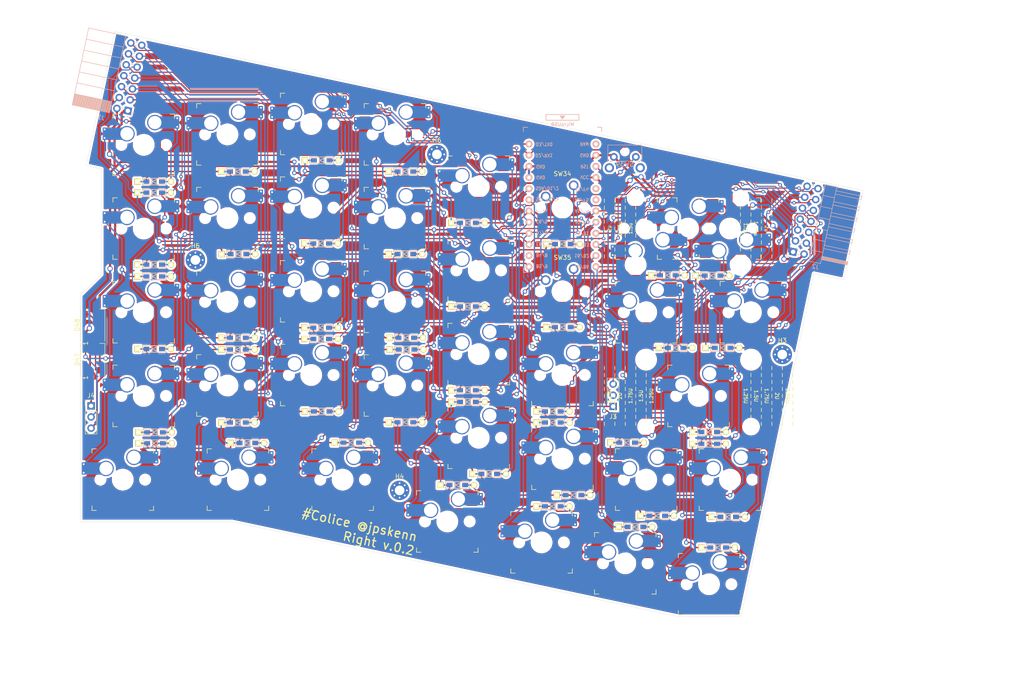
<source format=kicad_pcb>
(kicad_pcb (version 20171130) (host pcbnew "(5.1.5-0-10_14)")
  (layers (0 F.Cu signal) (31 B.Cu signal) (34 B.Paste user) (35 F.Paste user) (36 B.SilkS user) (37 F.SilkS user) (38 B.Mask user) (39 F.Mask user) (44 Edge.Cuts user))
  (net 0 "")
  (net 1 "Net-(D9-Pad2)")
  (net 2 "Net-(D12-Pad2)")
  (net 3 "Net-(D14-Pad2)")
  (net 4 "Net-(D20-Pad2)")
  (net 5 "Net-(D21-Pad2)")
  (net 6 "Net-(D24-Pad2)")
  (net 7 "Net-(D26-Pad2)")
  (net 8 "Net-(D27-Pad2)")
  (net 9 "Net-(D30-Pad2)")
  (net 10 "Net-(D32-Pad2)")
  (net 11 "Net-(D36-Pad2)")
  (net 12 "Net-(D38-Pad2)")
  (net 13 "Net-(D45-Pad2)")
  (net 14 "Net-(D47-Pad2)")
  (net 15 data)
  (net 16 "Net-(U1-Pad24)")
  (net 17 "Net-(D1-Pad1)")
  (net 18 "Net-(D2-Pad2)")
  (net 19 "Net-(D7-Pad2)")
  (net 20 "Net-(D19-Pad2)")
  (net 21 "Net-(D25-Pad2)")
  (net 22 "Net-(D31-Pad2)")
  (net 23 "Net-(D37-Pad2)")
  (net 24 "Net-(D48-Pad2)")
  (net 25 "Net-(D4-Pad2)")
  (net 26 "Net-(D10-Pad2)")
  (net 27 "Net-(D15-Pad2)")
  (net 28 "Net-(D16-Pad2)")
  (net 29 "Net-(D22-Pad2)")
  (net 30 "Net-(D23-Pad1)")
  (net 31 "Net-(D28-Pad2)")
  (net 32 "Net-(D29-Pad1)")
  (net 33 "Net-(D33-Pad2)")
  (net 34 "Net-(D34-Pad2)")
  (net 35 "Net-(D35-Pad1)")
  (net 36 "Net-(D39-Pad2)")
  (net 37 "Net-(D42-Pad2)")
  (net 38 "Net-(D43-Pad2)")
  (net 39 "Net-(D44-Pad2)")
  (net 40 dummy_pin1)
  (net 41 dummy_pin2)
  (net 42 "Net-(D3-Pad2)")
  (net 43 dummy_pin3)
  (net 44 dummy_pin4)
  (net 45 "Net-(D5-Pad2)")
  (net 46 dummy_pin5)
  (net 47 "Net-(D6-Pad1)")
  (net 48 "Net-(D14-Pad1)")
  (net 49 "Net-(D8-Pad1)")
  (net 50 "Net-(D11-Pad2)")
  (net 51 "Net-(D13-Pad1)")
  (net 52 "Net-(D17-Pad2)")
  (net 53 "Net-(D18-Pad1)")
  (net 54 dummy_pin6)
  (net 55 dummy_pin7)
  (net 56 dummy_pin8)
  (net 57 "Net-(D40-Pad2)")
  (net 58 dummy_pin9)
  (net 59 "Net-(D41-Pad1)")
  (net 60 "Net-(D46-Pad2)")
  (net 61 VCC_source)
  (net 62 dummy_led)
  (net 63 GND_source)
  (net 64 dummy_pin10)
  (net 65 dummy_sda)
  (net 66 dummy_sdc)
  (net 67 dummy_extra)
  (net 68 dummy_reset)
  (net 69 dummy_pin11)
  (net 70 dummy_encB)
  (net 71 dummy_encA)
  (net 72 "Net-(D49-Pad2)")
  (module SMK_foostan:CherryMX_Hotswap_v2 (layer F.Cu) (at 245.26875 64.29402 180)
    (fp_text reference SW40)
    (fp_text value SW_Push)
    (pad 2 smd rect (at 5.842 -5.08 180) (size 4.5 2.8) (layers B.Cu) (net 72 "Net-(D49-Pad2)"))
    (pad 1 smd rect (at -7.085 -2.54 180) (size 4.5 2.8) (layers B.Cu) (net 47 "Net-(D6-Pad1)"))
    (pad 2 thru_hole circle (at 7.62 -4.118 180) (size 0.8 0.8) (drill 0.4) (layers *.Cu) (net 72 "Net-(D49-Pad2)"))
    (pad 1 thru_hole circle (at -8.89 -1.578 180) (size 0.8 0.8) (drill 0.4) (layers *.Cu) (net 47 "Net-(D6-Pad1)"))
    (pad 2 thru_hole circle (at 7.62 -6.042 180) (size 0.8 0.8) (drill 0.4) (layers *.Cu) (net 72 "Net-(D49-Pad2)"))
    (pad 1 thru_hole circle (at -8.89 -3.502 180) (size 0.8 0.8) (drill 0.4) (layers *.Cu) (net 47 "Net-(D6-Pad1)"))
    (pad 2 smd rect (at 5.815 -5.08 180) (size 2.55 2.8) (layers B.Cu B.Paste B.Mask) (net 72 "Net-(D49-Pad2)"))
    (pad 1 smd rect (at -7.085 -2.54 180) (size 2.55 2.8) (layers B.Cu B.Paste B.Mask) (net 47 "Net-(D6-Pad1)"))
    (pad "" np_thru_hole circle (at 5.08 0 228.0996) (size 1.75 1.75) (drill 1.75) (layers *.Cu *.Mask))
    (pad "" np_thru_hole circle (at -5.08 0 228.0996) (size 1.75 1.75) (drill 1.75) (layers *.Cu *.Mask))
    (pad 1 thru_hole circle (at -3.81 -2.54 180) (size 3.5 3.5) (drill 3) (layers *.Cu) (net 47 "Net-(D6-Pad1)"))
    (pad "" np_thru_hole circle (at 0 0 180) (size 3.9878 3.9878) (drill 3.9878) (layers *.Cu *.Mask))
    (pad 2 thru_hole circle (at 2.54 -5.08 180) (size 3.5 3.5) (drill 3) (layers *.Cu) (net 72 "Net-(D49-Pad2)"))
  )
  (module SMK_foostan:ProMicro_v3 (layer B.Cu) (at 207.16875 59.5315 180)
    (fp_text reference U1 hide)
    (fp_text value ProMicro hide)
    (fp_text user "" (at -1.2515 16.256) (layer F.SilkS))
    (fp_text user "" (at -0.545 17.4) (layer B.SilkS) (effects (justify mirror)))
    (fp_text user RAW (at -4.995 14.5 180 unlocked) (layer B.SilkS) (effects (font (size 0.75 0.67) (thickness 0.125)) (justify mirror)))
    (fp_text user GND (at -4.995 11.95 180 unlocked) (layer B.SilkS) (effects (font (size 0.75 0.67) (thickness 0.125)) (justify mirror)))
    (fp_text user RST (at -4.995 9.4 180 unlocked) (layer B.SilkS) (effects (font (size 0.75 0.67) (thickness 0.125)) (justify mirror)))
    (fp_text user VCC (at -4.995 6.95 180 unlocked) (layer B.SilkS) (effects (font (size 0.75 0.67) (thickness 0.125)) (justify mirror)))
    (fp_text user A3/F4 (at -4.395 4.25 180 unlocked) (layer B.SilkS) (effects (font (size 0.75 0.67) (thickness 0.125)) (justify mirror)))
    (fp_text user A2/F5 (at -4.395 1.75 180 unlocked) (layer B.SilkS) (effects (font (size 0.75 0.67) (thickness 0.125)) (justify mirror)))
    (fp_text user A1/F6 (at -4.395 -0.75 180 unlocked) (layer B.SilkS) (effects (font (size 0.75 0.67) (thickness 0.125)) (justify mirror)))
    (fp_text user A0/F7 (at -4.395 -3.3 180 unlocked) (layer B.SilkS) (effects (font (size 0.75 0.67) (thickness 0.125)) (justify mirror)))
    (fp_text user 15/B1 (at -4.395 -5.85 180 unlocked) (layer B.SilkS) (effects (font (size 0.75 0.67) (thickness 0.125)) (justify mirror)))
    (fp_text user 14/B3 (at -4.395 -8.4 180 unlocked) (layer B.SilkS) (effects (font (size 0.75 0.67) (thickness 0.125)) (justify mirror)))
    (fp_text user 10/B6 (at -4.395 -13.45 180 unlocked) (layer B.SilkS) (effects (font (size 0.75 0.67) (thickness 0.125)) (justify mirror)))
    (fp_text user 16/B2 (at -4.395 -10.95 180 unlocked) (layer B.SilkS) (effects (font (size 0.75 0.67) (thickness 0.125)) (justify mirror)))
    (fp_text user E6/7 (at 4.705 -8.25 180 unlocked) (layer B.SilkS) (effects (font (size 0.75 0.67) (thickness 0.125)) (justify mirror)))
    (fp_text user D7/6 (at 4.705 -5.7 180 unlocked) (layer B.SilkS) (effects (font (size 0.75 0.67) (thickness 0.125)) (justify mirror)))
    (fp_text user GND (at 4.955 9.35 180 unlocked) (layer B.SilkS) (effects (font (size 0.75 0.67) (thickness 0.125)) (justify mirror)))
    (fp_text user GND (at 4.955 6.9 180 unlocked) (layer B.SilkS) (effects (font (size 0.75 0.67) (thickness 0.125)) (justify mirror)))
    (fp_text user D3/TX0 (at 4.155 14.45 180 unlocked) (layer B.SilkS) (effects (font (size 0.75 0.67) (thickness 0.125)) (justify mirror)))
    (fp_text user D4/4 (at 4.705 -0.6 180 unlocked) (layer B.SilkS) (effects (font (size 0.75 0.67) (thickness 0.125)) (justify mirror)))
    (fp_text user SDA/D1/2 (at 3.455 4.4 180 unlocked) (layer B.SilkS) (effects (font (size 0.75 0.67) (thickness 0.125)) (justify mirror)))
    (fp_text user SCL/D0/3 (at 3.455 1.9 180 unlocked) (layer B.SilkS) (effects (font (size 0.75 0.67) (thickness 0.125)) (justify mirror)))
    (fp_text user C6/5 (at 4.705 -3.15 180 unlocked) (layer B.SilkS) (effects (font (size 0.75 0.67) (thickness 0.125)) (justify mirror)))
    (fp_text user B5/9 (at 4.705 -13.3 180 unlocked) (layer B.SilkS) (effects (font (size 0.75 0.67) (thickness 0.125)) (justify mirror)))
    (fp_text user D2/RX1 (at 4.155 11.9 180 unlocked) (layer B.SilkS) (effects (font (size 0.75 0.67) (thickness 0.125)) (justify mirror)))
    (fp_text user B4/8 (at 4.705 -10.8 180 unlocked) (layer B.SilkS) (effects (font (size 0.75 0.67) (thickness 0.125)) (justify mirror)))
    (fp_text user MicroUSB (at -0.05 18.95) (layer B.SilkS) (effects (font (size 0.75 0.75) (thickness 0.12)) (justify mirror)))
    (pad 24 thru_hole circle (at -7.6086 14.478 180) (size 1.524 1.524) (drill 0.8128) (layers *.Cu B.SilkS F.Mask) (net 16 "Net-(U1-Pad24)"))
    (pad 23 thru_hole circle (at -7.6086 11.938 180) (size 1.524 1.524) (drill 0.8128) (layers *.Cu B.SilkS F.Mask) (net 63 GND_source))
    (pad 22 thru_hole circle (at -7.6086 9.398 180) (size 1.524 1.524) (drill 0.8128) (layers *.Cu B.SilkS F.Mask) (net 68 dummy_reset))
    (pad 21 thru_hole circle (at -7.6086 6.858 180) (size 1.524 1.524) (drill 0.8128) (layers *.Cu B.SilkS F.Mask) (net 61 VCC_source))
    (pad 20 thru_hole circle (at -7.6086 4.318 180) (size 1.524 1.524) (drill 0.8128) (layers *.Cu B.SilkS F.Mask) (net 71 dummy_encA))
    (pad 19 thru_hole circle (at -7.6086 1.778 180) (size 1.524 1.524) (drill 0.8128) (layers *.Cu B.SilkS F.Mask) (net 70 dummy_encB))
    (pad 18 thru_hole circle (at -7.6086 -0.762 180) (size 1.524 1.524) (drill 0.8128) (layers *.Cu B.SilkS F.Mask) (net 40 dummy_pin1))
    (pad 17 thru_hole circle (at -7.6086 -3.302 180) (size 1.524 1.524) (drill 0.8128) (layers *.Cu B.SilkS F.Mask) (net 41 dummy_pin2))
    (pad 16 thru_hole circle (at -7.6086 -5.842 180) (size 1.524 1.524) (drill 0.8128) (layers *.Cu B.SilkS F.Mask) (net 43 dummy_pin3))
    (pad 15 thru_hole circle (at -7.6086 -8.382 180) (size 1.524 1.524) (drill 0.8128) (layers *.Cu B.SilkS F.Mask) (net 44 dummy_pin4))
    (pad 14 thru_hole circle (at -7.6086 -10.922 180) (size 1.524 1.524) (drill 0.8128) (layers *.Cu B.SilkS F.Mask) (net 46 dummy_pin5))
    (pad 13 thru_hole circle (at -7.6086 -13.462 180) (size 1.524 1.524) (drill 0.8128) (layers *.Cu B.SilkS F.Mask) (net 54 dummy_pin6))
    (pad 12 thru_hole circle (at 7.6114 -13.462 180) (size 1.524 1.524) (drill 0.8128) (layers *.Cu B.SilkS F.Mask) (net 67 dummy_extra))
    (pad 11 thru_hole circle (at 7.6114 -10.922 180) (size 1.524 1.524) (drill 0.8128) (layers *.Cu B.SilkS F.Mask) (net 69 dummy_pin11))
    (pad 10 thru_hole circle (at 7.6114 -8.382 180) (size 1.524 1.524) (drill 0.8128) (layers *.Cu B.SilkS F.Mask) (net 64 dummy_pin10))
    (pad 9 thru_hole circle (at 7.6114 -5.842 180) (size 1.524 1.524) (drill 0.8128) (layers *.Cu B.SilkS F.Mask) (net 58 dummy_pin9))
    (pad 8 thru_hole circle (at 7.6114 -3.302 180) (size 1.524 1.524) (drill 0.8128) (layers *.Cu B.SilkS F.Mask) (net 56 dummy_pin8))
    (pad 7 thru_hole circle (at 7.6114 -0.762 180) (size 1.524 1.524) (drill 0.8128) (layers *.Cu B.SilkS F.Mask) (net 55 dummy_pin7))
    (pad 6 thru_hole circle (at 7.6114 1.778 180) (size 1.524 1.524) (drill 0.8128) (layers *.Cu B.SilkS F.Mask) (net 66 dummy_sdc))
    (pad 5 thru_hole circle (at 7.6114 4.318 180) (size 1.524 1.524) (drill 0.8128) (layers *.Cu B.SilkS F.Mask) (net 65 dummy_sda))
    (pad 4 thru_hole circle (at 7.6114 6.858 180) (size 1.524 1.524) (drill 0.8128) (layers *.Cu B.SilkS F.Mask) (net 63 GND_source))
    (pad 3 thru_hole circle (at 7.6114 9.398 180) (size 1.524 1.524) (drill 0.8128) (layers *.Cu B.SilkS F.Mask) (net 63 GND_source))
    (pad 2 thru_hole circle (at 7.6114 11.938 180) (size 1.524 1.524) (drill 0.8128) (layers *.Cu B.SilkS F.Mask) (net 15 data))
    (pad 1 thru_hole circle (at 7.6114 14.478 180) (size 1.524 1.524) (drill 0.8128) (layers *.Cu B.SilkS F.Mask) (net 62 dummy_led))
  )
  (module SMK_foostan:CherryMX_Hotswap_v2 (layer F.Cu) (at 111.91875 45.24368)
    (fp_text reference SW6)
    (fp_text value SW_Push)
    (pad 2 thru_hole circle (at 2.54 -5.08) (size 3.5 3.5) (drill 3) (layers *.Cu) (net 19 "Net-(D7-Pad2)"))
    (pad "" np_thru_hole circle (at 0 0) (size 3.9878 3.9878) (drill 3.9878) (layers *.Cu *.Mask))
    (pad 1 thru_hole circle (at -3.81 -2.54) (size 3.5 3.5) (drill 3) (layers *.Cu) (net 47 "Net-(D6-Pad1)"))
    (pad "" np_thru_hole circle (at -5.08 0 48.0996) (size 1.75 1.75) (drill 1.75) (layers *.Cu *.Mask))
    (pad "" np_thru_hole circle (at 5.08 0 48.0996) (size 1.75 1.75) (drill 1.75) (layers *.Cu *.Mask))
    (pad 1 smd rect (at -7.085 -2.54) (size 2.55 2.8) (layers B.Cu B.Paste B.Mask) (net 47 "Net-(D6-Pad1)"))
    (pad 2 smd rect (at 5.815 -5.08) (size 2.55 2.8) (layers B.Cu B.Paste B.Mask) (net 19 "Net-(D7-Pad2)"))
    (pad 1 thru_hole circle (at -8.89 -3.502) (size 0.8 0.8) (drill 0.4) (layers *.Cu) (net 47 "Net-(D6-Pad1)"))
    (pad 2 thru_hole circle (at 7.62 -6.042) (size 0.8 0.8) (drill 0.4) (layers *.Cu) (net 19 "Net-(D7-Pad2)"))
    (pad 1 thru_hole circle (at -8.89 -1.578) (size 0.8 0.8) (drill 0.4) (layers *.Cu) (net 47 "Net-(D6-Pad1)"))
    (pad 2 thru_hole circle (at 7.62 -4.118) (size 0.8 0.8) (drill 0.4) (layers *.Cu) (net 19 "Net-(D7-Pad2)"))
    (pad 1 smd rect (at -7.085 -2.54) (size 4.5 2.8) (layers B.Cu) (net 47 "Net-(D6-Pad1)"))
    (pad 2 smd rect (at 5.842 -5.08) (size 4.5 2.8) (layers B.Cu) (net 19 "Net-(D7-Pad2)"))
  )
  (module SMK_foostan:CherryMX_Hotswap_v2 (layer F.Cu) (at 240.50625 145.25686)
    (fp_text reference SW13)
    (fp_text value SW_Push)
    (pad 2 thru_hole circle (at 2.54 -5.08) (size 3.5 3.5) (drill 3) (layers *.Cu) (net 28 "Net-(D16-Pad2)"))
    (pad "" np_thru_hole circle (at 0 0) (size 3.9878 3.9878) (drill 3.9878) (layers *.Cu *.Mask))
    (pad 1 thru_hole circle (at -3.81 -2.54) (size 3.5 3.5) (drill 3) (layers *.Cu) (net 51 "Net-(D13-Pad1)"))
    (pad "" np_thru_hole circle (at -5.08 0 48.0996) (size 1.75 1.75) (drill 1.75) (layers *.Cu *.Mask))
    (pad "" np_thru_hole circle (at 5.08 0 48.0996) (size 1.75 1.75) (drill 1.75) (layers *.Cu *.Mask))
    (pad 1 smd rect (at -7.085 -2.54) (size 2.55 2.8) (layers B.Cu B.Paste B.Mask) (net 51 "Net-(D13-Pad1)"))
    (pad 2 smd rect (at 5.815 -5.08) (size 2.55 2.8) (layers B.Cu B.Paste B.Mask) (net 28 "Net-(D16-Pad2)"))
    (pad 1 thru_hole circle (at -8.89 -3.502) (size 0.8 0.8) (drill 0.4) (layers *.Cu) (net 51 "Net-(D13-Pad1)"))
    (pad 2 thru_hole circle (at 7.62 -6.042) (size 0.8 0.8) (drill 0.4) (layers *.Cu) (net 28 "Net-(D16-Pad2)"))
    (pad 1 thru_hole circle (at -8.89 -1.578) (size 0.8 0.8) (drill 0.4) (layers *.Cu) (net 51 "Net-(D13-Pad1)"))
    (pad 2 thru_hole circle (at 7.62 -4.118) (size 0.8 0.8) (drill 0.4) (layers *.Cu) (net 28 "Net-(D16-Pad2)"))
    (pad 1 smd rect (at -7.085 -2.54) (size 4.5 2.8) (layers B.Cu) (net 51 "Net-(D13-Pad1)"))
    (pad 2 smd rect (at 5.842 -5.08) (size 4.5 2.8) (layers B.Cu) (net 28 "Net-(D16-Pad2)"))
  )
  (module SMK_SU120:CherryMX_MidHeight_Choc_Hotswap_2U_Outline (layer F.Cu) (at 235.74375 64.29402)
    (fp_text reference H1 hide)
    (fp_text value MountingHole hide)
    (fp_text user 1.25u (at 10.715625 0 -90 unlocked) (layer F.SilkS) (effects (font (size 0.8 0.8))))
    (fp_text user 1.75u (at 15.478125 0 -90 unlocked) (layer F.SilkS) (effects (font (size 0.8 0.8))))
    (fp_text user 1.5u (at 13.096875 0 -90 unlocked) (layer F.SilkS) (effects (font (size 0.8 0.8))))
    (fp_text user 2u (at 17.859375 0 -90 unlocked) (layer F.SilkS) (effects (font (size 0.8 0.8))))
    (fp_text user 1.25u (at -10.715625 0 90 unlocked) (layer F.SilkS) (effects (font (size 0.8 0.8))))
    (fp_text user 1.5u (at -13.096875 0 90 unlocked) (layer F.SilkS) (effects (font (size 0.8 0.8))))
    (fp_text user 1.75u (at -15.478125 0 90 unlocked) (layer F.SilkS) (effects (font (size 0.8 0.8))))
    (fp_text user 2u (at -17.859375 0 90 unlocked) (layer F.SilkS) (effects (font (size 0.8 0.8))))
    (pad "" np_thru_hole circle (at -11.938 -6.985) (size 3.048 3.048) (drill 3.048) (layers *.Cu *.Mask))
    (pad "" np_thru_hole circle (at 11.938 -6.985) (size 3.048 3.048) (drill 3.048) (layers *.Cu *.Mask))
    (pad "" np_thru_hole circle (at -11.938 8.255) (size 3.9878 3.9878) (drill 3.9878) (layers *.Cu *.Mask))
    (pad "" np_thru_hole circle (at 11.938 8.255) (size 3.9878 3.9878) (drill 3.9878) (layers *.Cu *.Mask))
  )
  (module SMK_foostan:CherryMX_Hotswap_v2 (layer F.Cu) (at 235.74375 64.29402)
    (fp_text reference SW15)
    (fp_text value SW_Push)
    (pad 2 smd rect (at 5.842 -5.08) (size 4.5 2.8) (layers B.Cu) (net 20 "Net-(D19-Pad2)"))
    (pad 1 smd rect (at -7.085 -2.54) (size 4.5 2.8) (layers B.Cu) (net 53 "Net-(D18-Pad1)"))
    (pad 2 thru_hole circle (at 7.62 -4.118) (size 0.8 0.8) (drill 0.4) (layers *.Cu) (net 20 "Net-(D19-Pad2)"))
    (pad 1 thru_hole circle (at -8.89 -1.578) (size 0.8 0.8) (drill 0.4) (layers *.Cu) (net 53 "Net-(D18-Pad1)"))
    (pad 2 thru_hole circle (at 7.62 -6.042) (size 0.8 0.8) (drill 0.4) (layers *.Cu) (net 20 "Net-(D19-Pad2)"))
    (pad 1 thru_hole circle (at -8.89 -3.502) (size 0.8 0.8) (drill 0.4) (layers *.Cu) (net 53 "Net-(D18-Pad1)"))
    (pad 2 smd rect (at 5.815 -5.08) (size 2.55 2.8) (layers B.Cu B.Paste B.Mask) (net 20 "Net-(D19-Pad2)"))
    (pad 1 smd rect (at -7.085 -2.54) (size 2.55 2.8) (layers B.Cu B.Paste B.Mask) (net 53 "Net-(D18-Pad1)"))
    (pad "" np_thru_hole circle (at 5.08 0 48.0996) (size 1.75 1.75) (drill 1.75) (layers *.Cu *.Mask))
    (pad "" np_thru_hole circle (at -5.08 0 48.0996) (size 1.75 1.75) (drill 1.75) (layers *.Cu *.Mask))
    (pad 1 thru_hole circle (at -3.81 -2.54) (size 3.5 3.5) (drill 3) (layers *.Cu) (net 53 "Net-(D18-Pad1)"))
    (pad "" np_thru_hole circle (at 0 0) (size 3.9878 3.9878) (drill 3.9878) (layers *.Cu *.Mask))
    (pad 2 thru_hole circle (at 2.54 -5.08) (size 3.5 3.5) (drill 3) (layers *.Cu) (net 20 "Net-(D19-Pad2)"))
  )
  (module SMK_SU120:D3_TH_SMD (layer F.Cu) (at 223.774 132.207)
    (fp_text reference D17 hide)
    (fp_text value D hide)
    (pad 2 smd rect (at 1.775 0) (size 1.3 0.95) (layers F.Cu F.Paste F.Mask) (net 52 "Net-(D17-Pad2)"))
    (pad 2 thru_hole circle (at 3.81 0) (size 1.397 1.397) (drill 0.8128) (layers *.Cu *.Mask F.SilkS) (net 52 "Net-(D17-Pad2)"))
    (pad 1 thru_hole rect (at -3.81 0) (size 1.397 1.397) (drill 0.8128) (layers *.Cu *.Mask F.SilkS) (net 46 dummy_pin5))
    (pad 1 smd rect (at -1.775 0) (size 1.3 0.95) (layers B.Cu B.Paste B.Mask) (net 46 dummy_pin5))
    (pad 2 smd rect (at 1.775 0) (size 1.3 0.95) (layers B.Cu B.Paste B.Mask) (net 52 "Net-(D17-Pad2)"))
    (pad 1 smd rect (at -1.775 0) (size 1.3 0.95) (layers F.Cu F.Paste F.Mask) (net 46 dummy_pin5))
  )
  (module SMK_foostan:CherryMX_Hotswap_v2 (layer F.Cu) (at 221.45625 140.49434)
    (fp_text reference SW14)
    (fp_text value SW_Push)
    (pad 2 thru_hole circle (at 2.54 -5.08) (size 3.5 3.5) (drill 3) (layers *.Cu) (net 52 "Net-(D17-Pad2)"))
    (pad "" np_thru_hole circle (at 0 0) (size 3.9878 3.9878) (drill 3.9878) (layers *.Cu *.Mask))
    (pad 1 thru_hole circle (at -3.81 -2.54) (size 3.5 3.5) (drill 3) (layers *.Cu) (net 51 "Net-(D13-Pad1)"))
    (pad "" np_thru_hole circle (at -5.08 0 48.0996) (size 1.75 1.75) (drill 1.75) (layers *.Cu *.Mask))
    (pad "" np_thru_hole circle (at 5.08 0 48.0996) (size 1.75 1.75) (drill 1.75) (layers *.Cu *.Mask))
    (pad 1 smd rect (at -7.084999 -2.54) (size 2.55 2.8) (layers B.Cu B.Paste B.Mask) (net 51 "Net-(D13-Pad1)"))
    (pad 2 smd rect (at 5.815 -5.08) (size 2.55 2.8) (layers B.Cu B.Paste B.Mask) (net 52 "Net-(D17-Pad2)"))
    (pad 1 thru_hole circle (at -8.89 -3.502) (size 0.8 0.8) (drill 0.4) (layers *.Cu) (net 51 "Net-(D13-Pad1)"))
    (pad 2 thru_hole circle (at 7.62 -6.042) (size 0.8 0.8) (drill 0.4) (layers *.Cu) (net 52 "Net-(D17-Pad2)"))
    (pad 1 thru_hole circle (at -8.89 -1.578) (size 0.8 0.8) (drill 0.4) (layers *.Cu) (net 51 "Net-(D13-Pad1)"))
    (pad 2 thru_hole circle (at 7.62 -4.118) (size 0.8 0.8) (drill 0.4) (layers *.Cu) (net 52 "Net-(D17-Pad2)"))
    (pad 1 smd rect (at -7.085 -2.54) (size 4.5 2.8) (layers B.Cu) (net 51 "Net-(D13-Pad1)"))
    (pad 2 smd rect (at 5.842 -5.08) (size 4.5 2.8) (layers B.Cu) (net 52 "Net-(D17-Pad2)"))
  )
  (module SMK_foostan:CherryMX_Hotswap_v2 (layer F.Cu) (at 250.03125 83.3441)
    (fp_text reference SW11)
    (fp_text value SW_Push)
    (pad 2 smd rect (at 5.842 -5.08) (size 4.5 2.8) (layers B.Cu) (net 3 "Net-(D14-Pad2)"))
    (pad 1 smd rect (at -7.085 -2.54) (size 4.5 2.8) (layers B.Cu) (net 51 "Net-(D13-Pad1)"))
    (pad 2 thru_hole circle (at 7.62 -4.118) (size 0.8 0.8) (drill 0.4) (layers *.Cu) (net 3 "Net-(D14-Pad2)"))
    (pad 1 thru_hole circle (at -8.89 -1.578) (size 0.8 0.8) (drill 0.4) (layers *.Cu) (net 51 "Net-(D13-Pad1)"))
    (pad 2 thru_hole circle (at 7.62 -6.042) (size 0.8 0.8) (drill 0.4) (layers *.Cu) (net 3 "Net-(D14-Pad2)"))
    (pad 1 thru_hole circle (at -8.89 -3.502) (size 0.8 0.8) (drill 0.4) (layers *.Cu) (net 51 "Net-(D13-Pad1)"))
    (pad 2 smd rect (at 5.815 -5.08) (size 2.55 2.8) (layers B.Cu B.Paste B.Mask) (net 3 "Net-(D14-Pad2)"))
    (pad 1 smd rect (at -7.085 -2.54) (size 2.55 2.8) (layers B.Cu B.Paste B.Mask) (net 51 "Net-(D13-Pad1)"))
    (pad "" np_thru_hole circle (at 5.08 0 48.0996) (size 1.75 1.75) (drill 1.75) (layers *.Cu *.Mask))
    (pad "" np_thru_hole circle (at -5.08 0 48.0996) (size 1.75 1.75) (drill 1.75) (layers *.Cu *.Mask))
    (pad 1 thru_hole circle (at -3.81 -2.54) (size 3.5 3.5) (drill 3) (layers *.Cu) (net 51 "Net-(D13-Pad1)"))
    (pad "" np_thru_hole circle (at 0 0) (size 3.9878 3.9878) (drill 3.9878) (layers *.Cu *.Mask))
    (pad 2 thru_hole circle (at 2.54 -5.08) (size 3.5 3.5) (drill 3) (layers *.Cu) (net 3 "Net-(D14-Pad2)"))
  )
  (module SMK_foostan:CherryMX_Hotswap_v2 (layer F.Cu) (at 226.21875 83.3441)
    (fp_text reference SW16)
    (fp_text value SW_Push)
    (pad 2 thru_hole circle (at 2.54 -5.08) (size 3.5 3.5) (drill 3) (layers *.Cu) (net 4 "Net-(D20-Pad2)"))
    (pad "" np_thru_hole circle (at 0 0) (size 3.9878 3.9878) (drill 3.9878) (layers *.Cu *.Mask))
    (pad 1 thru_hole circle (at -3.81 -2.54) (size 3.5 3.5) (drill 3) (layers *.Cu) (net 53 "Net-(D18-Pad1)"))
    (pad "" np_thru_hole circle (at -5.08 0 48.0996) (size 1.75 1.75) (drill 1.75) (layers *.Cu *.Mask))
    (pad "" np_thru_hole circle (at 5.08 0 48.0996) (size 1.75 1.75) (drill 1.75) (layers *.Cu *.Mask))
    (pad 1 smd rect (at -7.085 -2.54) (size 2.55 2.8) (layers B.Cu B.Paste B.Mask) (net 53 "Net-(D18-Pad1)"))
    (pad 2 smd rect (at 5.815 -5.08) (size 2.55 2.8) (layers B.Cu B.Paste B.Mask) (net 4 "Net-(D20-Pad2)"))
    (pad 1 thru_hole circle (at -8.89 -3.502) (size 0.8 0.8) (drill 0.4) (layers *.Cu) (net 53 "Net-(D18-Pad1)"))
    (pad 2 thru_hole circle (at 7.62 -6.042) (size 0.8 0.8) (drill 0.4) (layers *.Cu) (net 4 "Net-(D20-Pad2)"))
    (pad 1 thru_hole circle (at -8.89 -1.578) (size 0.8 0.8) (drill 0.4) (layers *.Cu) (net 53 "Net-(D18-Pad1)"))
    (pad 2 thru_hole circle (at 7.62 -4.118) (size 0.8 0.8) (drill 0.4) (layers *.Cu) (net 4 "Net-(D20-Pad2)"))
    (pad 1 smd rect (at -7.085 -2.54) (size 4.5 2.8) (layers B.Cu) (net 53 "Net-(D18-Pad1)"))
    (pad 2 smd rect (at 5.842 -5.08) (size 4.5 2.8) (layers B.Cu) (net 4 "Net-(D20-Pad2)"))
  )
  (module SMK_SU120:D3_TH_SMD (layer F.Cu) (at 232.918 91.44)
    (fp_text reference D20 hide)
    (fp_text value D hide)
    (pad 1 smd rect (at -1.775 0) (size 1.3 0.95) (layers F.Cu F.Paste F.Mask) (net 41 dummy_pin2))
    (pad 2 smd rect (at 1.775 0) (size 1.3 0.95) (layers B.Cu B.Paste B.Mask) (net 4 "Net-(D20-Pad2)"))
    (pad 1 smd rect (at -1.775 0) (size 1.3 0.95) (layers B.Cu B.Paste B.Mask) (net 41 dummy_pin2))
    (pad 1 thru_hole rect (at -3.81 0) (size 1.397 1.397) (drill 0.8128) (layers *.Cu *.Mask F.SilkS) (net 41 dummy_pin2))
    (pad 2 thru_hole circle (at 3.81 0) (size 1.397 1.397) (drill 0.8128) (layers *.Cu *.Mask F.SilkS) (net 4 "Net-(D20-Pad2)"))
    (pad 2 smd rect (at 1.775 0) (size 1.3 0.95) (layers F.Cu F.Paste F.Mask) (net 4 "Net-(D20-Pad2)"))
  )
  (module SMK_SU120:D3_TH_SMD (layer F.Cu) (at 207.264 86.741)
    (fp_text reference D43 hide)
    (fp_text value D hide)
    (pad 2 smd rect (at 1.775 0) (size 1.3 0.95) (layers F.Cu F.Paste F.Mask) (net 38 "Net-(D43-Pad2)"))
    (pad 2 thru_hole circle (at 3.81 0) (size 1.397 1.397) (drill 0.8128) (layers *.Cu *.Mask F.SilkS) (net 38 "Net-(D43-Pad2)"))
    (pad 1 thru_hole rect (at -3.81 0) (size 1.397 1.397) (drill 0.8128) (layers *.Cu *.Mask F.SilkS) (net 41 dummy_pin2))
    (pad 1 smd rect (at -1.775 0) (size 1.3 0.95) (layers B.Cu B.Paste B.Mask) (net 41 dummy_pin2))
    (pad 2 smd rect (at 1.775 0) (size 1.3 0.95) (layers B.Cu B.Paste B.Mask) (net 38 "Net-(D43-Pad2)"))
    (pad 1 smd rect (at -1.775 0) (size 1.3 0.95) (layers F.Cu F.Paste F.Mask) (net 41 dummy_pin2))
  )
  (module SMK_foostan:CherryMX_Hotswap_v2 (layer F.Cu) (at 202.40625 135.73182)
    (fp_text reference SW38)
    (fp_text value SW_Push)
    (pad 2 thru_hole circle (at 2.54 -5.08) (size 3.5 3.5) (drill 3) (layers *.Cu) (net 60 "Net-(D46-Pad2)"))
    (pad "" np_thru_hole circle (at 0 0) (size 3.9878 3.9878) (drill 3.9878) (layers *.Cu *.Mask))
    (pad 1 thru_hole circle (at -3.81 -2.54) (size 3.5 3.5) (drill 3) (layers *.Cu) (net 59 "Net-(D41-Pad1)"))
    (pad "" np_thru_hole circle (at -5.08 0 48.0996) (size 1.75 1.75) (drill 1.75) (layers *.Cu *.Mask))
    (pad "" np_thru_hole circle (at 5.08 0 48.0996) (size 1.75 1.75) (drill 1.75) (layers *.Cu *.Mask))
    (pad 1 smd rect (at -7.084999 -2.54) (size 2.55 2.8) (layers B.Cu B.Paste B.Mask) (net 59 "Net-(D41-Pad1)"))
    (pad 2 smd rect (at 5.815 -5.08) (size 2.55 2.8) (layers B.Cu B.Paste B.Mask) (net 60 "Net-(D46-Pad2)"))
    (pad 1 thru_hole circle (at -8.89 -3.502) (size 0.8 0.8) (drill 0.4) (layers *.Cu) (net 59 "Net-(D41-Pad1)"))
    (pad 2 thru_hole circle (at 7.62 -6.042) (size 0.8 0.8) (drill 0.4) (layers *.Cu) (net 60 "Net-(D46-Pad2)"))
    (pad 1 thru_hole circle (at -8.89 -1.578) (size 0.8 0.8) (drill 0.4) (layers *.Cu) (net 59 "Net-(D41-Pad1)"))
    (pad 2 thru_hole circle (at 7.62 -4.118) (size 0.8 0.8) (drill 0.4) (layers *.Cu) (net 60 "Net-(D46-Pad2)"))
    (pad 1 smd rect (at -7.085 -2.54) (size 4.5 2.8) (layers B.Cu) (net 59 "Net-(D41-Pad1)"))
    (pad 2 smd rect (at 5.842 -5.08) (size 4.5 2.8) (layers B.Cu) (net 60 "Net-(D46-Pad2)"))
  )
  (module SMK_SU120:D3_TH_SMD (layer F.Cu) (at 185.674 62.992)
    (fp_text reference D36 hide)
    (fp_text value D hide)
    (pad 2 smd rect (at 1.775 0) (size 1.3 0.95) (layers F.Cu F.Paste F.Mask) (net 11 "Net-(D36-Pad2)"))
    (pad 2 thru_hole circle (at 3.81 0) (size 1.397 1.397) (drill 0.8128) (layers *.Cu *.Mask F.SilkS) (net 11 "Net-(D36-Pad2)"))
    (pad 1 thru_hole rect (at -3.81 0) (size 1.397 1.397) (drill 0.8128) (layers *.Cu *.Mask F.SilkS) (net 48 "Net-(D14-Pad1)"))
    (pad 1 smd rect (at -1.775 0) (size 1.3 0.95) (layers B.Cu B.Paste B.Mask) (net 48 "Net-(D14-Pad1)"))
    (pad 2 smd rect (at 1.775 0) (size 1.3 0.95) (layers B.Cu B.Paste B.Mask) (net 11 "Net-(D36-Pad2)"))
    (pad 1 smd rect (at -1.775 0) (size 1.3 0.95) (layers F.Cu F.Paste F.Mask) (net 48 "Net-(D14-Pad1)"))
  )
  (module SMK_SU120:D3_TH_SMD (layer F.Cu) (at 231.14 74.93)
    (fp_text reference D19 hide)
    (fp_text value D hide)
    (pad 2 smd rect (at 1.775 0) (size 1.3 0.95) (layers F.Cu F.Paste F.Mask) (net 20 "Net-(D19-Pad2)"))
    (pad 2 thru_hole circle (at 3.81 0) (size 1.397 1.397) (drill 0.8128) (layers *.Cu *.Mask F.SilkS) (net 20 "Net-(D19-Pad2)"))
    (pad 1 thru_hole rect (at -3.81 0) (size 1.397 1.397) (drill 0.8128) (layers *.Cu *.Mask F.SilkS) (net 48 "Net-(D14-Pad1)"))
    (pad 1 smd rect (at -1.775 0) (size 1.3 0.95) (layers B.Cu B.Paste B.Mask) (net 48 "Net-(D14-Pad1)"))
    (pad 2 smd rect (at 1.775 0) (size 1.3 0.95) (layers B.Cu B.Paste B.Mask) (net 20 "Net-(D19-Pad2)"))
    (pad 1 smd rect (at -1.775 0) (size 1.3 0.95) (layers F.Cu F.Paste F.Mask) (net 48 "Net-(D14-Pad1)"))
  )
  (module SMK_SU120:D3_TH_SMD (layer F.Cu) (at 207.264 67.818)
    (fp_text reference D42 hide)
    (fp_text value D hide)
    (pad 2 smd rect (at 1.775 0) (size 1.3 0.95) (layers F.Cu F.Paste F.Mask) (net 37 "Net-(D42-Pad2)"))
    (pad 2 thru_hole circle (at 3.81 0) (size 1.397 1.397) (drill 0.8128) (layers *.Cu *.Mask F.SilkS) (net 37 "Net-(D42-Pad2)"))
    (pad 1 thru_hole rect (at -3.81 0) (size 1.397 1.397) (drill 0.8128) (layers *.Cu *.Mask F.SilkS) (net 48 "Net-(D14-Pad1)"))
    (pad 1 smd rect (at -1.775 0) (size 1.3 0.95) (layers B.Cu B.Paste B.Mask) (net 48 "Net-(D14-Pad1)"))
    (pad 2 smd rect (at 1.775 0) (size 1.3 0.95) (layers B.Cu B.Paste B.Mask) (net 37 "Net-(D42-Pad2)"))
    (pad 1 smd rect (at -1.775 0) (size 1.3 0.95) (layers F.Cu F.Paste F.Mask) (net 48 "Net-(D14-Pad1)"))
  )
  (module SMK_SU120:D3_TH_SMD (layer F.Cu) (at 204.978 105.918)
    (fp_text reference D44 hide)
    (fp_text value D hide)
    (pad 2 smd rect (at 1.775 0) (size 1.3 0.95) (layers F.Cu F.Paste F.Mask) (net 39 "Net-(D44-Pad2)"))
    (pad 2 thru_hole circle (at 3.81 0) (size 1.397 1.397) (drill 0.8128) (layers *.Cu *.Mask F.SilkS) (net 39 "Net-(D44-Pad2)"))
    (pad 1 thru_hole rect (at -3.81 0) (size 1.397 1.397) (drill 0.8128) (layers *.Cu *.Mask F.SilkS) (net 43 dummy_pin3))
    (pad 1 smd rect (at -1.775 0) (size 1.3 0.95) (layers B.Cu B.Paste B.Mask) (net 43 dummy_pin3))
    (pad 2 smd rect (at 1.775 0) (size 1.3 0.95) (layers B.Cu B.Paste B.Mask) (net 39 "Net-(D44-Pad2)"))
    (pad 1 smd rect (at -1.775 0) (size 1.3 0.95) (layers F.Cu F.Paste F.Mask) (net 43 dummy_pin3))
  )
  (module SMK_SU120:D3_TH_SMD (layer F.Cu) (at 209.677 124.968)
    (fp_text reference D45 hide)
    (fp_text value D hide)
    (pad 2 smd rect (at 1.775 0) (size 1.3 0.95) (layers F.Cu F.Paste F.Mask) (net 13 "Net-(D45-Pad2)"))
    (pad 2 thru_hole circle (at 3.81 0) (size 1.397 1.397) (drill 0.8128) (layers *.Cu *.Mask F.SilkS) (net 13 "Net-(D45-Pad2)"))
    (pad 1 thru_hole rect (at -3.81 0) (size 1.397 1.397) (drill 0.8128) (layers *.Cu *.Mask F.SilkS) (net 44 dummy_pin4))
    (pad 1 smd rect (at -1.775 0) (size 1.3 0.95) (layers B.Cu B.Paste B.Mask) (net 44 dummy_pin4))
    (pad 2 smd rect (at 1.775 0) (size 1.3 0.95) (layers B.Cu B.Paste B.Mask) (net 13 "Net-(D45-Pad2)"))
    (pad 1 smd rect (at -1.775 0) (size 1.3 0.95) (layers F.Cu F.Paste F.Mask) (net 44 dummy_pin4))
  )
  (module SMK_SU120:D3_TH_SMD (layer F.Cu) (at 204.978 127.508)
    (fp_text reference D46 hide)
    (fp_text value D hide)
    (pad 2 smd rect (at 1.775 0) (size 1.3 0.95) (layers F.Cu F.Paste F.Mask) (net 60 "Net-(D46-Pad2)"))
    (pad 2 thru_hole circle (at 3.81 0) (size 1.397 1.397) (drill 0.8128) (layers *.Cu *.Mask F.SilkS) (net 60 "Net-(D46-Pad2)"))
    (pad 1 thru_hole rect (at -3.81 0) (size 1.397 1.397) (drill 0.8128) (layers *.Cu *.Mask F.SilkS) (net 46 dummy_pin5))
    (pad 1 smd rect (at -1.775 0) (size 1.3 0.95) (layers B.Cu B.Paste B.Mask) (net 46 dummy_pin5))
    (pad 2 smd rect (at 1.775 0) (size 1.3 0.95) (layers B.Cu B.Paste B.Mask) (net 60 "Net-(D46-Pad2)"))
    (pad 1 smd rect (at -1.775 0) (size 1.3 0.95) (layers F.Cu F.Paste F.Mask) (net 46 dummy_pin5))
  )
  (module SMK_SU120:D3_TH_SMD (layer F.Cu) (at 185.674 82.042)
    (fp_text reference D37 hide)
    (fp_text value D hide)
    (pad 2 smd rect (at 1.775 0) (size 1.3 0.95) (layers F.Cu F.Paste F.Mask) (net 23 "Net-(D37-Pad2)"))
    (pad 2 thru_hole circle (at 3.81 0) (size 1.397 1.397) (drill 0.8128) (layers *.Cu *.Mask F.SilkS) (net 23 "Net-(D37-Pad2)"))
    (pad 1 thru_hole rect (at -3.81 0) (size 1.397 1.397) (drill 0.8128) (layers *.Cu *.Mask F.SilkS) (net 41 dummy_pin2))
    (pad 1 smd rect (at -1.775 0) (size 1.3 0.95) (layers B.Cu B.Paste B.Mask) (net 41 dummy_pin2))
    (pad 2 smd rect (at 1.775 0) (size 1.3 0.95) (layers B.Cu B.Paste B.Mask) (net 23 "Net-(D37-Pad2)"))
    (pad 1 smd rect (at -1.775 0) (size 1.3 0.95) (layers F.Cu F.Paste F.Mask) (net 41 dummy_pin2))
  )
  (module SMK_SU120:D3_TH_SMD (layer F.Cu) (at 185.674 101.092)
    (fp_text reference D38 hide)
    (fp_text value D hide)
    (pad 2 smd rect (at 1.775 0) (size 1.3 0.95) (layers F.Cu F.Paste F.Mask) (net 12 "Net-(D38-Pad2)"))
    (pad 2 thru_hole circle (at 3.81 0) (size 1.397 1.397) (drill 0.8128) (layers *.Cu *.Mask F.SilkS) (net 12 "Net-(D38-Pad2)"))
    (pad 1 thru_hole rect (at -3.81 0) (size 1.397 1.397) (drill 0.8128) (layers *.Cu *.Mask F.SilkS) (net 43 dummy_pin3))
    (pad 1 smd rect (at -1.775 0) (size 1.3 0.95) (layers B.Cu B.Paste B.Mask) (net 43 dummy_pin3))
    (pad 2 smd rect (at 1.775 0) (size 1.3 0.95) (layers B.Cu B.Paste B.Mask) (net 12 "Net-(D38-Pad2)"))
    (pad 1 smd rect (at -1.775 0) (size 1.3 0.95) (layers F.Cu F.Paste F.Mask) (net 43 dummy_pin3))
  )
  (module SMK_SU120:D3_TH_SMD (layer F.Cu) (at 190.5 120.142)
    (fp_text reference D39 hide)
    (fp_text value D hide)
    (pad 2 smd rect (at 1.775 0) (size 1.3 0.95) (layers F.Cu F.Paste F.Mask) (net 36 "Net-(D39-Pad2)"))
    (pad 2 thru_hole circle (at 3.81 0) (size 1.397 1.397) (drill 0.8128) (layers *.Cu *.Mask F.SilkS) (net 36 "Net-(D39-Pad2)"))
    (pad 1 thru_hole rect (at -3.81 0) (size 1.397 1.397) (drill 0.8128) (layers *.Cu *.Mask F.SilkS) (net 44 dummy_pin4))
    (pad 1 smd rect (at -1.775 0) (size 1.3 0.95) (layers B.Cu B.Paste B.Mask) (net 44 dummy_pin4))
    (pad 2 smd rect (at 1.775 0) (size 1.3 0.95) (layers B.Cu B.Paste B.Mask) (net 36 "Net-(D39-Pad2)"))
    (pad 1 smd rect (at -1.775 0) (size 1.3 0.95) (layers F.Cu F.Paste F.Mask) (net 44 dummy_pin4))
  )
  (module SMK_SU120:D3_TH_SMD (layer F.Cu) (at 171.45 51.308)
    (fp_text reference D30 hide)
    (fp_text value D hide)
    (pad 2 smd rect (at 1.775 0) (size 1.3 0.95) (layers F.Cu F.Paste F.Mask) (net 9 "Net-(D30-Pad2)"))
    (pad 2 thru_hole circle (at 3.81 0) (size 1.397 1.397) (drill 0.8128) (layers *.Cu *.Mask F.SilkS) (net 9 "Net-(D30-Pad2)"))
    (pad 1 thru_hole rect (at -3.81 0) (size 1.397 1.397) (drill 0.8128) (layers *.Cu *.Mask F.SilkS) (net 48 "Net-(D14-Pad1)"))
    (pad 1 smd rect (at -1.775 0) (size 1.3 0.95) (layers B.Cu B.Paste B.Mask) (net 48 "Net-(D14-Pad1)"))
    (pad 2 smd rect (at 1.775 0) (size 1.3 0.95) (layers B.Cu B.Paste B.Mask) (net 9 "Net-(D30-Pad2)"))
    (pad 1 smd rect (at -1.775 0) (size 1.3 0.95) (layers F.Cu F.Paste F.Mask) (net 48 "Net-(D14-Pad1)"))
  )
  (module SMK_SU120:D3_TH_SMD (layer F.Cu) (at 171.45 70.104)
    (fp_text reference D31 hide)
    (fp_text value D hide)
    (pad 2 smd rect (at 1.775 0) (size 1.3 0.95) (layers F.Cu F.Paste F.Mask) (net 22 "Net-(D31-Pad2)"))
    (pad 2 thru_hole circle (at 3.81 0) (size 1.397 1.397) (drill 0.8128) (layers *.Cu *.Mask F.SilkS) (net 22 "Net-(D31-Pad2)"))
    (pad 1 thru_hole rect (at -3.81 0) (size 1.397 1.397) (drill 0.8128) (layers *.Cu *.Mask F.SilkS) (net 41 dummy_pin2))
    (pad 1 smd rect (at -1.775 0) (size 1.3 0.95) (layers B.Cu B.Paste B.Mask) (net 41 dummy_pin2))
    (pad 2 smd rect (at 1.775 0) (size 1.3 0.95) (layers B.Cu B.Paste B.Mask) (net 22 "Net-(D31-Pad2)"))
    (pad 1 smd rect (at -1.775 0) (size 1.3 0.95) (layers F.Cu F.Paste F.Mask) (net 41 dummy_pin2))
  )
  (module SMK_SU120:D3_TH_SMD (layer F.Cu) (at 171.6405 89.154)
    (fp_text reference D32 hide)
    (fp_text value D hide)
    (pad 2 smd rect (at 1.775 0) (size 1.3 0.95) (layers F.Cu F.Paste F.Mask) (net 10 "Net-(D32-Pad2)"))
    (pad 2 thru_hole circle (at 3.81 0) (size 1.397 1.397) (drill 0.8128) (layers *.Cu *.Mask F.SilkS) (net 10 "Net-(D32-Pad2)"))
    (pad 1 thru_hole rect (at -3.81 0) (size 1.397 1.397) (drill 0.8128) (layers *.Cu *.Mask F.SilkS) (net 43 dummy_pin3))
    (pad 1 smd rect (at -1.775 0) (size 1.3 0.95) (layers B.Cu B.Paste B.Mask) (net 43 dummy_pin3))
    (pad 2 smd rect (at 1.775 0) (size 1.3 0.95) (layers B.Cu B.Paste B.Mask) (net 10 "Net-(D32-Pad2)"))
    (pad 1 smd rect (at -1.775 0) (size 1.3 0.95) (layers F.Cu F.Paste F.Mask) (net 43 dummy_pin3))
  )
  (module SMK_SU120:D3_TH_SMD (layer F.Cu) (at 171.45 108.37863)
    (fp_text reference D33 hide)
    (fp_text value D hide)
    (pad 2 smd rect (at 1.775 0) (size 1.3 0.95) (layers F.Cu F.Paste F.Mask) (net 33 "Net-(D33-Pad2)"))
    (pad 2 thru_hole circle (at 3.81 0) (size 1.397 1.397) (drill 0.8128) (layers *.Cu *.Mask F.SilkS) (net 33 "Net-(D33-Pad2)"))
    (pad 1 thru_hole rect (at -3.81 0) (size 1.397 1.397) (drill 0.8128) (layers *.Cu *.Mask F.SilkS) (net 44 dummy_pin4))
    (pad 1 smd rect (at -1.775 0) (size 1.3 0.95) (layers B.Cu B.Paste B.Mask) (net 44 dummy_pin4))
    (pad 2 smd rect (at 1.775 0) (size 1.3 0.95) (layers B.Cu B.Paste B.Mask) (net 33 "Net-(D33-Pad2)"))
    (pad 1 smd rect (at -1.775 0) (size 1.3 0.95) (layers F.Cu F.Paste F.Mask) (net 44 dummy_pin4))
  )
  (module SMK_SU120:D3_TH_SMD (layer F.Cu) (at 159.131 113.03)
    (fp_text reference D34 hide)
    (fp_text value D hide)
    (pad 2 smd rect (at 1.775 0) (size 1.3 0.95) (layers F.Cu F.Paste F.Mask) (net 34 "Net-(D34-Pad2)"))
    (pad 2 thru_hole circle (at 3.81 0) (size 1.397 1.397) (drill 0.8128) (layers *.Cu *.Mask F.SilkS) (net 34 "Net-(D34-Pad2)"))
    (pad 1 thru_hole rect (at -3.81 0) (size 1.397 1.397) (drill 0.8128) (layers *.Cu *.Mask F.SilkS) (net 46 dummy_pin5))
    (pad 1 smd rect (at -1.775 0) (size 1.3 0.95) (layers B.Cu B.Paste B.Mask) (net 46 dummy_pin5))
    (pad 2 smd rect (at 1.775 0) (size 1.3 0.95) (layers B.Cu B.Paste B.Mask) (net 34 "Net-(D34-Pad2)"))
    (pad 1 smd rect (at -1.775 0) (size 1.3 0.95) (layers F.Cu F.Paste F.Mask) (net 46 dummy_pin5))
  )
  (module SMK_SU120:D3_TH_SMD (layer F.Cu) (at 152.4 48.768)
    (fp_text reference D24 hide)
    (fp_text value D hide)
    (pad 2 smd rect (at 1.775 0) (size 1.3 0.95) (layers F.Cu F.Paste F.Mask) (net 6 "Net-(D24-Pad2)"))
    (pad 2 thru_hole circle (at 3.81 0) (size 1.397 1.397) (drill 0.8128) (layers *.Cu *.Mask F.SilkS) (net 6 "Net-(D24-Pad2)"))
    (pad 1 thru_hole rect (at -3.81 0) (size 1.397 1.397) (drill 0.8128) (layers *.Cu *.Mask F.SilkS) (net 48 "Net-(D14-Pad1)"))
    (pad 1 smd rect (at -1.775 0) (size 1.3 0.95) (layers B.Cu B.Paste B.Mask) (net 48 "Net-(D14-Pad1)"))
    (pad 2 smd rect (at 1.775 0) (size 1.3 0.95) (layers B.Cu B.Paste B.Mask) (net 6 "Net-(D24-Pad2)"))
    (pad 1 smd rect (at -1.775 0) (size 1.3 0.95) (layers F.Cu F.Paste F.Mask) (net 48 "Net-(D14-Pad1)"))
  )
  (module SMK_SU120:D3_TH_SMD (layer F.Cu) (at 152.273 67.691)
    (fp_text reference D25 hide)
    (fp_text value D hide)
    (pad 2 smd rect (at 1.775 0) (size 1.3 0.95) (layers F.Cu F.Paste F.Mask) (net 21 "Net-(D25-Pad2)"))
    (pad 2 thru_hole circle (at 3.81 0) (size 1.397 1.397) (drill 0.8128) (layers *.Cu *.Mask F.SilkS) (net 21 "Net-(D25-Pad2)"))
    (pad 1 thru_hole rect (at -3.81 0) (size 1.397 1.397) (drill 0.8128) (layers *.Cu *.Mask F.SilkS) (net 41 dummy_pin2))
    (pad 1 smd rect (at -1.775 0) (size 1.3 0.95) (layers B.Cu B.Paste B.Mask) (net 41 dummy_pin2))
    (pad 2 smd rect (at 1.775 0) (size 1.3 0.95) (layers B.Cu B.Paste B.Mask) (net 21 "Net-(D25-Pad2)"))
    (pad 1 smd rect (at -1.775 0) (size 1.3 0.95) (layers F.Cu F.Paste F.Mask) (net 41 dummy_pin2))
  )
  (module SMK_SU120:D3_TH_SMD (layer F.Cu) (at 152.273 86.868)
    (fp_text reference D26 hide)
    (fp_text value D hide)
    (pad 2 smd rect (at 1.775 0) (size 1.3 0.95) (layers F.Cu F.Paste F.Mask) (net 7 "Net-(D26-Pad2)"))
    (pad 2 thru_hole circle (at 3.81 0) (size 1.397 1.397) (drill 0.8128) (layers *.Cu *.Mask F.SilkS) (net 7 "Net-(D26-Pad2)"))
    (pad 1 thru_hole rect (at -3.81 0) (size 1.397 1.397) (drill 0.8128) (layers *.Cu *.Mask F.SilkS) (net 43 dummy_pin3))
    (pad 1 smd rect (at -1.775 0) (size 1.3 0.95) (layers B.Cu B.Paste B.Mask) (net 43 dummy_pin3))
    (pad 2 smd rect (at 1.775 0) (size 1.3 0.95) (layers B.Cu B.Paste B.Mask) (net 7 "Net-(D26-Pad2)"))
    (pad 1 smd rect (at -1.775 0) (size 1.3 0.95) (layers F.Cu F.Paste F.Mask) (net 43 dummy_pin3))
  )
  (module SMK_SU120:D3_TH_SMD (layer F.Cu) (at 152.4 105.918)
    (fp_text reference D27 hide)
    (fp_text value D hide)
    (pad 2 smd rect (at 1.775 0) (size 1.3 0.95) (layers F.Cu F.Paste F.Mask) (net 8 "Net-(D27-Pad2)"))
    (pad 2 thru_hole circle (at 3.81 0) (size 1.397 1.397) (drill 0.8128) (layers *.Cu *.Mask F.SilkS) (net 8 "Net-(D27-Pad2)"))
    (pad 1 thru_hole rect (at -3.81 0) (size 1.397 1.397) (drill 0.8128) (layers *.Cu *.Mask F.SilkS) (net 44 dummy_pin4))
    (pad 1 smd rect (at -1.775 0) (size 1.3 0.95) (layers B.Cu B.Paste B.Mask) (net 44 dummy_pin4))
    (pad 2 smd rect (at 1.775 0) (size 1.3 0.95) (layers B.Cu B.Paste B.Mask) (net 8 "Net-(D27-Pad2)"))
    (pad 1 smd rect (at -1.775 0) (size 1.3 0.95) (layers F.Cu F.Paste F.Mask) (net 44 dummy_pin4))
  )
  (module SMK_SU120:D3_TH_SMD (layer F.Cu) (at 135.509 113.10985)
    (fp_text reference D28 hide)
    (fp_text value D hide)
    (pad 2 smd rect (at 1.775 0) (size 1.3 0.95) (layers F.Cu F.Paste F.Mask) (net 31 "Net-(D28-Pad2)"))
    (pad 2 thru_hole circle (at 3.81 0) (size 1.397 1.397) (drill 0.8128) (layers *.Cu *.Mask F.SilkS) (net 31 "Net-(D28-Pad2)"))
    (pad 1 thru_hole rect (at -3.81 0) (size 1.397 1.397) (drill 0.8128) (layers *.Cu *.Mask F.SilkS) (net 46 dummy_pin5))
    (pad 1 smd rect (at -1.775 0) (size 1.3 0.95) (layers B.Cu B.Paste B.Mask) (net 46 dummy_pin5))
    (pad 2 smd rect (at 1.775 0) (size 1.3 0.95) (layers B.Cu B.Paste B.Mask) (net 31 "Net-(D28-Pad2)"))
    (pad 1 smd rect (at -1.775 0) (size 1.3 0.95) (layers F.Cu F.Paste F.Mask) (net 46 dummy_pin5))
  )
  (module SMK_SU120:D3_TH_SMD (layer F.Cu) (at 133.35 51.308)
    (fp_text reference D9 hide)
    (fp_text value D hide)
    (pad 2 smd rect (at 1.775 0) (size 1.3 0.95) (layers F.Cu F.Paste F.Mask) (net 1 "Net-(D9-Pad2)"))
    (pad 2 thru_hole circle (at 3.81 0) (size 1.397 1.397) (drill 0.8128) (layers *.Cu *.Mask F.SilkS) (net 1 "Net-(D9-Pad2)"))
    (pad 1 thru_hole rect (at -3.81 0) (size 1.397 1.397) (drill 0.8128) (layers *.Cu *.Mask F.SilkS) (net 48 "Net-(D14-Pad1)"))
    (pad 1 smd rect (at -1.775 0) (size 1.3 0.95) (layers B.Cu B.Paste B.Mask) (net 48 "Net-(D14-Pad1)"))
    (pad 2 smd rect (at 1.775 0) (size 1.3 0.95) (layers B.Cu B.Paste B.Mask) (net 1 "Net-(D9-Pad2)"))
    (pad 1 smd rect (at -1.775 0) (size 1.3 0.95) (layers F.Cu F.Paste F.Mask) (net 48 "Net-(D14-Pad1)"))
  )
  (module SMK_SU120:D3_TH_SMD (layer F.Cu) (at 133.477 70.104)
    (fp_text reference D10 hide)
    (fp_text value D hide)
    (pad 2 smd rect (at 1.775 0) (size 1.3 0.95) (layers F.Cu F.Paste F.Mask) (net 26 "Net-(D10-Pad2)"))
    (pad 2 thru_hole circle (at 3.81 0) (size 1.397 1.397) (drill 0.8128) (layers *.Cu *.Mask F.SilkS) (net 26 "Net-(D10-Pad2)"))
    (pad 1 thru_hole rect (at -3.81 0) (size 1.397 1.397) (drill 0.8128) (layers *.Cu *.Mask F.SilkS) (net 41 dummy_pin2))
    (pad 1 smd rect (at -1.775 0) (size 1.3 0.95) (layers B.Cu B.Paste B.Mask) (net 41 dummy_pin2))
    (pad 2 smd rect (at 1.775 0) (size 1.3 0.95) (layers B.Cu B.Paste B.Mask) (net 26 "Net-(D10-Pad2)"))
    (pad 1 smd rect (at -1.775 0) (size 1.3 0.95) (layers F.Cu F.Paste F.Mask) (net 41 dummy_pin2))
  )
  (module SMK_SU120:D3_TH_SMD (layer F.Cu) (at 133.35 89.154)
    (fp_text reference D11 hide)
    (fp_text value D hide)
    (pad 2 smd rect (at 1.775 0) (size 1.3 0.95) (layers F.Cu F.Paste F.Mask) (net 50 "Net-(D11-Pad2)"))
    (pad 2 thru_hole circle (at 3.81 0) (size 1.397 1.397) (drill 0.8128) (layers *.Cu *.Mask F.SilkS) (net 50 "Net-(D11-Pad2)"))
    (pad 1 thru_hole rect (at -3.81 0) (size 1.397 1.397) (drill 0.8128) (layers *.Cu *.Mask F.SilkS) (net 44 dummy_pin4))
    (pad 1 smd rect (at -1.775 0) (size 1.3 0.95) (layers B.Cu B.Paste B.Mask) (net 44 dummy_pin4))
    (pad 2 smd rect (at 1.775 0) (size 1.3 0.95) (layers B.Cu B.Paste B.Mask) (net 50 "Net-(D11-Pad2)"))
    (pad 1 smd rect (at -1.775 0) (size 1.3 0.95) (layers F.Cu F.Paste F.Mask) (net 44 dummy_pin4))
  )
  (module SMK_SU120:D3_TH_SMD (layer F.Cu) (at 133.35 108.458)
    (fp_text reference D12 hide)
    (fp_text value D hide)
    (pad 2 smd rect (at 1.775 0) (size 1.3 0.95) (layers F.Cu F.Paste F.Mask) (net 2 "Net-(D12-Pad2)"))
    (pad 2 thru_hole circle (at 3.81 0) (size 1.397 1.397) (drill 0.8128) (layers *.Cu *.Mask F.SilkS) (net 2 "Net-(D12-Pad2)"))
    (pad 1 thru_hole rect (at -3.81 0) (size 1.397 1.397) (drill 0.8128) (layers *.Cu *.Mask F.SilkS) (net 46 dummy_pin5))
    (pad 1 smd rect (at -1.775 0) (size 1.3 0.95) (layers B.Cu B.Paste B.Mask) (net 46 dummy_pin5))
    (pad 2 smd rect (at 1.775 0) (size 1.3 0.95) (layers B.Cu B.Paste B.Mask) (net 2 "Net-(D12-Pad2)"))
    (pad 1 smd rect (at -1.775 0) (size 1.3 0.95) (layers F.Cu F.Paste F.Mask) (net 46 dummy_pin5))
  )
  (module SMK_SU120:D3_TH_SMD (layer F.Cu) (at 114.3 53.594)
    (fp_text reference D7 hide)
    (fp_text value D hide)
    (pad 2 smd rect (at 1.775 0) (size 1.3 0.95) (layers F.Cu F.Paste F.Mask) (net 19 "Net-(D7-Pad2)"))
    (pad 2 thru_hole circle (at 3.81 0) (size 1.397 1.397) (drill 0.8128) (layers *.Cu *.Mask F.SilkS) (net 19 "Net-(D7-Pad2)"))
    (pad 1 thru_hole rect (at -3.81 0) (size 1.397 1.397) (drill 0.8128) (layers *.Cu *.Mask F.SilkS) (net 48 "Net-(D14-Pad1)"))
    (pad 1 smd rect (at -1.775 0) (size 1.3 0.95) (layers B.Cu B.Paste B.Mask) (net 48 "Net-(D14-Pad1)"))
    (pad 2 smd rect (at 1.775 0) (size 1.3 0.95) (layers B.Cu B.Paste B.Mask) (net 19 "Net-(D7-Pad2)"))
    (pad 1 smd rect (at -1.775 0) (size 1.3 0.95) (layers F.Cu F.Paste F.Mask) (net 48 "Net-(D14-Pad1)"))
  )
  (module SMK_SU120:D3_TH_SMD (layer F.Cu) (at 114.3 72.517)
    (fp_text reference D2 hide)
    (fp_text value D hide)
    (pad 2 smd rect (at 1.775 0) (size 1.3 0.95) (layers F.Cu F.Paste F.Mask) (net 18 "Net-(D2-Pad2)"))
    (pad 2 thru_hole circle (at 3.81 0) (size 1.397 1.397) (drill 0.8128) (layers *.Cu *.Mask F.SilkS) (net 18 "Net-(D2-Pad2)"))
    (pad 1 thru_hole rect (at -3.81 0) (size 1.397 1.397) (drill 0.8128) (layers *.Cu *.Mask F.SilkS) (net 41 dummy_pin2))
    (pad 1 smd rect (at -1.775 0) (size 1.3 0.95) (layers B.Cu B.Paste B.Mask) (net 41 dummy_pin2))
    (pad 2 smd rect (at 1.775 0) (size 1.3 0.95) (layers B.Cu B.Paste B.Mask) (net 18 "Net-(D2-Pad2)"))
    (pad 1 smd rect (at -1.775 0) (size 1.3 0.95) (layers F.Cu F.Paste F.Mask) (net 41 dummy_pin2))
  )
  (module SMK_SU120:D3_TH_SMD (layer F.Cu) (at 114.3 91.694)
    (fp_text reference D3 hide)
    (fp_text value D hide)
    (pad 2 smd rect (at 1.775 0) (size 1.3 0.95) (layers F.Cu F.Paste F.Mask) (net 42 "Net-(D3-Pad2)"))
    (pad 2 thru_hole circle (at 3.81 0) (size 1.397 1.397) (drill 0.8128) (layers *.Cu *.Mask F.SilkS) (net 42 "Net-(D3-Pad2)"))
    (pad 1 thru_hole rect (at -3.81 0) (size 1.397 1.397) (drill 0.8128) (layers *.Cu *.Mask F.SilkS) (net 43 dummy_pin3))
    (pad 1 smd rect (at -1.775 0) (size 1.3 0.95) (layers B.Cu B.Paste B.Mask) (net 43 dummy_pin3))
    (pad 2 smd rect (at 1.775 0) (size 1.3 0.95) (layers B.Cu B.Paste B.Mask) (net 42 "Net-(D3-Pad2)"))
    (pad 1 smd rect (at -1.775 0) (size 1.3 0.95) (layers F.Cu F.Paste F.Mask) (net 43 dummy_pin3))
  )
  (module SMK_SU120:D3_TH_SMD (layer F.Cu) (at 114.4905 110.66463)
    (fp_text reference D4 hide)
    (fp_text value D hide)
    (pad 2 smd rect (at 1.775 0) (size 1.3 0.95) (layers F.Cu F.Paste F.Mask) (net 25 "Net-(D4-Pad2)"))
    (pad 2 thru_hole circle (at 3.81 0) (size 1.397 1.397) (drill 0.8128) (layers *.Cu *.Mask F.SilkS) (net 25 "Net-(D4-Pad2)"))
    (pad 1 thru_hole rect (at -3.81 0) (size 1.397 1.397) (drill 0.8128) (layers *.Cu *.Mask F.SilkS) (net 44 dummy_pin4))
    (pad 1 smd rect (at -1.775 0) (size 1.3 0.95) (layers B.Cu B.Paste B.Mask) (net 44 dummy_pin4))
    (pad 2 smd rect (at 1.775 0) (size 1.3 0.95) (layers B.Cu B.Paste B.Mask) (net 25 "Net-(D4-Pad2)"))
    (pad 1 smd rect (at -1.775 0) (size 1.3 0.95) (layers F.Cu F.Paste F.Mask) (net 44 dummy_pin4))
  )
  (module SMK_SU120:D3_TH_SMD (layer F.Cu) (at 114.4905 113.157)
    (fp_text reference D5 hide)
    (fp_text value D hide)
    (pad 2 smd rect (at 1.775 0) (size 1.3 0.95) (layers F.Cu F.Paste F.Mask) (net 45 "Net-(D5-Pad2)"))
    (pad 2 thru_hole circle (at 3.81 0) (size 1.397 1.397) (drill 0.8128) (layers *.Cu *.Mask F.SilkS) (net 45 "Net-(D5-Pad2)"))
    (pad 1 thru_hole rect (at -3.81 0) (size 1.397 1.397) (drill 0.8128) (layers *.Cu *.Mask F.SilkS) (net 46 dummy_pin5))
    (pad 1 smd rect (at -1.775 0) (size 1.3 0.95) (layers B.Cu B.Paste B.Mask) (net 46 dummy_pin5))
    (pad 2 smd rect (at 1.775 0) (size 1.3 0.95) (layers B.Cu B.Paste B.Mask) (net 45 "Net-(D5-Pad2)"))
    (pad 1 smd rect (at -1.775 0) (size 1.3 0.95) (layers F.Cu F.Paste F.Mask) (net 46 dummy_pin5))
  )
  (module SMK_foostan:CherryMX_Hotswap_v2 (layer F.Cu) (at 207.16875 97.63166)
    (fp_text reference SW36)
    (fp_text value SW_Push)
    (pad 2 thru_hole circle (at 2.54 -5.08) (size 3.5 3.5) (drill 3) (layers *.Cu) (net 39 "Net-(D44-Pad2)"))
    (pad "" np_thru_hole circle (at 0 0) (size 3.9878 3.9878) (drill 3.9878) (layers *.Cu *.Mask))
    (pad 1 thru_hole circle (at -3.81 -2.54) (size 3.5 3.5) (drill 3) (layers *.Cu) (net 59 "Net-(D41-Pad1)"))
    (pad "" np_thru_hole circle (at -5.08 0 48.0996) (size 1.75 1.75) (drill 1.75) (layers *.Cu *.Mask))
    (pad "" np_thru_hole circle (at 5.08 0 48.0996) (size 1.75 1.75) (drill 1.75) (layers *.Cu *.Mask))
    (pad 1 smd rect (at -7.085 -2.54) (size 2.55 2.8) (layers B.Cu B.Paste B.Mask) (net 59 "Net-(D41-Pad1)"))
    (pad 2 smd rect (at 5.815 -5.08) (size 2.55 2.8) (layers B.Cu B.Paste B.Mask) (net 39 "Net-(D44-Pad2)"))
    (pad 1 thru_hole circle (at -8.89 -3.502) (size 0.8 0.8) (drill 0.4) (layers *.Cu) (net 59 "Net-(D41-Pad1)"))
    (pad 2 thru_hole circle (at 7.62 -6.042) (size 0.8 0.8) (drill 0.4) (layers *.Cu) (net 39 "Net-(D44-Pad2)"))
    (pad 1 thru_hole circle (at -8.89 -1.578) (size 0.8 0.8) (drill 0.4) (layers *.Cu) (net 59 "Net-(D41-Pad1)"))
    (pad 2 thru_hole circle (at 7.62 -4.118) (size 0.8 0.8) (drill 0.4) (layers *.Cu) (net 39 "Net-(D44-Pad2)"))
    (pad 1 smd rect (at -7.085 -2.54) (size 4.5 2.8) (layers B.Cu) (net 59 "Net-(D41-Pad1)"))
    (pad 2 smd rect (at 5.842 -5.08) (size 4.5 2.8) (layers B.Cu) (net 39 "Net-(D44-Pad2)"))
  )
  (module SMK_foostan:CherryMX_Hotswap_v2 (layer F.Cu) (at 207.16875 116.68174)
    (fp_text reference SW37)
    (fp_text value SW_Push)
    (pad 2 thru_hole circle (at 2.54 -5.08) (size 3.5 3.5) (drill 3) (layers *.Cu) (net 13 "Net-(D45-Pad2)"))
    (pad "" np_thru_hole circle (at 0 0) (size 3.9878 3.9878) (drill 3.9878) (layers *.Cu *.Mask))
    (pad 1 thru_hole circle (at -3.81 -2.54) (size 3.5 3.5) (drill 3) (layers *.Cu) (net 59 "Net-(D41-Pad1)"))
    (pad "" np_thru_hole circle (at -5.08 0 48.0996) (size 1.75 1.75) (drill 1.75) (layers *.Cu *.Mask))
    (pad "" np_thru_hole circle (at 5.08 0 48.0996) (size 1.75 1.75) (drill 1.75) (layers *.Cu *.Mask))
    (pad 1 smd rect (at -7.085 -2.54) (size 2.55 2.8) (layers B.Cu B.Paste B.Mask) (net 59 "Net-(D41-Pad1)"))
    (pad 2 smd rect (at 5.815 -5.08) (size 2.55 2.8) (layers B.Cu B.Paste B.Mask) (net 13 "Net-(D45-Pad2)"))
    (pad 1 thru_hole circle (at -8.89 -3.502) (size 0.8 0.8) (drill 0.4) (layers *.Cu) (net 59 "Net-(D41-Pad1)"))
    (pad 2 thru_hole circle (at 7.62 -6.042) (size 0.8 0.8) (drill 0.4) (layers *.Cu) (net 13 "Net-(D45-Pad2)"))
    (pad 1 thru_hole circle (at -8.89 -1.578) (size 0.8 0.8) (drill 0.4) (layers *.Cu) (net 59 "Net-(D41-Pad1)"))
    (pad 2 thru_hole circle (at 7.62 -4.118) (size 0.8 0.8) (drill 0.4) (layers *.Cu) (net 13 "Net-(D45-Pad2)"))
    (pad 1 smd rect (at -7.085 -2.54) (size 4.5 2.8) (layers B.Cu) (net 59 "Net-(D41-Pad1)"))
    (pad 2 smd rect (at 5.842 -5.08) (size 4.5 2.8) (layers B.Cu) (net 13 "Net-(D45-Pad2)"))
  )
  (module SMK_foostan:CherryMX_Hotswap_v2 (layer F.Cu) (at 188.11875 92.86869)
    (fp_text reference SW31)
    (fp_text value SW_Push)
    (pad 2 thru_hole circle (at 2.54 -5.08) (size 3.5 3.5) (drill 3) (layers *.Cu) (net 12 "Net-(D38-Pad2)"))
    (pad "" np_thru_hole circle (at 0 0) (size 3.9878 3.9878) (drill 3.9878) (layers *.Cu *.Mask))
    (pad 1 thru_hole circle (at -3.81 -2.54) (size 3.5 3.5) (drill 3) (layers *.Cu) (net 35 "Net-(D35-Pad1)"))
    (pad "" np_thru_hole circle (at -5.08 0 48.0996) (size 1.75 1.75) (drill 1.75) (layers *.Cu *.Mask))
    (pad "" np_thru_hole circle (at 5.08 0 48.0996) (size 1.75 1.75) (drill 1.75) (layers *.Cu *.Mask))
    (pad 1 smd rect (at -7.085 -2.54) (size 2.55 2.8) (layers B.Cu B.Paste B.Mask) (net 35 "Net-(D35-Pad1)"))
    (pad 2 smd rect (at 5.815 -5.08) (size 2.55 2.8) (layers B.Cu B.Paste B.Mask) (net 12 "Net-(D38-Pad2)"))
    (pad 1 thru_hole circle (at -8.89 -3.502) (size 0.8 0.8) (drill 0.4) (layers *.Cu) (net 35 "Net-(D35-Pad1)"))
    (pad 2 thru_hole circle (at 7.62 -6.042) (size 0.8 0.8) (drill 0.4) (layers *.Cu) (net 12 "Net-(D38-Pad2)"))
    (pad 1 thru_hole circle (at -8.89 -1.578) (size 0.8 0.8) (drill 0.4) (layers *.Cu) (net 35 "Net-(D35-Pad1)"))
    (pad 2 thru_hole circle (at 7.62 -4.118) (size 0.8 0.8) (drill 0.4) (layers *.Cu) (net 12 "Net-(D38-Pad2)"))
    (pad 1 smd rect (at -7.085 -2.54) (size 4.5 2.8) (layers B.Cu) (net 35 "Net-(D35-Pad1)"))
    (pad 2 smd rect (at 5.842 -5.08) (size 4.5 2.8) (layers B.Cu) (net 12 "Net-(D38-Pad2)"))
  )
  (module SMK_foostan:CherryMX_Hotswap_v2 (layer F.Cu) (at 188.11875 111.91869)
    (fp_text reference SW32)
    (fp_text value SW_Push)
    (pad 2 thru_hole circle (at 2.54 -5.08) (size 3.5 3.5) (drill 3) (layers *.Cu) (net 36 "Net-(D39-Pad2)"))
    (pad "" np_thru_hole circle (at 0 0) (size 3.9878 3.9878) (drill 3.9878) (layers *.Cu *.Mask))
    (pad 1 thru_hole circle (at -3.81 -2.54) (size 3.5 3.5) (drill 3) (layers *.Cu) (net 35 "Net-(D35-Pad1)"))
    (pad "" np_thru_hole circle (at -5.08 0 48.0996) (size 1.75 1.75) (drill 1.75) (layers *.Cu *.Mask))
    (pad "" np_thru_hole circle (at 5.08 0 48.0996) (size 1.75 1.75) (drill 1.75) (layers *.Cu *.Mask))
    (pad 1 smd rect (at -7.085 -2.54) (size 2.55 2.8) (layers B.Cu B.Paste B.Mask) (net 35 "Net-(D35-Pad1)"))
    (pad 2 smd rect (at 5.815 -5.08) (size 2.55 2.8) (layers B.Cu B.Paste B.Mask) (net 36 "Net-(D39-Pad2)"))
    (pad 1 thru_hole circle (at -8.89 -3.502) (size 0.8 0.8) (drill 0.4) (layers *.Cu) (net 35 "Net-(D35-Pad1)"))
    (pad 2 thru_hole circle (at 7.62 -6.042) (size 0.8 0.8) (drill 0.4) (layers *.Cu) (net 36 "Net-(D39-Pad2)"))
    (pad 1 thru_hole circle (at -8.89 -1.578) (size 0.8 0.8) (drill 0.4) (layers *.Cu) (net 35 "Net-(D35-Pad1)"))
    (pad 2 thru_hole circle (at 7.62 -4.118) (size 0.8 0.8) (drill 0.4) (layers *.Cu) (net 36 "Net-(D39-Pad2)"))
    (pad 1 smd rect (at -7.085 -2.54) (size 4.5 2.8) (layers B.Cu) (net 35 "Net-(D35-Pad1)"))
    (pad 2 smd rect (at 5.842 -5.08) (size 4.5 2.8) (layers B.Cu) (net 36 "Net-(D39-Pad2)"))
  )
  (module SMK_foostan:CherryMX_Hotswap_v2 (layer F.Cu) (at 169.06875 42.86243)
    (fp_text reference SW24)
    (fp_text value SW_Push)
    (pad 2 smd rect (at 5.842 -5.08) (size 4.5 2.8) (layers B.Cu) (net 9 "Net-(D30-Pad2)"))
    (pad 1 smd rect (at -7.085 -2.54) (size 4.5 2.8) (layers B.Cu) (net 32 "Net-(D29-Pad1)"))
    (pad 2 thru_hole circle (at 7.62 -4.118) (size 0.8 0.8) (drill 0.4) (layers *.Cu) (net 9 "Net-(D30-Pad2)"))
    (pad 1 thru_hole circle (at -8.89 -1.578) (size 0.8 0.8) (drill 0.4) (layers *.Cu) (net 32 "Net-(D29-Pad1)"))
    (pad 2 thru_hole circle (at 7.62 -6.042) (size 0.8 0.8) (drill 0.4) (layers *.Cu) (net 9 "Net-(D30-Pad2)"))
    (pad 1 thru_hole circle (at -8.89 -3.502) (size 0.8 0.8) (drill 0.4) (layers *.Cu) (net 32 "Net-(D29-Pad1)"))
    (pad 2 smd rect (at 5.815 -5.08) (size 2.55 2.8) (layers B.Cu B.Paste B.Mask) (net 9 "Net-(D30-Pad2)"))
    (pad 1 smd rect (at -7.085 -2.54) (size 2.55 2.8) (layers B.Cu B.Paste B.Mask) (net 32 "Net-(D29-Pad1)"))
    (pad "" np_thru_hole circle (at 5.08 0 48.0996) (size 1.75 1.75) (drill 1.75) (layers *.Cu *.Mask))
    (pad "" np_thru_hole circle (at -5.08 0 48.0996) (size 1.75 1.75) (drill 1.75) (layers *.Cu *.Mask))
    (pad 1 thru_hole circle (at -3.81 -2.54) (size 3.5 3.5) (drill 3) (layers *.Cu) (net 32 "Net-(D29-Pad1)"))
    (pad "" np_thru_hole circle (at 0 0) (size 3.9878 3.9878) (drill 3.9878) (layers *.Cu *.Mask))
    (pad 2 thru_hole circle (at 2.54 -5.08) (size 3.5 3.5) (drill 3) (layers *.Cu) (net 9 "Net-(D30-Pad2)"))
  )
  (module SMK_foostan:CherryMX_Hotswap_v2 (layer F.Cu) (at 169.06875 61.91243)
    (fp_text reference SW25)
    (fp_text value SW_Push)
    (pad 2 smd rect (at 5.842 -5.08) (size 4.5 2.8) (layers B.Cu) (net 22 "Net-(D31-Pad2)"))
    (pad 1 smd rect (at -7.085 -2.54) (size 4.5 2.8) (layers B.Cu) (net 32 "Net-(D29-Pad1)"))
    (pad 2 thru_hole circle (at 7.62 -4.118) (size 0.8 0.8) (drill 0.4) (layers *.Cu) (net 22 "Net-(D31-Pad2)"))
    (pad 1 thru_hole circle (at -8.89 -1.578) (size 0.8 0.8) (drill 0.4) (layers *.Cu) (net 32 "Net-(D29-Pad1)"))
    (pad 2 thru_hole circle (at 7.62 -6.042) (size 0.8 0.8) (drill 0.4) (layers *.Cu) (net 22 "Net-(D31-Pad2)"))
    (pad 1 thru_hole circle (at -8.89 -3.502) (size 0.8 0.8) (drill 0.4) (layers *.Cu) (net 32 "Net-(D29-Pad1)"))
    (pad 2 smd rect (at 5.815 -5.08) (size 2.55 2.8) (layers B.Cu B.Paste B.Mask) (net 22 "Net-(D31-Pad2)"))
    (pad 1 smd rect (at -7.085 -2.54) (size 2.55 2.8) (layers B.Cu B.Paste B.Mask) (net 32 "Net-(D29-Pad1)"))
    (pad "" np_thru_hole circle (at 5.08 0 48.0996) (size 1.75 1.75) (drill 1.75) (layers *.Cu *.Mask))
    (pad "" np_thru_hole circle (at -5.08 0 48.0996) (size 1.75 1.75) (drill 1.75) (layers *.Cu *.Mask))
    (pad 1 thru_hole circle (at -3.81 -2.54) (size 3.5 3.5) (drill 3) (layers *.Cu) (net 32 "Net-(D29-Pad1)"))
    (pad "" np_thru_hole circle (at 0 0) (size 3.9878 3.9878) (drill 3.9878) (layers *.Cu *.Mask))
    (pad 2 thru_hole circle (at 2.54 -5.08) (size 3.5 3.5) (drill 3) (layers *.Cu) (net 22 "Net-(D31-Pad2)"))
  )
  (module SMK_foostan:CherryMX_Hotswap_v2 (layer F.Cu) (at 169.06875 80.96243)
    (fp_text reference SW26)
    (fp_text value SW_Push)
    (pad 2 smd rect (at 5.842 -5.08) (size 4.5 2.8) (layers B.Cu) (net 10 "Net-(D32-Pad2)"))
    (pad 1 smd rect (at -7.085 -2.54) (size 4.5 2.8) (layers B.Cu) (net 32 "Net-(D29-Pad1)"))
    (pad 2 thru_hole circle (at 7.62 -4.118) (size 0.8 0.8) (drill 0.4) (layers *.Cu) (net 10 "Net-(D32-Pad2)"))
    (pad 1 thru_hole circle (at -8.89 -1.578) (size 0.8 0.8) (drill 0.4) (layers *.Cu) (net 32 "Net-(D29-Pad1)"))
    (pad 2 thru_hole circle (at 7.62 -6.042) (size 0.8 0.8) (drill 0.4) (layers *.Cu) (net 10 "Net-(D32-Pad2)"))
    (pad 1 thru_hole circle (at -8.89 -3.502) (size 0.8 0.8) (drill 0.4) (layers *.Cu) (net 32 "Net-(D29-Pad1)"))
    (pad 2 smd rect (at 5.815 -5.08) (size 2.55 2.8) (layers B.Cu B.Paste B.Mask) (net 10 "Net-(D32-Pad2)"))
    (pad 1 smd rect (at -7.085 -2.54) (size 2.55 2.8) (layers B.Cu B.Paste B.Mask) (net 32 "Net-(D29-Pad1)"))
    (pad "" np_thru_hole circle (at 5.08 0 48.0996) (size 1.75 1.75) (drill 1.75) (layers *.Cu *.Mask))
    (pad "" np_thru_hole circle (at -5.08 0 48.0996) (size 1.75 1.75) (drill 1.75) (layers *.Cu *.Mask))
    (pad 1 thru_hole circle (at -3.81 -2.54) (size 3.5 3.5) (drill 3) (layers *.Cu) (net 32 "Net-(D29-Pad1)"))
    (pad "" np_thru_hole circle (at 0 0) (size 3.9878 3.9878) (drill 3.9878) (layers *.Cu *.Mask))
    (pad 2 thru_hole circle (at 2.54 -5.08) (size 3.5 3.5) (drill 3) (layers *.Cu) (net 10 "Net-(D32-Pad2)"))
  )
  (module SMK_foostan:CherryMX_Hotswap_v2 (layer F.Cu) (at 169.06875 100.01243)
    (fp_text reference SW27)
    (fp_text value SW_Push)
    (pad 2 smd rect (at 5.842 -5.08) (size 4.5 2.8) (layers B.Cu) (net 33 "Net-(D33-Pad2)"))
    (pad 1 smd rect (at -7.085 -2.54) (size 4.5 2.8) (layers B.Cu) (net 32 "Net-(D29-Pad1)"))
    (pad 2 thru_hole circle (at 7.62 -4.118) (size 0.8 0.8) (drill 0.4) (layers *.Cu) (net 33 "Net-(D33-Pad2)"))
    (pad 1 thru_hole circle (at -8.89 -1.578) (size 0.8 0.8) (drill 0.4) (layers *.Cu) (net 32 "Net-(D29-Pad1)"))
    (pad 2 thru_hole circle (at 7.62 -6.042) (size 0.8 0.8) (drill 0.4) (layers *.Cu) (net 33 "Net-(D33-Pad2)"))
    (pad 1 thru_hole circle (at -8.89 -3.502) (size 0.8 0.8) (drill 0.4) (layers *.Cu) (net 32 "Net-(D29-Pad1)"))
    (pad 2 smd rect (at 5.815 -5.08) (size 2.55 2.8) (layers B.Cu B.Paste B.Mask) (net 33 "Net-(D33-Pad2)"))
    (pad 1 smd rect (at -7.085 -2.54) (size 2.55 2.8) (layers B.Cu B.Paste B.Mask) (net 32 "Net-(D29-Pad1)"))
    (pad "" np_thru_hole circle (at 5.08 0 48.0996) (size 1.75 1.75) (drill 1.75) (layers *.Cu *.Mask))
    (pad "" np_thru_hole circle (at -5.08 0 48.0996) (size 1.75 1.75) (drill 1.75) (layers *.Cu *.Mask))
    (pad 1 thru_hole circle (at -3.81 -2.54) (size 3.5 3.5) (drill 3) (layers *.Cu) (net 32 "Net-(D29-Pad1)"))
    (pad "" np_thru_hole circle (at 0 0) (size 3.9878 3.9878) (drill 3.9878) (layers *.Cu *.Mask))
    (pad 2 thru_hole circle (at 2.54 -5.08) (size 3.5 3.5) (drill 3) (layers *.Cu) (net 33 "Net-(D33-Pad2)"))
  )
  (module SMK_foostan:CherryMX_Hotswap_v2 (layer F.Cu) (at 157.1625 121.44426)
    (fp_text reference SW28)
    (fp_text value SW_Push)
    (pad 2 smd rect (at 5.842 -5.08) (size 4.5 2.8) (layers B.Cu) (net 34 "Net-(D34-Pad2)"))
    (pad 1 smd rect (at -7.085 -2.54) (size 4.5 2.8) (layers B.Cu) (net 32 "Net-(D29-Pad1)"))
    (pad 2 thru_hole circle (at 7.62 -4.118) (size 0.8 0.8) (drill 0.4) (layers *.Cu) (net 34 "Net-(D34-Pad2)"))
    (pad 1 thru_hole circle (at -8.89 -1.578) (size 0.8 0.8) (drill 0.4) (layers *.Cu) (net 32 "Net-(D29-Pad1)"))
    (pad 2 thru_hole circle (at 7.62 -6.042) (size 0.8 0.8) (drill 0.4) (layers *.Cu) (net 34 "Net-(D34-Pad2)"))
    (pad 1 thru_hole circle (at -8.89 -3.502) (size 0.8 0.8) (drill 0.4) (layers *.Cu) (net 32 "Net-(D29-Pad1)"))
    (pad 2 smd rect (at 5.815 -5.08) (size 2.55 2.8) (layers B.Cu B.Paste B.Mask) (net 34 "Net-(D34-Pad2)"))
    (pad 1 smd rect (at -7.085 -2.54) (size 2.55 2.8) (layers B.Cu B.Paste B.Mask) (net 32 "Net-(D29-Pad1)"))
    (pad "" np_thru_hole circle (at 5.08 0 48.0996) (size 1.75 1.75) (drill 1.75) (layers *.Cu *.Mask))
    (pad "" np_thru_hole circle (at -5.08 0 48.0996) (size 1.75 1.75) (drill 1.75) (layers *.Cu *.Mask))
    (pad 1 thru_hole circle (at -3.81 -2.54) (size 3.5 3.5) (drill 3) (layers *.Cu) (net 32 "Net-(D29-Pad1)"))
    (pad "" np_thru_hole circle (at 0 0) (size 3.9878 3.9878) (drill 3.9878) (layers *.Cu *.Mask))
    (pad 2 thru_hole circle (at 2.54 -5.08) (size 3.5 3.5) (drill 3) (layers *.Cu) (net 34 "Net-(D34-Pad2)"))
  )
  (module SMK_foostan:CherryMX_Hotswap_v2 (layer F.Cu) (at 150.01875 40.48118)
    (fp_text reference SW19)
    (fp_text value SW_Push)
    (pad 2 smd rect (at 5.842 -5.08) (size 4.5 2.8) (layers B.Cu) (net 6 "Net-(D24-Pad2)"))
    (pad 1 smd rect (at -7.085 -2.54) (size 4.5 2.8) (layers B.Cu) (net 30 "Net-(D23-Pad1)"))
    (pad 2 thru_hole circle (at 7.62 -4.118) (size 0.8 0.8) (drill 0.4) (layers *.Cu) (net 6 "Net-(D24-Pad2)"))
    (pad 1 thru_hole circle (at -8.89 -1.578) (size 0.8 0.8) (drill 0.4) (layers *.Cu) (net 30 "Net-(D23-Pad1)"))
    (pad 2 thru_hole circle (at 7.62 -6.042) (size 0.8 0.8) (drill 0.4) (layers *.Cu) (net 6 "Net-(D24-Pad2)"))
    (pad 1 thru_hole circle (at -8.89 -3.502) (size 0.8 0.8) (drill 0.4) (layers *.Cu) (net 30 "Net-(D23-Pad1)"))
    (pad 2 smd rect (at 5.815 -5.08) (size 2.55 2.8) (layers B.Cu B.Paste B.Mask) (net 6 "Net-(D24-Pad2)"))
    (pad 1 smd rect (at -7.085 -2.54) (size 2.55 2.8) (layers B.Cu B.Paste B.Mask) (net 30 "Net-(D23-Pad1)"))
    (pad "" np_thru_hole circle (at 5.08 0 48.0996) (size 1.75 1.75) (drill 1.75) (layers *.Cu *.Mask))
    (pad "" np_thru_hole circle (at -5.08 0 48.0996) (size 1.75 1.75) (drill 1.75) (layers *.Cu *.Mask))
    (pad 1 thru_hole circle (at -3.81 -2.54) (size 3.5 3.5) (drill 3) (layers *.Cu) (net 30 "Net-(D23-Pad1)"))
    (pad "" np_thru_hole circle (at 0 0) (size 3.9878 3.9878) (drill 3.9878) (layers *.Cu *.Mask))
    (pad 2 thru_hole circle (at 2.54 -5.08) (size 3.5 3.5) (drill 3) (layers *.Cu) (net 6 "Net-(D24-Pad2)"))
  )
  (module SMK_foostan:CherryMX_Hotswap_v2 (layer F.Cu) (at 150.01875 59.53118)
    (fp_text reference SW20)
    (fp_text value SW_Push)
    (pad 2 smd rect (at 5.842 -5.08) (size 4.5 2.8) (layers B.Cu) (net 21 "Net-(D25-Pad2)"))
    (pad 1 smd rect (at -7.085 -2.54) (size 4.5 2.8) (layers B.Cu) (net 30 "Net-(D23-Pad1)"))
    (pad 2 thru_hole circle (at 7.62 -4.118) (size 0.8 0.8) (drill 0.4) (layers *.Cu) (net 21 "Net-(D25-Pad2)"))
    (pad 1 thru_hole circle (at -8.89 -1.578) (size 0.8 0.8) (drill 0.4) (layers *.Cu) (net 30 "Net-(D23-Pad1)"))
    (pad 2 thru_hole circle (at 7.62 -6.042) (size 0.8 0.8) (drill 0.4) (layers *.Cu) (net 21 "Net-(D25-Pad2)"))
    (pad 1 thru_hole circle (at -8.89 -3.502) (size 0.8 0.8) (drill 0.4) (layers *.Cu) (net 30 "Net-(D23-Pad1)"))
    (pad 2 smd rect (at 5.815 -5.08) (size 2.55 2.8) (layers B.Cu B.Paste B.Mask) (net 21 "Net-(D25-Pad2)"))
    (pad 1 smd rect (at -7.085 -2.54) (size 2.55 2.8) (layers B.Cu B.Paste B.Mask) (net 30 "Net-(D23-Pad1)"))
    (pad "" np_thru_hole circle (at 5.08 0 48.0996) (size 1.75 1.75) (drill 1.75) (layers *.Cu *.Mask))
    (pad "" np_thru_hole circle (at -5.08 0 48.0996) (size 1.75 1.75) (drill 1.75) (layers *.Cu *.Mask))
    (pad 1 thru_hole circle (at -3.81 -2.54) (size 3.5 3.5) (drill 3) (layers *.Cu) (net 30 "Net-(D23-Pad1)"))
    (pad "" np_thru_hole circle (at 0 0) (size 3.9878 3.9878) (drill 3.9878) (layers *.Cu *.Mask))
    (pad 2 thru_hole circle (at 2.54 -5.08) (size 3.5 3.5) (drill 3) (layers *.Cu) (net 21 "Net-(D25-Pad2)"))
  )
  (module SMK_foostan:CherryMX_Hotswap_v2 (layer F.Cu) (at 150.01875 78.58118)
    (fp_text reference SW21)
    (fp_text value SW_Push)
    (pad 2 smd rect (at 5.842 -5.08) (size 4.5 2.8) (layers B.Cu) (net 7 "Net-(D26-Pad2)"))
    (pad 1 smd rect (at -7.085 -2.54) (size 4.5 2.8) (layers B.Cu) (net 30 "Net-(D23-Pad1)"))
    (pad 2 thru_hole circle (at 7.62 -4.118) (size 0.8 0.8) (drill 0.4) (layers *.Cu) (net 7 "Net-(D26-Pad2)"))
    (pad 1 thru_hole circle (at -8.89 -1.578) (size 0.8 0.8) (drill 0.4) (layers *.Cu) (net 30 "Net-(D23-Pad1)"))
    (pad 2 thru_hole circle (at 7.62 -6.042) (size 0.8 0.8) (drill 0.4) (layers *.Cu) (net 7 "Net-(D26-Pad2)"))
    (pad 1 thru_hole circle (at -8.89 -3.502) (size 0.8 0.8) (drill 0.4) (layers *.Cu) (net 30 "Net-(D23-Pad1)"))
    (pad 2 smd rect (at 5.815 -5.08) (size 2.55 2.8) (layers B.Cu B.Paste B.Mask) (net 7 "Net-(D26-Pad2)"))
    (pad 1 smd rect (at -7.085 -2.54) (size 2.55 2.8) (layers B.Cu B.Paste B.Mask) (net 30 "Net-(D23-Pad1)"))
    (pad "" np_thru_hole circle (at 5.08 0 48.0996) (size 1.75 1.75) (drill 1.75) (layers *.Cu *.Mask))
    (pad "" np_thru_hole circle (at -5.08 0 48.0996) (size 1.75 1.75) (drill 1.75) (layers *.Cu *.Mask))
    (pad 1 thru_hole circle (at -3.81 -2.54) (size 3.5 3.5) (drill 3) (layers *.Cu) (net 30 "Net-(D23-Pad1)"))
    (pad "" np_thru_hole circle (at 0 0) (size 3.9878 3.9878) (drill 3.9878) (layers *.Cu *.Mask))
    (pad 2 thru_hole circle (at 2.54 -5.08) (size 3.5 3.5) (drill 3) (layers *.Cu) (net 7 "Net-(D26-Pad2)"))
  )
  (module SMK_foostan:CherryMX_Hotswap_v2 (layer F.Cu) (at 150.01875 97.63118)
    (fp_text reference SW22)
    (fp_text value SW_Push)
    (pad 2 smd rect (at 5.842 -5.08) (size 4.5 2.8) (layers B.Cu) (net 8 "Net-(D27-Pad2)"))
    (pad 1 smd rect (at -7.085 -2.54) (size 4.5 2.8) (layers B.Cu) (net 30 "Net-(D23-Pad1)"))
    (pad 2 thru_hole circle (at 7.62 -4.118) (size 0.8 0.8) (drill 0.4) (layers *.Cu) (net 8 "Net-(D27-Pad2)"))
    (pad 1 thru_hole circle (at -8.89 -1.578) (size 0.8 0.8) (drill 0.4) (layers *.Cu) (net 30 "Net-(D23-Pad1)"))
    (pad 2 thru_hole circle (at 7.62 -6.042) (size 0.8 0.8) (drill 0.4) (layers *.Cu) (net 8 "Net-(D27-Pad2)"))
    (pad 1 thru_hole circle (at -8.89 -3.502) (size 0.8 0.8) (drill 0.4) (layers *.Cu) (net 30 "Net-(D23-Pad1)"))
    (pad 2 smd rect (at 5.815 -5.08) (size 2.55 2.8) (layers B.Cu B.Paste B.Mask) (net 8 "Net-(D27-Pad2)"))
    (pad 1 smd rect (at -7.085 -2.54) (size 2.55 2.8) (layers B.Cu B.Paste B.Mask) (net 30 "Net-(D23-Pad1)"))
    (pad "" np_thru_hole circle (at 5.08 0 48.0996) (size 1.75 1.75) (drill 1.75) (layers *.Cu *.Mask))
    (pad "" np_thru_hole circle (at -5.08 0 48.0996) (size 1.75 1.75) (drill 1.75) (layers *.Cu *.Mask))
    (pad 1 thru_hole circle (at -3.81 -2.54) (size 3.5 3.5) (drill 3) (layers *.Cu) (net 30 "Net-(D23-Pad1)"))
    (pad "" np_thru_hole circle (at 0 0) (size 3.9878 3.9878) (drill 3.9878) (layers *.Cu *.Mask))
    (pad 2 thru_hole circle (at 2.54 -5.08) (size 3.5 3.5) (drill 3) (layers *.Cu) (net 8 "Net-(D27-Pad2)"))
  )
  (module SMK_foostan:CherryMX_Hotswap_v2 (layer F.Cu) (at 133.35 121.44426)
    (fp_text reference SW23)
    (fp_text value SW_Push)
    (pad 2 smd rect (at 5.842 -5.08) (size 4.5 2.8) (layers B.Cu) (net 31 "Net-(D28-Pad2)"))
    (pad 1 smd rect (at -7.085 -2.54) (size 4.5 2.8) (layers B.Cu) (net 30 "Net-(D23-Pad1)"))
    (pad 2 thru_hole circle (at 7.62 -4.118) (size 0.8 0.8) (drill 0.4) (layers *.Cu) (net 31 "Net-(D28-Pad2)"))
    (pad 1 thru_hole circle (at -8.89 -1.578) (size 0.8 0.8) (drill 0.4) (layers *.Cu) (net 30 "Net-(D23-Pad1)"))
    (pad 2 thru_hole circle (at 7.62 -6.042) (size 0.8 0.8) (drill 0.4) (layers *.Cu) (net 31 "Net-(D28-Pad2)"))
    (pad 1 thru_hole circle (at -8.89 -3.502) (size 0.8 0.8) (drill 0.4) (layers *.Cu) (net 30 "Net-(D23-Pad1)"))
    (pad 2 smd rect (at 5.815 -5.08) (size 2.55 2.8) (layers B.Cu B.Paste B.Mask) (net 31 "Net-(D28-Pad2)"))
    (pad 1 smd rect (at -7.085 -2.54) (size 2.55 2.8) (layers B.Cu B.Paste B.Mask) (net 30 "Net-(D23-Pad1)"))
    (pad "" np_thru_hole circle (at 5.08 0 48.0996) (size 1.75 1.75) (drill 1.75) (layers *.Cu *.Mask))
    (pad "" np_thru_hole circle (at -5.08 0 48.0996) (size 1.75 1.75) (drill 1.75) (layers *.Cu *.Mask))
    (pad 1 thru_hole circle (at -3.81 -2.54) (size 3.5 3.5) (drill 3) (layers *.Cu) (net 30 "Net-(D23-Pad1)"))
    (pad "" np_thru_hole circle (at 0 0) (size 3.9878 3.9878) (drill 3.9878) (layers *.Cu *.Mask))
    (pad 2 thru_hole circle (at 2.54 -5.08) (size 3.5 3.5) (drill 3) (layers *.Cu) (net 31 "Net-(D28-Pad2)"))
  )
  (module SMK_foostan:CherryMX_Hotswap_v2 (layer F.Cu) (at 130.96875 42.86243)
    (fp_text reference SW7)
    (fp_text value SW_Push)
    (pad 2 thru_hole circle (at 2.54 -5.08) (size 3.5 3.5) (drill 3) (layers *.Cu) (net 1 "Net-(D9-Pad2)"))
    (pad "" np_thru_hole circle (at 0 0) (size 3.9878 3.9878) (drill 3.9878) (layers *.Cu *.Mask))
    (pad 1 thru_hole circle (at -3.81 -2.54) (size 3.5 3.5) (drill 3) (layers *.Cu) (net 49 "Net-(D8-Pad1)"))
    (pad "" np_thru_hole circle (at -5.08 0 48.0996) (size 1.75 1.75) (drill 1.75) (layers *.Cu *.Mask))
    (pad "" np_thru_hole circle (at 5.08 0 48.0996) (size 1.75 1.75) (drill 1.75) (layers *.Cu *.Mask))
    (pad 1 smd rect (at -7.085 -2.54) (size 2.55 2.8) (layers B.Cu B.Paste B.Mask) (net 49 "Net-(D8-Pad1)"))
    (pad 2 smd rect (at 5.815 -5.08) (size 2.55 2.8) (layers B.Cu B.Paste B.Mask) (net 1 "Net-(D9-Pad2)"))
    (pad 1 thru_hole circle (at -8.89 -3.502) (size 0.8 0.8) (drill 0.4) (layers *.Cu) (net 49 "Net-(D8-Pad1)"))
    (pad 2 thru_hole circle (at 7.62 -6.042) (size 0.8 0.8) (drill 0.4) (layers *.Cu) (net 1 "Net-(D9-Pad2)"))
    (pad 1 thru_hole circle (at -8.89 -1.578) (size 0.8 0.8) (drill 0.4) (layers *.Cu) (net 49 "Net-(D8-Pad1)"))
    (pad 2 thru_hole circle (at 7.62 -4.118) (size 0.8 0.8) (drill 0.4) (layers *.Cu) (net 1 "Net-(D9-Pad2)"))
    (pad 1 smd rect (at -7.085 -2.54) (size 4.5 2.8) (layers B.Cu) (net 49 "Net-(D8-Pad1)"))
    (pad 2 smd rect (at 5.842 -5.08) (size 4.5 2.8) (layers B.Cu) (net 1 "Net-(D9-Pad2)"))
  )
  (module SMK_foostan:CherryMX_Hotswap_v2 (layer F.Cu) (at 130.96875 61.91243)
    (fp_text reference SW8)
    (fp_text value SW_Push)
    (pad 2 thru_hole circle (at 2.54 -5.08) (size 3.5 3.5) (drill 3) (layers *.Cu) (net 26 "Net-(D10-Pad2)"))
    (pad "" np_thru_hole circle (at 0 0) (size 3.9878 3.9878) (drill 3.9878) (layers *.Cu *.Mask))
    (pad 1 thru_hole circle (at -3.81 -2.54) (size 3.5 3.5) (drill 3) (layers *.Cu) (net 49 "Net-(D8-Pad1)"))
    (pad "" np_thru_hole circle (at -5.08 0 48.0996) (size 1.75 1.75) (drill 1.75) (layers *.Cu *.Mask))
    (pad "" np_thru_hole circle (at 5.08 0 48.0996) (size 1.75 1.75) (drill 1.75) (layers *.Cu *.Mask))
    (pad 1 smd rect (at -7.085 -2.54) (size 2.55 2.8) (layers B.Cu B.Paste B.Mask) (net 49 "Net-(D8-Pad1)"))
    (pad 2 smd rect (at 5.815 -5.08) (size 2.55 2.8) (layers B.Cu B.Paste B.Mask) (net 26 "Net-(D10-Pad2)"))
    (pad 1 thru_hole circle (at -8.89 -3.502) (size 0.8 0.8) (drill 0.4) (layers *.Cu) (net 49 "Net-(D8-Pad1)"))
    (pad 2 thru_hole circle (at 7.62 -6.042) (size 0.8 0.8) (drill 0.4) (layers *.Cu) (net 26 "Net-(D10-Pad2)"))
    (pad 1 thru_hole circle (at -8.89 -1.578) (size 0.8 0.8) (drill 0.4) (layers *.Cu) (net 49 "Net-(D8-Pad1)"))
    (pad 2 thru_hole circle (at 7.62 -4.118) (size 0.8 0.8) (drill 0.4) (layers *.Cu) (net 26 "Net-(D10-Pad2)"))
    (pad 1 smd rect (at -7.085 -2.54) (size 4.5 2.8) (layers B.Cu) (net 49 "Net-(D8-Pad1)"))
    (pad 2 smd rect (at 5.842 -5.08) (size 4.5 2.8) (layers B.Cu) (net 26 "Net-(D10-Pad2)"))
  )
  (module SMK_foostan:CherryMX_Hotswap_v2 (layer F.Cu) (at 130.96875 80.96243)
    (fp_text reference SW9)
    (fp_text value SW_Push)
    (pad 2 thru_hole circle (at 2.54 -5.08) (size 3.5 3.5) (drill 3) (layers *.Cu) (net 50 "Net-(D11-Pad2)"))
    (pad "" np_thru_hole circle (at 0 0) (size 3.9878 3.9878) (drill 3.9878) (layers *.Cu *.Mask))
    (pad 1 thru_hole circle (at -3.81 -2.54) (size 3.5 3.5) (drill 3) (layers *.Cu) (net 49 "Net-(D8-Pad1)"))
    (pad "" np_thru_hole circle (at -5.08 0 48.0996) (size 1.75 1.75) (drill 1.75) (layers *.Cu *.Mask))
    (pad "" np_thru_hole circle (at 5.08 0 48.0996) (size 1.75 1.75) (drill 1.75) (layers *.Cu *.Mask))
    (pad 1 smd rect (at -7.085 -2.54) (size 2.55 2.8) (layers B.Cu B.Paste B.Mask) (net 49 "Net-(D8-Pad1)"))
    (pad 2 smd rect (at 5.815 -5.08) (size 2.55 2.8) (layers B.Cu B.Paste B.Mask) (net 50 "Net-(D11-Pad2)"))
    (pad 1 thru_hole circle (at -8.89 -3.502) (size 0.8 0.8) (drill 0.4) (layers *.Cu) (net 49 "Net-(D8-Pad1)"))
    (pad 2 thru_hole circle (at 7.62 -6.042) (size 0.8 0.8) (drill 0.4) (layers *.Cu) (net 50 "Net-(D11-Pad2)"))
    (pad 1 thru_hole circle (at -8.89 -1.578) (size 0.8 0.8) (drill 0.4) (layers *.Cu) (net 49 "Net-(D8-Pad1)"))
    (pad 2 thru_hole circle (at 7.62 -4.118) (size 0.8 0.8) (drill 0.4) (layers *.Cu) (net 50 "Net-(D11-Pad2)"))
    (pad 1 smd rect (at -7.085 -2.54) (size 4.5 2.8) (layers B.Cu) (net 49 "Net-(D8-Pad1)"))
    (pad 2 smd rect (at 5.842 -5.08) (size 4.5 2.8) (layers B.Cu) (net 50 "Net-(D11-Pad2)"))
  )
  (module SMK_foostan:CherryMX_Hotswap_v2 (layer F.Cu) (at 130.96875 100.01243)
    (fp_text reference SW10)
    (fp_text value SW_Push)
    (pad 2 thru_hole circle (at 2.54 -5.08) (size 3.5 3.5) (drill 3) (layers *.Cu) (net 2 "Net-(D12-Pad2)"))
    (pad "" np_thru_hole circle (at 0 0) (size 3.9878 3.9878) (drill 3.9878) (layers *.Cu *.Mask))
    (pad 1 thru_hole circle (at -3.81 -2.54) (size 3.5 3.5) (drill 3) (layers *.Cu) (net 49 "Net-(D8-Pad1)"))
    (pad "" np_thru_hole circle (at -5.08 0 48.0996) (size 1.75 1.75) (drill 1.75) (layers *.Cu *.Mask))
    (pad "" np_thru_hole circle (at 5.08 0 48.0996) (size 1.75 1.75) (drill 1.75) (layers *.Cu *.Mask))
    (pad 1 smd rect (at -7.085 -2.54) (size 2.55 2.8) (layers B.Cu B.Paste B.Mask) (net 49 "Net-(D8-Pad1)"))
    (pad 2 smd rect (at 5.815 -5.08) (size 2.55 2.8) (layers B.Cu B.Paste B.Mask) (net 2 "Net-(D12-Pad2)"))
    (pad 1 thru_hole circle (at -8.89 -3.502) (size 0.8 0.8) (drill 0.4) (layers *.Cu) (net 49 "Net-(D8-Pad1)"))
    (pad 2 thru_hole circle (at 7.62 -6.042) (size 0.8 0.8) (drill 0.4) (layers *.Cu) (net 2 "Net-(D12-Pad2)"))
    (pad 1 thru_hole circle (at -8.89 -1.578) (size 0.8 0.8) (drill 0.4) (layers *.Cu) (net 49 "Net-(D8-Pad1)"))
    (pad 2 thru_hole circle (at 7.62 -4.118) (size 0.8 0.8) (drill 0.4) (layers *.Cu) (net 2 "Net-(D12-Pad2)"))
    (pad 1 smd rect (at -7.085 -2.54) (size 4.5 2.8) (layers B.Cu) (net 49 "Net-(D8-Pad1)"))
    (pad 2 smd rect (at 5.842 -5.08) (size 4.5 2.8) (layers B.Cu) (net 2 "Net-(D12-Pad2)"))
  )
  (module SMK_foostan:CherryMX_Hotswap_v2 (layer F.Cu) (at 111.91875 64.29368)
    (fp_text reference SW1)
    (fp_text value SW_Push)
    (pad 2 thru_hole circle (at 2.54 -5.08) (size 3.5 3.5) (drill 3) (layers *.Cu) (net 18 "Net-(D2-Pad2)"))
    (pad "" np_thru_hole circle (at 0 0) (size 3.9878 3.9878) (drill 3.9878) (layers *.Cu *.Mask))
    (pad 1 thru_hole circle (at -3.81 -2.54) (size 3.5 3.5) (drill 3) (layers *.Cu) (net 17 "Net-(D1-Pad1)"))
    (pad "" np_thru_hole circle (at -5.08 0 48.0996) (size 1.75 1.75) (drill 1.75) (layers *.Cu *.Mask))
    (pad "" np_thru_hole circle (at 5.08 0 48.0996) (size 1.75 1.75) (drill 1.75) (layers *.Cu *.Mask))
    (pad 1 smd rect (at -7.085 -2.54) (size 2.55 2.8) (layers B.Cu B.Paste B.Mask) (net 17 "Net-(D1-Pad1)"))
    (pad 2 smd rect (at 5.815 -5.08) (size 2.55 2.8) (layers B.Cu B.Paste B.Mask) (net 18 "Net-(D2-Pad2)"))
    (pad 1 thru_hole circle (at -8.89 -3.502) (size 0.8 0.8) (drill 0.4) (layers *.Cu) (net 17 "Net-(D1-Pad1)"))
    (pad 2 thru_hole circle (at 7.62 -6.042) (size 0.8 0.8) (drill 0.4) (layers *.Cu) (net 18 "Net-(D2-Pad2)"))
    (pad 1 thru_hole circle (at -8.89 -1.578) (size 0.8 0.8) (drill 0.4) (layers *.Cu) (net 17 "Net-(D1-Pad1)"))
    (pad 2 thru_hole circle (at 7.62 -4.118) (size 0.8 0.8) (drill 0.4) (layers *.Cu) (net 18 "Net-(D2-Pad2)"))
    (pad 1 smd rect (at -7.085 -2.54) (size 4.5 2.8) (layers B.Cu) (net 17 "Net-(D1-Pad1)"))
    (pad 2 smd rect (at 5.842 -5.08) (size 4.5 2.8) (layers B.Cu) (net 18 "Net-(D2-Pad2)"))
  )
  (module SMK_foostan:CherryMX_Hotswap_v2 (layer F.Cu) (at 111.91875 83.34368)
    (fp_text reference SW2)
    (fp_text value SW_Push)
    (pad 2 thru_hole circle (at 2.54 -5.08) (size 3.5 3.5) (drill 3) (layers *.Cu) (net 42 "Net-(D3-Pad2)"))
    (pad "" np_thru_hole circle (at 0 0) (size 3.9878 3.9878) (drill 3.9878) (layers *.Cu *.Mask))
    (pad 1 thru_hole circle (at -3.81 -2.54) (size 3.5 3.5) (drill 3) (layers *.Cu) (net 17 "Net-(D1-Pad1)"))
    (pad "" np_thru_hole circle (at -5.08 0 48.0996) (size 1.75 1.75) (drill 1.75) (layers *.Cu *.Mask))
    (pad "" np_thru_hole circle (at 5.08 0 48.0996) (size 1.75 1.75) (drill 1.75) (layers *.Cu *.Mask))
    (pad 1 smd rect (at -7.085 -2.54) (size 2.55 2.8) (layers B.Cu B.Paste B.Mask) (net 17 "Net-(D1-Pad1)"))
    (pad 2 smd rect (at 5.815 -5.08) (size 2.55 2.8) (layers B.Cu B.Paste B.Mask) (net 42 "Net-(D3-Pad2)"))
    (pad 1 thru_hole circle (at -8.89 -3.502) (size 0.8 0.8) (drill 0.4) (layers *.Cu) (net 17 "Net-(D1-Pad1)"))
    (pad 2 thru_hole circle (at 7.62 -6.042) (size 0.8 0.8) (drill 0.4) (layers *.Cu) (net 42 "Net-(D3-Pad2)"))
    (pad 1 thru_hole circle (at -8.89 -1.578) (size 0.8 0.8) (drill 0.4) (layers *.Cu) (net 17 "Net-(D1-Pad1)"))
    (pad 2 thru_hole circle (at 7.62 -4.118) (size 0.8 0.8) (drill 0.4) (layers *.Cu) (net 42 "Net-(D3-Pad2)"))
    (pad 1 smd rect (at -7.085 -2.54) (size 4.5 2.8) (layers B.Cu) (net 17 "Net-(D1-Pad1)"))
    (pad 2 smd rect (at 5.842 -5.08) (size 4.5 2.8) (layers B.Cu) (net 42 "Net-(D3-Pad2)"))
  )
  (module SMK_foostan:CherryMX_Hotswap_v2 (layer F.Cu) (at 111.91875 102.39368)
    (fp_text reference SW3)
    (fp_text value SW_Push)
    (pad 2 thru_hole circle (at 2.54 -5.08) (size 3.5 3.5) (drill 3) (layers *.Cu) (net 25 "Net-(D4-Pad2)"))
    (pad "" np_thru_hole circle (at 0 0) (size 3.9878 3.9878) (drill 3.9878) (layers *.Cu *.Mask))
    (pad 1 thru_hole circle (at -3.81 -2.54) (size 3.5 3.5) (drill 3) (layers *.Cu) (net 17 "Net-(D1-Pad1)"))
    (pad "" np_thru_hole circle (at -5.08 0 48.0996) (size 1.75 1.75) (drill 1.75) (layers *.Cu *.Mask))
    (pad "" np_thru_hole circle (at 5.08 0 48.0996) (size 1.75 1.75) (drill 1.75) (layers *.Cu *.Mask))
    (pad 1 smd rect (at -7.085 -2.54) (size 2.55 2.8) (layers B.Cu B.Paste B.Mask) (net 17 "Net-(D1-Pad1)"))
    (pad 2 smd rect (at 5.815 -5.08) (size 2.55 2.8) (layers B.Cu B.Paste B.Mask) (net 25 "Net-(D4-Pad2)"))
    (pad 1 thru_hole circle (at -8.89 -3.502) (size 0.8 0.8) (drill 0.4) (layers *.Cu) (net 17 "Net-(D1-Pad1)"))
    (pad 2 thru_hole circle (at 7.62 -6.042) (size 0.8 0.8) (drill 0.4) (layers *.Cu) (net 25 "Net-(D4-Pad2)"))
    (pad 1 thru_hole circle (at -8.89 -1.578) (size 0.8 0.8) (drill 0.4) (layers *.Cu) (net 17 "Net-(D1-Pad1)"))
    (pad 2 thru_hole circle (at 7.62 -4.118) (size 0.8 0.8) (drill 0.4) (layers *.Cu) (net 25 "Net-(D4-Pad2)"))
    (pad 1 smd rect (at -7.085 -2.54) (size 4.5 2.8) (layers B.Cu) (net 17 "Net-(D1-Pad1)"))
    (pad 2 smd rect (at 5.842 -5.08) (size 4.5 2.8) (layers B.Cu) (net 25 "Net-(D4-Pad2)"))
  )
  (module SMK_foostan:CherryMX_Hotswap_v2 (layer F.Cu) (at 107.15625 121.44426)
    (fp_text reference SW4)
    (fp_text value SW_Push)
    (pad 2 thru_hole circle (at 2.54 -5.08) (size 3.5 3.5) (drill 3) (layers *.Cu) (net 45 "Net-(D5-Pad2)"))
    (pad "" np_thru_hole circle (at 0 0) (size 3.9878 3.9878) (drill 3.9878) (layers *.Cu *.Mask))
    (pad 1 thru_hole circle (at -3.81 -2.54) (size 3.5 3.5) (drill 3) (layers *.Cu) (net 17 "Net-(D1-Pad1)"))
    (pad "" np_thru_hole circle (at -5.08 0 48.0996) (size 1.75 1.75) (drill 1.75) (layers *.Cu *.Mask))
    (pad "" np_thru_hole circle (at 5.08 0 48.0996) (size 1.75 1.75) (drill 1.75) (layers *.Cu *.Mask))
    (pad 1 smd rect (at -7.085 -2.54) (size 2.55 2.8) (layers B.Cu B.Paste B.Mask) (net 17 "Net-(D1-Pad1)"))
    (pad 2 smd rect (at 5.815 -5.08) (size 2.55 2.8) (layers B.Cu B.Paste B.Mask) (net 45 "Net-(D5-Pad2)"))
    (pad 1 thru_hole circle (at -8.89 -3.502) (size 0.8 0.8) (drill 0.4) (layers *.Cu) (net 17 "Net-(D1-Pad1)"))
    (pad 2 thru_hole circle (at 7.62 -6.042) (size 0.8 0.8) (drill 0.4) (layers *.Cu) (net 45 "Net-(D5-Pad2)"))
    (pad 1 thru_hole circle (at -8.89 -1.578) (size 0.8 0.8) (drill 0.4) (layers *.Cu) (net 17 "Net-(D1-Pad1)"))
    (pad 2 thru_hole circle (at 7.62 -4.118) (size 0.8 0.8) (drill 0.4) (layers *.Cu) (net 45 "Net-(D5-Pad2)"))
    (pad 1 smd rect (at -7.085 -2.54) (size 4.5 2.8) (layers B.Cu) (net 17 "Net-(D1-Pad1)"))
    (pad 2 smd rect (at 5.842 -5.08) (size 4.5 2.8) (layers B.Cu) (net 45 "Net-(D5-Pad2)"))
  )
  (module SMK_foostan:CherryMX_Hotswap_v2 (layer F.Cu) (at 188.11875 54.76869)
    (fp_text reference SW29)
    (fp_text value SW_Push)
    (pad 2 smd rect (at 5.842 -5.08) (size 4.5 2.8) (layers B.Cu) (net 11 "Net-(D36-Pad2)"))
    (pad 1 smd rect (at -7.085 -2.54) (size 4.5 2.8) (layers B.Cu) (net 35 "Net-(D35-Pad1)"))
    (pad 2 thru_hole circle (at 7.62 -4.118) (size 0.8 0.8) (drill 0.4) (layers *.Cu) (net 11 "Net-(D36-Pad2)"))
    (pad 1 thru_hole circle (at -8.89 -1.578) (size 0.8 0.8) (drill 0.4) (layers *.Cu) (net 35 "Net-(D35-Pad1)"))
    (pad 2 thru_hole circle (at 7.62 -6.042) (size 0.8 0.8) (drill 0.4) (layers *.Cu) (net 11 "Net-(D36-Pad2)"))
    (pad 1 thru_hole circle (at -8.89 -3.502) (size 0.8 0.8) (drill 0.4) (layers *.Cu) (net 35 "Net-(D35-Pad1)"))
    (pad 2 smd rect (at 5.815 -5.08) (size 2.55 2.8) (layers B.Cu B.Paste B.Mask) (net 11 "Net-(D36-Pad2)"))
    (pad 1 smd rect (at -7.085 -2.54) (size 2.55 2.8) (layers B.Cu B.Paste B.Mask) (net 35 "Net-(D35-Pad1)"))
    (pad "" np_thru_hole circle (at 5.08 0 48.0996) (size 1.75 1.75) (drill 1.75) (layers *.Cu *.Mask))
    (pad "" np_thru_hole circle (at -5.08 0 48.0996) (size 1.75 1.75) (drill 1.75) (layers *.Cu *.Mask))
    (pad 1 thru_hole circle (at -3.81 -2.54) (size 3.5 3.5) (drill 3) (layers *.Cu) (net 35 "Net-(D35-Pad1)"))
    (pad "" np_thru_hole circle (at 0 0) (size 3.9878 3.9878) (drill 3.9878) (layers *.Cu *.Mask))
    (pad 2 thru_hole circle (at 2.54 -5.08) (size 3.5 3.5) (drill 3) (layers *.Cu) (net 11 "Net-(D36-Pad2)"))
  )
  (module SMK_foostan:CherryMX_Hotswap_v2 (layer F.Cu) (at 188.11875 73.81869)
    (fp_text reference SW30)
    (fp_text value SW_Push)
    (pad 2 thru_hole circle (at 2.54 -5.08) (size 3.5 3.5) (drill 3) (layers *.Cu) (net 23 "Net-(D37-Pad2)"))
    (pad "" np_thru_hole circle (at 0 0) (size 3.9878 3.9878) (drill 3.9878) (layers *.Cu *.Mask))
    (pad 1 thru_hole circle (at -3.81 -2.54) (size 3.5 3.5) (drill 3) (layers *.Cu) (net 35 "Net-(D35-Pad1)"))
    (pad "" np_thru_hole circle (at -5.08 0 48.0996) (size 1.75 1.75) (drill 1.75) (layers *.Cu *.Mask))
    (pad "" np_thru_hole circle (at 5.08 0 48.0996) (size 1.75 1.75) (drill 1.75) (layers *.Cu *.Mask))
    (pad 1 smd rect (at -7.085 -2.54) (size 2.55 2.8) (layers B.Cu B.Paste B.Mask) (net 35 "Net-(D35-Pad1)"))
    (pad 2 smd rect (at 5.815 -5.08) (size 2.55 2.8) (layers B.Cu B.Paste B.Mask) (net 23 "Net-(D37-Pad2)"))
    (pad 1 thru_hole circle (at -8.89 -3.502) (size 0.8 0.8) (drill 0.4) (layers *.Cu) (net 35 "Net-(D35-Pad1)"))
    (pad 2 thru_hole circle (at 7.62 -6.042) (size 0.8 0.8) (drill 0.4) (layers *.Cu) (net 23 "Net-(D37-Pad2)"))
    (pad 1 thru_hole circle (at -8.89 -1.578) (size 0.8 0.8) (drill 0.4) (layers *.Cu) (net 35 "Net-(D35-Pad1)"))
    (pad 2 thru_hole circle (at 7.62 -4.118) (size 0.8 0.8) (drill 0.4) (layers *.Cu) (net 23 "Net-(D37-Pad2)"))
    (pad 1 smd rect (at -7.085 -2.54) (size 4.5 2.8) (layers B.Cu) (net 35 "Net-(D35-Pad1)"))
    (pad 2 smd rect (at 5.842 -5.08) (size 4.5 2.8) (layers B.Cu) (net 23 "Net-(D37-Pad2)"))
  )
  (module SMK_hsgw:SW_Cherry_MX1A_1.00u_PCB (layer F.Cu) (at 207.16875 59.5315)
    (fp_text reference SW34 (at 0 -7.7) (layer F.SilkS))
    (fp_text value SW_Push hide)
    (pad "" np_thru_hole circle (at 5.08 0) (size 1.7 1.7) (drill 1.7) (layers *.Cu *.Mask))
    (pad "" np_thru_hole circle (at -5.08 0) (size 1.7 1.7) (drill 1.7) (layers *.Cu *.Mask))
    (pad "" np_thru_hole circle (at 0 0) (size 4 4) (drill 4) (layers *.Cu *.Mask))
    (pad 1 thru_hole circle (at -3.81 -2.54) (size 2.2 2.2) (drill 1.5) (layers *.Cu *.Mask) (net 59 "Net-(D41-Pad1)"))
    (pad 2 thru_hole circle (at 2.54 -5.08) (size 2.2 2.2) (drill 1.5) (layers *.Cu *.Mask) (net 37 "Net-(D42-Pad2)"))
  )
  (module MountingHole:MountingHole_2.2mm_M2_Pad_Via (layer F.Cu) (at 257.175 92.964)
    (fp_text reference H3 (at 0 -3.2) (layer F.SilkS))
    (fp_text value MountingHole)
    (pad 1 thru_hole circle (at 0 0) (size 4.4 4.4) (drill 2.2) (layers *.Cu *.Mask))
    (pad 1 thru_hole circle (at 1.65 0) (size 0.7 0.7) (drill 0.4) (layers *.Cu *.Mask))
    (pad 1 thru_hole circle (at 1.166726 1.166726) (size 0.7 0.7) (drill 0.4) (layers *.Cu *.Mask))
    (pad 1 thru_hole circle (at 0 1.65) (size 0.7 0.7) (drill 0.4) (layers *.Cu *.Mask))
    (pad 1 thru_hole circle (at -1.166726 1.166726) (size 0.7 0.7) (drill 0.4) (layers *.Cu *.Mask))
    (pad 1 thru_hole circle (at -1.65 0) (size 0.7 0.7) (drill 0.4) (layers *.Cu *.Mask))
    (pad 1 thru_hole circle (at -1.166726 -1.166726) (size 0.7 0.7) (drill 0.4) (layers *.Cu *.Mask))
    (pad 1 thru_hole circle (at 0 -1.65) (size 0.7 0.7) (drill 0.4) (layers *.Cu *.Mask))
    (pad 1 thru_hole circle (at 1.166726 -1.166726) (size 0.7 0.7) (drill 0.4) (layers *.Cu *.Mask))
  )
  (module MountingHole:MountingHole_2.2mm_M2_Pad_Via (layer F.Cu) (at 170.1165 123.89104)
    (fp_text reference H4 (at 0 -3.2) (layer F.SilkS))
    (fp_text value MountingHole)
    (pad 1 thru_hole circle (at 1.166726 -1.166726) (size 0.7 0.7) (drill 0.4) (layers *.Cu *.Mask))
    (pad 1 thru_hole circle (at 0 -1.65) (size 0.7 0.7) (drill 0.4) (layers *.Cu *.Mask))
    (pad 1 thru_hole circle (at -1.166726 -1.166726) (size 0.7 0.7) (drill 0.4) (layers *.Cu *.Mask))
    (pad 1 thru_hole circle (at -1.65 0) (size 0.7 0.7) (drill 0.4) (layers *.Cu *.Mask))
    (pad 1 thru_hole circle (at -1.166726 1.166726) (size 0.7 0.7) (drill 0.4) (layers *.Cu *.Mask))
    (pad 1 thru_hole circle (at 0 1.65) (size 0.7 0.7) (drill 0.4) (layers *.Cu *.Mask))
    (pad 1 thru_hole circle (at 1.166726 1.166726) (size 0.7 0.7) (drill 0.4) (layers *.Cu *.Mask))
    (pad 1 thru_hole circle (at 1.65 0) (size 0.7 0.7) (drill 0.4) (layers *.Cu *.Mask))
    (pad 1 thru_hole circle (at 0 0) (size 4.4 4.4) (drill 2.2) (layers *.Cu *.Mask))
  )
  (module MountingHole:MountingHole_2.2mm_M2_Pad_Via (layer F.Cu) (at 123.67514 71.44258)
    (fp_text reference H5 (at 0 -3.2) (layer F.SilkS))
    (fp_text value MountingHole)
    (pad 1 thru_hole circle (at 0 0) (size 4.4 4.4) (drill 2.2) (layers *.Cu *.Mask))
    (pad 1 thru_hole circle (at 1.65 0) (size 0.7 0.7) (drill 0.4) (layers *.Cu *.Mask))
    (pad 1 thru_hole circle (at 1.166726 1.166726) (size 0.7 0.7) (drill 0.4) (layers *.Cu *.Mask))
    (pad 1 thru_hole circle (at 0 1.65) (size 0.7 0.7) (drill 0.4) (layers *.Cu *.Mask))
    (pad 1 thru_hole circle (at -1.166726 1.166726) (size 0.7 0.7) (drill 0.4) (layers *.Cu *.Mask))
    (pad 1 thru_hole circle (at -1.65 0) (size 0.7 0.7) (drill 0.4) (layers *.Cu *.Mask))
    (pad 1 thru_hole circle (at -1.166726 -1.166726) (size 0.7 0.7) (drill 0.4) (layers *.Cu *.Mask))
    (pad 1 thru_hole circle (at 0 -1.65) (size 0.7 0.7) (drill 0.4) (layers *.Cu *.Mask))
    (pad 1 thru_hole circle (at 1.166726 -1.166726) (size 0.7 0.7) (drill 0.4) (layers *.Cu *.Mask))
  )
  (module MountingHole:MountingHole_2.2mm_M2_Pad_Via (layer F.Cu) (at 178.6128 47.4091)
    (fp_text reference H6 (at 0 -3.2) (layer F.SilkS))
    (fp_text value MountingHole)
    (pad 1 thru_hole circle (at 0 0) (size 4.4 4.4) (drill 2.2) (layers *.Cu *.Mask))
    (pad 1 thru_hole circle (at 1.65 0) (size 0.7 0.7) (drill 0.4) (layers *.Cu *.Mask))
    (pad 1 thru_hole circle (at 1.166726 1.166726) (size 0.7 0.7) (drill 0.4) (layers *.Cu *.Mask))
    (pad 1 thru_hole circle (at 0 1.65) (size 0.7 0.7) (drill 0.4) (layers *.Cu *.Mask))
    (pad 1 thru_hole circle (at -1.166726 1.166726) (size 0.7 0.7) (drill 0.4) (layers *.Cu *.Mask))
    (pad 1 thru_hole circle (at -1.65 0) (size 0.7 0.7) (drill 0.4) (layers *.Cu *.Mask))
    (pad 1 thru_hole circle (at -1.166726 -1.166726) (size 0.7 0.7) (drill 0.4) (layers *.Cu *.Mask))
    (pad 1 thru_hole circle (at 0 -1.65) (size 0.7 0.7) (drill 0.4) (layers *.Cu *.Mask))
    (pad 1 thru_hole circle (at 1.166726 -1.166726) (size 0.7 0.7) (drill 0.4) (layers *.Cu *.Mask))
  )
  (module SMK_SU120:D3_TH_SMD (layer F.Cu) (at 243.586 91.44)
    (fp_text reference D14 hide)
    (fp_text value D hide)
    (pad 2 smd rect (at 1.775 0) (size 1.3 0.95) (layers F.Cu F.Paste F.Mask) (net 3 "Net-(D14-Pad2)"))
    (pad 2 thru_hole circle (at 3.81 0) (size 1.397 1.397) (drill 0.8128) (layers *.Cu *.Mask F.SilkS) (net 3 "Net-(D14-Pad2)"))
    (pad 1 thru_hole rect (at -3.81 0) (size 1.397 1.397) (drill 0.8128) (layers *.Cu *.Mask F.SilkS) (net 48 "Net-(D14-Pad1)"))
    (pad 1 smd rect (at -1.775 0) (size 1.3 0.95) (layers B.Cu B.Paste B.Mask) (net 48 "Net-(D14-Pad1)"))
    (pad 2 smd rect (at 1.775 0) (size 1.3 0.95) (layers B.Cu B.Paste B.Mask) (net 3 "Net-(D14-Pad2)"))
    (pad 1 smd rect (at -1.775 0) (size 1.3 0.95) (layers F.Cu F.Paste F.Mask) (net 48 "Net-(D14-Pad1)"))
  )
  (module SMK_SU120:D3_TH_SMD (layer F.Cu) (at 242.57 136.906)
    (fp_text reference D16 hide)
    (fp_text value D hide)
    (pad 1 smd rect (at -1.775 0) (size 1.3 0.95) (layers F.Cu F.Paste F.Mask) (net 43 dummy_pin3))
    (pad 2 smd rect (at 1.775 0) (size 1.3 0.95) (layers B.Cu B.Paste B.Mask) (net 28 "Net-(D16-Pad2)"))
    (pad 1 smd rect (at -1.775 0) (size 1.3 0.95) (layers B.Cu B.Paste B.Mask) (net 43 dummy_pin3))
    (pad 1 thru_hole rect (at -3.81 0) (size 1.397 1.397) (drill 0.8128) (layers *.Cu *.Mask F.SilkS) (net 43 dummy_pin3))
    (pad 2 thru_hole circle (at 3.81 0) (size 1.397 1.397) (drill 0.8128) (layers *.Cu *.Mask F.SilkS) (net 28 "Net-(D16-Pad2)"))
    (pad 2 smd rect (at 1.775 0) (size 1.3 0.95) (layers F.Cu F.Paste F.Mask) (net 28 "Net-(D16-Pad2)"))
  )
  (module SMK_SU120:D3_TH_SMD (layer F.Cu) (at 240.538 110.617)
    (fp_text reference D21 hide)
    (fp_text value D hide)
    (pad 2 smd rect (at 1.775 0) (size 1.3 0.95) (layers F.Cu F.Paste F.Mask) (net 5 "Net-(D21-Pad2)"))
    (pad 2 thru_hole circle (at 3.81 0) (size 1.397 1.397) (drill 0.8128) (layers *.Cu *.Mask F.SilkS) (net 5 "Net-(D21-Pad2)"))
    (pad 1 thru_hole rect (at -3.81 0) (size 1.397 1.397) (drill 0.8128) (layers *.Cu *.Mask F.SilkS) (net 43 dummy_pin3))
    (pad 1 smd rect (at -1.775 0) (size 1.3 0.95) (layers B.Cu B.Paste B.Mask) (net 43 dummy_pin3))
    (pad 2 smd rect (at 1.775 0) (size 1.3 0.95) (layers B.Cu B.Paste B.Mask) (net 5 "Net-(D21-Pad2)"))
    (pad 1 smd rect (at -1.775 0) (size 1.3 0.95) (layers F.Cu F.Paste F.Mask) (net 43 dummy_pin3))
  )
  (module SMK_SU120:D3_TH_SMD (layer F.Cu) (at 228.727 129.667)
    (fp_text reference D22 hide)
    (fp_text value D hide)
    (pad 1 smd rect (at -1.775 0) (size 1.3 0.95) (layers F.Cu F.Paste F.Mask) (net 44 dummy_pin4))
    (pad 2 smd rect (at 1.775 0) (size 1.3 0.95) (layers B.Cu B.Paste B.Mask) (net 29 "Net-(D22-Pad2)"))
    (pad 1 smd rect (at -1.775 0) (size 1.3 0.95) (layers B.Cu B.Paste B.Mask) (net 44 dummy_pin4))
    (pad 1 thru_hole rect (at -3.81 0) (size 1.397 1.397) (drill 0.8128) (layers *.Cu *.Mask F.SilkS) (net 44 dummy_pin4))
    (pad 2 thru_hole circle (at 3.81 0) (size 1.397 1.397) (drill 0.8128) (layers *.Cu *.Mask F.SilkS) (net 29 "Net-(D22-Pad2)"))
    (pad 2 smd rect (at 1.775 0) (size 1.3 0.95) (layers F.Cu F.Paste F.Mask) (net 29 "Net-(D22-Pad2)"))
  )
  (module SMK_SU120:D3_TH_SMD (layer F.Cu) (at 183.261 122.682)
    (fp_text reference D40 hide)
    (fp_text value D hide)
    (pad 2 smd rect (at 1.775 0) (size 1.3 0.95) (layers F.Cu F.Paste F.Mask) (net 57 "Net-(D40-Pad2)"))
    (pad 2 thru_hole circle (at 3.81 0) (size 1.397 1.397) (drill 0.8128) (layers *.Cu *.Mask F.SilkS) (net 57 "Net-(D40-Pad2)"))
    (pad 1 thru_hole rect (at -3.81 0) (size 1.397 1.397) (drill 0.8128) (layers *.Cu *.Mask F.SilkS) (net 46 dummy_pin5))
    (pad 1 smd rect (at -1.775 0) (size 1.3 0.95) (layers B.Cu B.Paste B.Mask) (net 46 dummy_pin5))
    (pad 2 smd rect (at 1.775 0) (size 1.3 0.95) (layers B.Cu B.Paste B.Mask) (net 57 "Net-(D40-Pad2)"))
    (pad 1 smd rect (at -1.775 0) (size 1.3 0.95) (layers F.Cu F.Paste F.Mask) (net 46 dummy_pin5))
  )
  (module SMK_foostan:CherryMX_Hotswap_v2 (layer F.Cu) (at 238.125 102.39418)
    (fp_text reference SW17)
    (fp_text value SW_Push)
    (pad 2 smd rect (at 5.842 -5.08) (size 4.5 2.8) (layers B.Cu) (net 5 "Net-(D21-Pad2)"))
    (pad 1 smd rect (at -7.085 -2.54) (size 4.5 2.8) (layers B.Cu) (net 53 "Net-(D18-Pad1)"))
    (pad 2 thru_hole circle (at 7.62 -4.118) (size 0.8 0.8) (drill 0.4) (layers *.Cu) (net 5 "Net-(D21-Pad2)"))
    (pad 1 thru_hole circle (at -8.89 -1.578) (size 0.8 0.8) (drill 0.4) (layers *.Cu) (net 53 "Net-(D18-Pad1)"))
    (pad 2 thru_hole circle (at 7.62 -6.042) (size 0.8 0.8) (drill 0.4) (layers *.Cu) (net 5 "Net-(D21-Pad2)"))
    (pad 1 thru_hole circle (at -8.89 -3.502) (size 0.8 0.8) (drill 0.4) (layers *.Cu) (net 53 "Net-(D18-Pad1)"))
    (pad 2 smd rect (at 5.815 -5.08) (size 2.55 2.8) (layers B.Cu B.Paste B.Mask) (net 5 "Net-(D21-Pad2)"))
    (pad 1 smd rect (at -7.085 -2.54) (size 2.55 2.8) (layers B.Cu B.Paste B.Mask) (net 53 "Net-(D18-Pad1)"))
    (pad "" np_thru_hole circle (at 5.08 0 48.0996) (size 1.75 1.75) (drill 1.75) (layers *.Cu *.Mask))
    (pad "" np_thru_hole circle (at -5.08 0 48.0996) (size 1.75 1.75) (drill 1.75) (layers *.Cu *.Mask))
    (pad 1 thru_hole circle (at -3.81 -2.54) (size 3.5 3.5) (drill 3) (layers *.Cu) (net 53 "Net-(D18-Pad1)"))
    (pad "" np_thru_hole circle (at 0 0) (size 3.9878 3.9878) (drill 3.9878) (layers *.Cu *.Mask))
    (pad 2 thru_hole circle (at 2.54 -5.08) (size 3.5 3.5) (drill 3) (layers *.Cu) (net 5 "Net-(D21-Pad2)"))
  )
  (module SMK_foostan:CherryMX_Hotswap_v2 (layer F.Cu) (at 226.21875 121.44426)
    (fp_text reference SW18)
    (fp_text value SW_Push)
    (pad 2 thru_hole circle (at 2.54 -5.08) (size 3.5 3.5) (drill 3) (layers *.Cu) (net 29 "Net-(D22-Pad2)"))
    (pad "" np_thru_hole circle (at 0 0) (size 3.9878 3.9878) (drill 3.9878) (layers *.Cu *.Mask))
    (pad 1 thru_hole circle (at -3.81 -2.54) (size 3.5 3.5) (drill 3) (layers *.Cu) (net 53 "Net-(D18-Pad1)"))
    (pad "" np_thru_hole circle (at -5.08 0 48.0996) (size 1.75 1.75) (drill 1.75) (layers *.Cu *.Mask))
    (pad "" np_thru_hole circle (at 5.08 0 48.0996) (size 1.75 1.75) (drill 1.75) (layers *.Cu *.Mask))
    (pad 1 smd rect (at -7.085 -2.54) (size 2.55 2.8) (layers B.Cu B.Paste B.Mask) (net 53 "Net-(D18-Pad1)"))
    (pad 2 smd rect (at 5.815 -5.08) (size 2.55 2.8) (layers B.Cu B.Paste B.Mask) (net 29 "Net-(D22-Pad2)"))
    (pad 1 thru_hole circle (at -8.89 -3.502) (size 0.8 0.8) (drill 0.4) (layers *.Cu) (net 53 "Net-(D18-Pad1)"))
    (pad 2 thru_hole circle (at 7.62 -6.042) (size 0.8 0.8) (drill 0.4) (layers *.Cu) (net 29 "Net-(D22-Pad2)"))
    (pad 1 thru_hole circle (at -8.89 -1.578) (size 0.8 0.8) (drill 0.4) (layers *.Cu) (net 53 "Net-(D18-Pad1)"))
    (pad 2 thru_hole circle (at 7.62 -4.118) (size 0.8 0.8) (drill 0.4) (layers *.Cu) (net 29 "Net-(D22-Pad2)"))
    (pad 1 smd rect (at -7.085 -2.54) (size 4.5 2.8) (layers B.Cu) (net 53 "Net-(D18-Pad1)"))
    (pad 2 smd rect (at 5.842 -5.08) (size 4.5 2.8) (layers B.Cu) (net 29 "Net-(D22-Pad2)"))
  )
  (module SMK_foostan:CherryMX_Hotswap_v2 (layer F.Cu) (at 180.975 130.9693)
    (fp_text reference SW33)
    (fp_text value SW_Push)
    (pad 2 smd rect (at 5.842 -5.08) (size 4.5 2.8) (layers B.Cu) (net 57 "Net-(D40-Pad2)"))
    (pad 1 smd rect (at -7.085 -2.54) (size 4.5 2.8) (layers B.Cu) (net 35 "Net-(D35-Pad1)"))
    (pad 2 thru_hole circle (at 7.62 -4.118) (size 0.8 0.8) (drill 0.4) (layers *.Cu) (net 57 "Net-(D40-Pad2)"))
    (pad 1 thru_hole circle (at -8.89 -1.578) (size 0.8 0.8) (drill 0.4) (layers *.Cu) (net 35 "Net-(D35-Pad1)"))
    (pad 2 thru_hole circle (at 7.62 -6.042) (size 0.8 0.8) (drill 0.4) (layers *.Cu) (net 57 "Net-(D40-Pad2)"))
    (pad 1 thru_hole circle (at -8.89 -3.502) (size 0.8 0.8) (drill 0.4) (layers *.Cu) (net 35 "Net-(D35-Pad1)"))
    (pad 2 smd rect (at 5.815 -5.08) (size 2.55 2.8) (layers B.Cu B.Paste B.Mask) (net 57 "Net-(D40-Pad2)"))
    (pad 1 smd rect (at -7.085 -2.54) (size 2.55 2.8) (layers B.Cu B.Paste B.Mask) (net 35 "Net-(D35-Pad1)"))
    (pad "" np_thru_hole circle (at 5.08 0 48.0996) (size 1.75 1.75) (drill 1.75) (layers *.Cu *.Mask))
    (pad "" np_thru_hole circle (at -5.08 0 48.0996) (size 1.75 1.75) (drill 1.75) (layers *.Cu *.Mask))
    (pad 1 thru_hole circle (at -3.81 -2.54) (size 3.5 3.5) (drill 3) (layers *.Cu) (net 35 "Net-(D35-Pad1)"))
    (pad "" np_thru_hole circle (at 0 0) (size 3.9878 3.9878) (drill 3.9878) (layers *.Cu *.Mask))
    (pad 2 thru_hole circle (at 2.54 -5.08) (size 3.5 3.5) (drill 3) (layers *.Cu) (net 57 "Net-(D40-Pad2)"))
  )
  (module SMK_SU120:CherryMX_MidHeight_Choc_Hotswap_2.25U_Outline (layer F.Cu) (at 238.125 102.39418 180)
    (fp_text reference H2 hide)
    (fp_text value MountingHole hide)
    (fp_text user 1.25U (at 10.715625 0 90 unlocked) (layer F.SilkS) (effects (font (size 0.8 0.8))))
    (fp_text user 1.75U (at 15.478125 0 90 unlocked) (layer F.SilkS) (effects (font (size 0.8 0.8))))
    (fp_text user 1.5U (at 13.096875 0 90 unlocked) (layer F.SilkS) (effects (font (size 0.8 0.8))))
    (fp_text user 2U (at 17.859375 0 90 unlocked) (layer F.SilkS) (effects (font (size 0.8 0.8))))
    (fp_text user 2.25U (at 20.240625 0 90 unlocked) (layer F.SilkS) (effects (font (size 0.8 0.8))))
    (fp_text user 1.25U (at -10.715625 0 270 unlocked) (layer F.SilkS) (effects (font (size 0.8 0.8))))
    (fp_text user 1.5U (at -13.096875 0 270 unlocked) (layer F.SilkS) (effects (font (size 0.8 0.8))))
    (fp_text user 1.75U (at -15.478125 0 270 unlocked) (layer F.SilkS) (effects (font (size 0.8 0.8))))
    (fp_text user 2U (at -17.859375 0 270 unlocked) (layer F.SilkS) (effects (font (size 0.8 0.8))))
    (fp_text user 2.25U (at -20.240625 0 270 unlocked) (layer F.SilkS) (effects (font (size 0.8 0.8))))
    (pad "" np_thru_hole circle (at -11.938 -6.985 180) (size 3.048 3.048) (drill 3.048) (layers *.Cu *.Mask))
    (pad "" np_thru_hole circle (at 11.938 -6.985 180) (size 3.048 3.048) (drill 3.048) (layers *.Cu *.Mask))
    (pad "" np_thru_hole circle (at -11.938 8.255 180) (size 3.9878 3.9878) (drill 3.9878) (layers *.Cu *.Mask))
    (pad "" np_thru_hole circle (at 11.938 8.255 180) (size 3.9878 3.9878) (drill 3.9878) (layers *.Cu *.Mask))
  )
  (module SMK_hsgw:SW_Cherry_MX1A_1.00u_PCB (layer F.Cu) (at 207.16875 78.58158)
    (fp_text reference SW35 (at 0 -7.7) (layer F.SilkS))
    (fp_text value SW_Push hide)
    (pad "" np_thru_hole circle (at 5.08 0) (size 1.7 1.7) (drill 1.7) (layers *.Cu *.Mask))
    (pad "" np_thru_hole circle (at -5.08 0) (size 1.7 1.7) (drill 1.7) (layers *.Cu *.Mask))
    (pad "" np_thru_hole circle (at 0 0) (size 4 4) (drill 4) (layers *.Cu *.Mask))
    (pad 1 thru_hole circle (at -3.81 -2.54) (size 2.2 2.2) (drill 1.5) (layers *.Cu *.Mask) (net 59 "Net-(D41-Pad1)"))
    (pad 2 thru_hole circle (at 2.54 -5.08) (size 2.2 2.2) (drill 1.5) (layers *.Cu *.Mask) (net 38 "Net-(D43-Pad2)"))
  )
  (module SMK_keebio:SW_Tactile_SPST_Angled_MJTP1117 (layer B.Cu) (at 223.8502 47.9806 180)
    (fp_text reference SW39 (at 2.5 -1.68) (layer B.SilkS) (effects (justify mirror)))
    (fp_text value SW_Push)
    (pad "" np_thru_hole circle (at 2.5 1.21 180) (size 1.2 1.2) (drill 1.2) (layers *.Cu *.Mask))
    (pad "" thru_hole circle (at -1 -2.49 180) (size 2.1 2.1) (drill 1.3) (layers *.Cu *.Mask))
    (pad 1 thru_hole circle (at 0 0 180) (size 1.75 1.75) (drill 0.99) (layers *.Cu *.Mask) (net 68 dummy_reset))
    (pad 2 thru_hole circle (at 5 0 180) (size 1.75 1.75) (drill 0.99) (layers *.Cu *.Mask) (net 63 GND_source))
    (pad "" thru_hole circle (at 6.01 -2.49 180) (size 2.1 2.1) (drill 1.3) (layers *.Cu *.Mask))
  )
  (module SMK_SU120:D3_TH_SMD (layer F.Cu) (at 114.3 75.184)
    (fp_text reference D1 hide)
    (fp_text value D hide)
    (pad 1 smd rect (at -1.775 0) (size 1.3 0.95) (layers F.Cu F.Paste F.Mask) (net 17 "Net-(D1-Pad1)"))
    (pad 2 smd rect (at 1.775 0) (size 1.3 0.95) (layers B.Cu B.Paste B.Mask) (net 40 dummy_pin1))
    (pad 1 smd rect (at -1.775 0) (size 1.3 0.95) (layers B.Cu B.Paste B.Mask) (net 17 "Net-(D1-Pad1)"))
    (pad 1 thru_hole rect (at -3.81 0) (size 1.397 1.397) (drill 0.8128) (layers *.Cu *.Mask F.SilkS) (net 17 "Net-(D1-Pad1)"))
    (pad 2 thru_hole circle (at 3.81 0) (size 1.397 1.397) (drill 0.8128) (layers *.Cu *.Mask F.SilkS) (net 40 dummy_pin1))
    (pad 2 smd rect (at 1.775 0) (size 1.3 0.95) (layers F.Cu F.Paste F.Mask) (net 40 dummy_pin1))
  )
  (module SMK_SU120:D3_TH_SMD (layer F.Cu) (at 114.3 56.134)
    (fp_text reference D6 hide)
    (fp_text value D hide)
    (pad 2 smd rect (at 1.775 0) (size 1.3 0.95) (layers F.Cu F.Paste F.Mask) (net 41 dummy_pin2))
    (pad 2 thru_hole circle (at 3.81 0) (size 1.397 1.397) (drill 0.8128) (layers *.Cu *.Mask F.SilkS) (net 41 dummy_pin2))
    (pad 1 thru_hole rect (at -3.81 0) (size 1.397 1.397) (drill 0.8128) (layers *.Cu *.Mask F.SilkS) (net 47 "Net-(D6-Pad1)"))
    (pad 1 smd rect (at -1.775 0) (size 1.3 0.95) (layers B.Cu B.Paste B.Mask) (net 47 "Net-(D6-Pad1)"))
    (pad 2 smd rect (at 1.775 0) (size 1.3 0.95) (layers B.Cu B.Paste B.Mask) (net 41 dummy_pin2))
    (pad 1 smd rect (at -1.775 0) (size 1.3 0.95) (layers F.Cu F.Paste F.Mask) (net 47 "Net-(D6-Pad1)"))
  )
  (module SMK_SU120:D3_TH_SMD (layer F.Cu) (at 133.35 91.821)
    (fp_text reference D8 hide)
    (fp_text value D hide)
    (pad 2 smd rect (at 1.775 0) (size 1.3 0.95) (layers F.Cu F.Paste F.Mask) (net 43 dummy_pin3))
    (pad 2 thru_hole circle (at 3.81 0) (size 1.397 1.397) (drill 0.8128) (layers *.Cu *.Mask F.SilkS) (net 43 dummy_pin3))
    (pad 1 thru_hole rect (at -3.81 0) (size 1.397 1.397) (drill 0.8128) (layers *.Cu *.Mask F.SilkS) (net 49 "Net-(D8-Pad1)"))
    (pad 1 smd rect (at -1.775 0) (size 1.3 0.95) (layers B.Cu B.Paste B.Mask) (net 49 "Net-(D8-Pad1)"))
    (pad 2 smd rect (at 1.775 0) (size 1.3 0.95) (layers B.Cu B.Paste B.Mask) (net 43 dummy_pin3))
    (pad 1 smd rect (at -1.775 0) (size 1.3 0.95) (layers F.Cu F.Paste F.Mask) (net 49 "Net-(D8-Pad1)"))
  )
  (module SMK_SU120:D3_TH_SMD (layer F.Cu) (at 240.538 113.284)
    (fp_text reference D13 hide)
    (fp_text value D hide)
    (pad 1 smd rect (at -1.775 0) (size 1.3 0.95) (layers F.Cu F.Paste F.Mask) (net 51 "Net-(D13-Pad1)"))
    (pad 2 smd rect (at 1.775 0) (size 1.3 0.95) (layers B.Cu B.Paste B.Mask) (net 44 dummy_pin4))
    (pad 1 smd rect (at -1.775 0) (size 1.3 0.95) (layers B.Cu B.Paste B.Mask) (net 51 "Net-(D13-Pad1)"))
    (pad 1 thru_hole rect (at -3.81 0) (size 1.397 1.397) (drill 0.8128) (layers *.Cu *.Mask F.SilkS) (net 51 "Net-(D13-Pad1)"))
    (pad 2 thru_hole circle (at 3.81 0) (size 1.397 1.397) (drill 0.8128) (layers *.Cu *.Mask F.SilkS) (net 44 dummy_pin4))
    (pad 2 smd rect (at 1.775 0) (size 1.3 0.95) (layers F.Cu F.Paste F.Mask) (net 44 dummy_pin4))
  )
  (module SMK_SU120:D3_TH_SMD (layer F.Cu) (at 244.856 129.921)
    (fp_text reference D15 hide)
    (fp_text value D hide)
    (pad 1 smd rect (at -1.775 0) (size 1.3 0.95) (layers F.Cu F.Paste F.Mask) (net 41 dummy_pin2))
    (pad 2 smd rect (at 1.775 0) (size 1.3 0.95) (layers B.Cu B.Paste B.Mask) (net 27 "Net-(D15-Pad2)"))
    (pad 1 smd rect (at -1.775 0) (size 1.3 0.95) (layers B.Cu B.Paste B.Mask) (net 41 dummy_pin2))
    (pad 1 thru_hole rect (at -3.81 0) (size 1.397 1.397) (drill 0.8128) (layers *.Cu *.Mask F.SilkS) (net 41 dummy_pin2))
    (pad 2 thru_hole circle (at 3.81 0) (size 1.397 1.397) (drill 0.8128) (layers *.Cu *.Mask F.SilkS) (net 27 "Net-(D15-Pad2)"))
    (pad 2 smd rect (at 1.775 0) (size 1.3 0.95) (layers F.Cu F.Paste F.Mask) (net 27 "Net-(D15-Pad2)"))
  )
  (module SMK_SU120:D3_TH_SMD (layer F.Cu) (at 221.869 113.03)
    (fp_text reference D18 hide)
    (fp_text value D hide)
    (pad 2 smd rect (at 1.775 0) (size 1.3 0.95) (layers F.Cu F.Paste F.Mask) (net 46 dummy_pin5))
    (pad 2 thru_hole circle (at 3.81 0) (size 1.397 1.397) (drill 0.8128) (layers *.Cu *.Mask F.SilkS) (net 46 dummy_pin5))
    (pad 1 thru_hole rect (at -3.81 0) (size 1.397 1.397) (drill 0.8128) (layers *.Cu *.Mask F.SilkS) (net 53 "Net-(D18-Pad1)"))
    (pad 1 smd rect (at -1.775 0) (size 1.3 0.95) (layers B.Cu B.Paste B.Mask) (net 53 "Net-(D18-Pad1)"))
    (pad 2 smd rect (at 1.775 0) (size 1.3 0.95) (layers B.Cu B.Paste B.Mask) (net 46 dummy_pin5))
    (pad 1 smd rect (at -1.775 0) (size 1.3 0.95) (layers F.Cu F.Paste F.Mask) (net 53 "Net-(D18-Pad1)"))
  )
  (module SMK_SU120:D3_TH_SMD (layer F.Cu) (at 152.273 89.408)
    (fp_text reference D23 hide)
    (fp_text value D hide)
    (pad 1 smd rect (at -1.775 0) (size 1.3 0.95) (layers F.Cu F.Paste F.Mask) (net 30 "Net-(D23-Pad1)"))
    (pad 2 smd rect (at 1.775 0) (size 1.3 0.95) (layers B.Cu B.Paste B.Mask) (net 54 dummy_pin6))
    (pad 1 smd rect (at -1.775 0) (size 1.3 0.95) (layers B.Cu B.Paste B.Mask) (net 30 "Net-(D23-Pad1)"))
    (pad 1 thru_hole rect (at -3.81 0) (size 1.397 1.397) (drill 0.8128) (layers *.Cu *.Mask F.SilkS) (net 30 "Net-(D23-Pad1)"))
    (pad 2 thru_hole circle (at 3.81 0) (size 1.397 1.397) (drill 0.8128) (layers *.Cu *.Mask F.SilkS) (net 54 dummy_pin6))
    (pad 2 smd rect (at 1.775 0) (size 1.3 0.95) (layers F.Cu F.Paste F.Mask) (net 54 dummy_pin6))
  )
  (module SMK_SU120:D3_TH_SMD (layer F.Cu) (at 171.704 91.821)
    (fp_text reference D29 hide)
    (fp_text value D hide)
    (pad 2 smd rect (at 1.775 0) (size 1.3 0.95) (layers F.Cu F.Paste F.Mask) (net 55 dummy_pin7))
    (pad 2 thru_hole circle (at 3.81 0) (size 1.397 1.397) (drill 0.8128) (layers *.Cu *.Mask F.SilkS) (net 55 dummy_pin7))
    (pad 1 thru_hole rect (at -3.81 0) (size 1.397 1.397) (drill 0.8128) (layers *.Cu *.Mask F.SilkS) (net 32 "Net-(D29-Pad1)"))
    (pad 1 smd rect (at -1.775 0) (size 1.3 0.95) (layers B.Cu B.Paste B.Mask) (net 32 "Net-(D29-Pad1)"))
    (pad 2 smd rect (at 1.775 0) (size 1.3 0.95) (layers B.Cu B.Paste B.Mask) (net 55 dummy_pin7))
    (pad 1 smd rect (at -1.775 0) (size 1.3 0.95) (layers F.Cu F.Paste F.Mask) (net 32 "Net-(D29-Pad1)"))
  )
  (module SMK_SU120:D3_TH_SMD (layer F.Cu) (at 185.674 103.759)
    (fp_text reference D35 hide)
    (fp_text value D hide)
    (pad 1 smd rect (at -1.775 0) (size 1.3 0.95) (layers F.Cu F.Paste F.Mask) (net 35 "Net-(D35-Pad1)"))
    (pad 2 smd rect (at 1.775 0) (size 1.3 0.95) (layers B.Cu B.Paste B.Mask) (net 56 dummy_pin8))
    (pad 1 smd rect (at -1.775 0) (size 1.3 0.95) (layers B.Cu B.Paste B.Mask) (net 35 "Net-(D35-Pad1)"))
    (pad 1 thru_hole rect (at -3.81 0) (size 1.397 1.397) (drill 0.8128) (layers *.Cu *.Mask F.SilkS) (net 35 "Net-(D35-Pad1)"))
    (pad 2 thru_hole circle (at 3.81 0) (size 1.397 1.397) (drill 0.8128) (layers *.Cu *.Mask F.SilkS) (net 56 dummy_pin8))
    (pad 2 smd rect (at 1.775 0) (size 1.3 0.95) (layers F.Cu F.Paste F.Mask) (net 56 dummy_pin8))
  )
  (module SMK_SU120:D3_TH_SMD (layer F.Cu) (at 204.978 108.458)
    (fp_text reference D41 hide)
    (fp_text value D hide)
    (pad 2 smd rect (at 1.775 0) (size 1.3 0.95) (layers F.Cu F.Paste F.Mask) (net 58 dummy_pin9))
    (pad 2 thru_hole circle (at 3.81 0) (size 1.397 1.397) (drill 0.8128) (layers *.Cu *.Mask F.SilkS) (net 58 dummy_pin9))
    (pad 1 thru_hole rect (at -3.81 0) (size 1.397 1.397) (drill 0.8128) (layers *.Cu *.Mask F.SilkS) (net 59 "Net-(D41-Pad1)"))
    (pad 1 smd rect (at -1.775 0) (size 1.3 0.95) (layers B.Cu B.Paste B.Mask) (net 59 "Net-(D41-Pad1)"))
    (pad 2 smd rect (at 1.775 0) (size 1.3 0.95) (layers B.Cu B.Paste B.Mask) (net 58 dummy_pin9))
    (pad 1 smd rect (at -1.775 0) (size 1.3 0.95) (layers F.Cu F.Paste F.Mask) (net 59 "Net-(D41-Pad1)"))
  )
  (module LED_SMD:LED_WS2812B_PLCC4_5.0x5.0mm_P3.2mm (layer F.Cu) (at 100.3173 94.0816 90)
    (fp_text reference D47 (at 0 -3.5 90) (layer F.SilkS))
    (fp_text value WS2812B)
    (fp_text user 1 (at -4.15 -1.6 90) (layer F.SilkS))
    (pad 1 smd rect (at -2.45 -1.6 90) (size 1.5 1) (layers F.Cu F.Paste F.Mask) (net 61 VCC_source))
    (pad 2 smd rect (at -2.45 1.6 90) (size 1.5 1) (layers F.Cu F.Paste F.Mask) (net 14 "Net-(D47-Pad2)"))
    (pad 4 smd rect (at 2.45 -1.6 90) (size 1.5 1) (layers F.Cu F.Paste F.Mask) (net 62 dummy_led))
    (pad 3 smd rect (at 2.45 1.6 90) (size 1.5 1) (layers F.Cu F.Paste F.Mask) (net 63 GND_source))
  )
  (module LED_SMD:LED_WS2812B_PLCC4_5.0x5.0mm_P3.2mm (layer F.Cu) (at 100.3173 86.2584 90)
    (fp_text reference D48 (at 0 -3.5 90) (layer F.SilkS))
    (fp_text value WS2812B)
    (fp_text user 1 (at -4.15 -1.6 90) (layer F.SilkS))
    (pad 3 smd rect (at 2.45 1.6 90) (size 1.5 1) (layers F.Cu F.Paste F.Mask) (net 63 GND_source))
    (pad 4 smd rect (at 2.45 -1.6 90) (size 1.5 1) (layers F.Cu F.Paste F.Mask) (net 14 "Net-(D47-Pad2)"))
    (pad 2 smd rect (at -2.45 1.6 90) (size 1.5 1) (layers F.Cu F.Paste F.Mask) (net 24 "Net-(D48-Pad2)"))
    (pad 1 smd rect (at -2.45 -1.6 90) (size 1.5 1) (layers F.Cu F.Paste F.Mask) (net 61 VCC_source))
  )
  (module Connector_PinHeader_2.54mm:PinHeader_2x07_P2.54mm_Horizontal (layer B.Cu) (at 259.6388 69.58584 348)
    (fp_text reference J2 (at 5.655 2.27 168) (layer B.SilkS) (effects (justify mirror)))
    (fp_text value Conn_02x07_Odd_Even)
    (pad 1 thru_hole rect (at 0 0 348) (size 1.7 1.7) (drill 1) (layers *.Cu *.Mask) (net 61 VCC_source))
    (pad 2 thru_hole oval (at 2.54 0 348) (size 1.7 1.7) (drill 1) (layers *.Cu *.Mask) (net 63 GND_source))
    (pad 3 thru_hole oval (at 0 -2.54 348) (size 1.7 1.7) (drill 1) (layers *.Cu *.Mask) (net 15 data))
    (pad 4 thru_hole oval (at 2.54 -2.54 348) (size 1.7 1.7) (drill 1) (layers *.Cu *.Mask) (net 67 dummy_extra))
    (pad 5 thru_hole oval (at 0 -5.08 348) (size 1.7 1.7) (drill 1) (layers *.Cu *.Mask) (net 40 dummy_pin1))
    (pad 6 thru_hole oval (at 2.54 -5.08 348) (size 1.7 1.7) (drill 1) (layers *.Cu *.Mask) (net 54 dummy_pin6))
    (pad 7 thru_hole oval (at 0 -7.62 348) (size 1.7 1.7) (drill 1) (layers *.Cu *.Mask) (net 41 dummy_pin2))
    (pad 8 thru_hole oval (at 2.54 -7.62 348) (size 1.7 1.7) (drill 1) (layers *.Cu *.Mask) (net 55 dummy_pin7))
    (pad 9 thru_hole oval (at 0 -10.16 348) (size 1.7 1.7) (drill 1) (layers *.Cu *.Mask) (net 43 dummy_pin3))
    (pad 10 thru_hole oval (at 2.54 -10.16 348) (size 1.7 1.7) (drill 1) (layers *.Cu *.Mask) (net 56 dummy_pin8))
    (pad 11 thru_hole oval (at 0 -12.7 348) (size 1.7 1.7) (drill 1) (layers *.Cu *.Mask) (net 44 dummy_pin4))
    (pad 12 thru_hole oval (at 2.54 -12.7 348) (size 1.7 1.7) (drill 1) (layers *.Cu *.Mask) (net 58 dummy_pin9))
    (pad 13 thru_hole oval (at 0 -15.24 348) (size 1.7 1.7) (drill 1) (layers *.Cu *.Mask) (net 46 dummy_pin5))
    (pad 14 thru_hole oval (at 2.54 -15.24 348) (size 1.7 1.7) (drill 1) (layers *.Cu *.Mask) (net 64 dummy_pin10))
  )
  (module Connector_PinHeader_2.54mm:PinHeader_1x03_P2.54mm_Vertical (layer F.Cu) (at 218.694 104.775 180)
    (fp_text reference J3 (at 0 -2.33) (layer F.SilkS))
    (fp_text value Conn_01x03)
    (pad 1 thru_hole rect (at 0 0 180) (size 1.7 1.7) (drill 1) (layers *.Cu *.Mask) (net 65 dummy_sda))
    (pad 2 thru_hole oval (at 0 2.54 180) (size 1.7 1.7) (drill 1) (layers *.Cu *.Mask) (net 66 dummy_sdc))
    (pad 3 thru_hole oval (at 0 5.08 180) (size 1.7 1.7) (drill 1) (layers *.Cu *.Mask) (net 67 dummy_extra))
  )
  (module Connector_PinHeader_2.54mm:PinHeader_1x03_P2.54mm_Vertical (layer F.Cu) (at 99.949 104.648)
    (fp_text reference J4 (at 0 -2.33) (layer F.SilkS))
    (fp_text value Conn_01x03)
    (pad 3 thru_hole oval (at 0 5.08) (size 1.7 1.7) (drill 1) (layers *.Cu *.Mask) (net 63 GND_source))
    (pad 2 thru_hole oval (at 0 2.54) (size 1.7 1.7) (drill 1) (layers *.Cu *.Mask) (net 62 dummy_led))
    (pad 1 thru_hole rect (at 0 0) (size 1.7 1.7) (drill 1) (layers *.Cu *.Mask) (net 61 VCC_source))
  )
  (module SMK_foostan:CherryMX_Hotswap_v2 (layer F.Cu) (at 245.26875 121.44426)
    (fp_text reference SW12)
    (fp_text value SW_Push)
    (pad 2 smd rect (at 5.842 -5.08) (size 4.5 2.8) (layers B.Cu) (net 27 "Net-(D15-Pad2)"))
    (pad 1 smd rect (at -7.085 -2.54) (size 4.5 2.8) (layers B.Cu) (net 51 "Net-(D13-Pad1)"))
    (pad 2 thru_hole circle (at 7.62 -4.118) (size 0.8 0.8) (drill 0.4) (layers *.Cu) (net 27 "Net-(D15-Pad2)"))
    (pad 1 thru_hole circle (at -8.89 -1.578) (size 0.8 0.8) (drill 0.4) (layers *.Cu) (net 51 "Net-(D13-Pad1)"))
    (pad 2 thru_hole circle (at 7.62 -6.042) (size 0.8 0.8) (drill 0.4) (layers *.Cu) (net 27 "Net-(D15-Pad2)"))
    (pad 1 thru_hole circle (at -8.89 -3.502) (size 0.8 0.8) (drill 0.4) (layers *.Cu) (net 51 "Net-(D13-Pad1)"))
    (pad 2 smd rect (at 5.815 -5.08) (size 2.55 2.8) (layers B.Cu B.Paste B.Mask) (net 27 "Net-(D15-Pad2)"))
    (pad 1 smd rect (at -7.085 -2.54) (size 2.55 2.8) (layers B.Cu B.Paste B.Mask) (net 51 "Net-(D13-Pad1)"))
    (pad "" np_thru_hole circle (at 5.08 0 48.0996) (size 1.75 1.75) (drill 1.75) (layers *.Cu *.Mask))
    (pad "" np_thru_hole circle (at -5.08 0 48.0996) (size 1.75 1.75) (drill 1.75) (layers *.Cu *.Mask))
    (pad 1 thru_hole circle (at -3.81 -2.54) (size 3.5 3.5) (drill 3) (layers *.Cu) (net 51 "Net-(D13-Pad1)"))
    (pad "" np_thru_hole circle (at 0 0) (size 3.9878 3.9878) (drill 3.9878) (layers *.Cu *.Mask))
    (pad 2 thru_hole circle (at 2.54 -5.08) (size 3.5 3.5) (drill 3) (layers *.Cu) (net 27 "Net-(D15-Pad2)"))
  )
  (module Connector_PinSocket_2.54mm:PinSocket_2x07_P2.54mm_Horizontal (layer B.Cu) (at 108.30306 37.48278 348)
    (fp_text reference J1 (at -5.65 2.77 348) (layer B.SilkS) (effects (justify mirror)))
    (fp_text value Conn_02x07_Odd_Even)
    (pad 1 thru_hole rect (at 0 0 348) (size 1.7 1.7) (drill 1) (layers *.Cu *.Mask) (net 61 VCC_source))
    (pad 2 thru_hole oval (at -2.54 0 348) (size 1.7 1.7) (drill 1) (layers *.Cu *.Mask) (net 63 GND_source))
    (pad 3 thru_hole oval (at 0 -2.54 348) (size 1.7 1.7) (drill 1) (layers *.Cu *.Mask) (net 15 data))
    (pad 4 thru_hole oval (at -2.54 -2.54 348) (size 1.7 1.7) (drill 1) (layers *.Cu *.Mask) (net 67 dummy_extra))
    (pad 5 thru_hole oval (at 0 -5.08 348) (size 1.7 1.7) (drill 1) (layers *.Cu *.Mask) (net 40 dummy_pin1))
    (pad 6 thru_hole oval (at -2.54 -5.08 348) (size 1.7 1.7) (drill 1) (layers *.Cu *.Mask) (net 54 dummy_pin6))
    (pad 7 thru_hole oval (at 0 -7.62 348) (size 1.7 1.7) (drill 1) (layers *.Cu *.Mask) (net 41 dummy_pin2))
    (pad 8 thru_hole oval (at -2.54 -7.62 348) (size 1.7 1.7) (drill 1) (layers *.Cu *.Mask) (net 55 dummy_pin7))
    (pad 9 thru_hole oval (at 0 -10.16 348) (size 1.7 1.7) (drill 1) (layers *.Cu *.Mask) (net 43 dummy_pin3))
    (pad 10 thru_hole oval (at -2.54 -10.16 348) (size 1.7 1.7) (drill 1) (layers *.Cu *.Mask) (net 56 dummy_pin8))
    (pad 11 thru_hole oval (at 0 -12.7 348) (size 1.7 1.7) (drill 1) (layers *.Cu *.Mask) (net 44 dummy_pin4))
    (pad 12 thru_hole oval (at -2.54 -12.7 348) (size 1.7 1.7) (drill 1) (layers *.Cu *.Mask) (net 58 dummy_pin9))
    (pad 13 thru_hole oval (at 0 -15.24 348) (size 1.7 1.7) (drill 1) (layers *.Cu *.Mask) (net 46 dummy_pin5))
    (pad 14 thru_hole oval (at -2.54 -15.24 348) (size 1.7 1.7) (drill 1) (layers *.Cu *.Mask) (net 64 dummy_pin10))
  )
  (module SMK_SU120:D3_TH_SMD (layer F.Cu) (at 241.3 75.00969)
    (fp_text reference D49 hide)
    (fp_text value D hide)
    (pad 1 smd rect (at -1.775 0) (size 1.3 0.95) (layers F.Cu F.Paste F.Mask) (net 43 dummy_pin3))
    (pad 2 smd rect (at 1.775 0) (size 1.3 0.95) (layers B.Cu B.Paste B.Mask) (net 72 "Net-(D49-Pad2)"))
    (pad 1 smd rect (at -1.775 0) (size 1.3 0.95) (layers B.Cu B.Paste B.Mask) (net 43 dummy_pin3))
    (pad 1 thru_hole rect (at -3.81 0) (size 1.397 1.397) (drill 0.8128) (layers *.Cu *.Mask F.SilkS) (net 43 dummy_pin3))
    (pad 2 thru_hole circle (at 3.81 0) (size 1.397 1.397) (drill 0.8128) (layers *.Cu *.Mask F.SilkS) (net 72 "Net-(D49-Pad2)"))
    (pad 2 smd rect (at 1.775 0) (size 1.3 0.95) (layers F.Cu F.Paste F.Mask) (net 72 "Net-(D49-Pad2)"))
  )
  (module SMK_foostan:CherryMX_Hotswap_v2 (layer F.Cu) (at 226.21875 64.29402 180)
    (fp_text reference SW41)
    (fp_text value SW_Push)
    (pad 2 thru_hole circle (at 2.54 -5.08 180) (size 3.5 3.5) (drill 3) (layers *.Cu) (net 20 "Net-(D19-Pad2)"))
    (pad "" np_thru_hole circle (at 0 0 180) (size 3.9878 3.9878) (drill 3.9878) (layers *.Cu *.Mask))
    (pad 1 thru_hole circle (at -3.81 -2.54 180) (size 3.5 3.5) (drill 3) (layers *.Cu) (net 53 "Net-(D18-Pad1)"))
    (pad "" np_thru_hole circle (at -5.08 0 228.0996) (size 1.75 1.75) (drill 1.75) (layers *.Cu *.Mask))
    (pad "" np_thru_hole circle (at 5.08 0 228.0996) (size 1.75 1.75) (drill 1.75) (layers *.Cu *.Mask))
    (pad 1 smd rect (at -7.085 -2.54 180) (size 2.55 2.8) (layers B.Cu B.Paste B.Mask) (net 53 "Net-(D18-Pad1)"))
    (pad 2 smd rect (at 5.815 -5.08 180) (size 2.55 2.8) (layers B.Cu B.Paste B.Mask) (net 20 "Net-(D19-Pad2)"))
    (pad 1 thru_hole circle (at -8.89 -3.502 180) (size 0.8 0.8) (drill 0.4) (layers *.Cu) (net 53 "Net-(D18-Pad1)"))
    (pad 2 thru_hole circle (at 7.62 -6.042 180) (size 0.8 0.8) (drill 0.4) (layers *.Cu) (net 20 "Net-(D19-Pad2)"))
    (pad 1 thru_hole circle (at -8.89 -1.578 180) (size 0.8 0.8) (drill 0.4) (layers *.Cu) (net 53 "Net-(D18-Pad1)"))
    (pad 2 thru_hole circle (at 7.62 -4.118 180) (size 0.8 0.8) (drill 0.4) (layers *.Cu) (net 20 "Net-(D19-Pad2)"))
    (pad 1 smd rect (at -7.085 -2.54 180) (size 4.5 2.8) (layers B.Cu) (net 53 "Net-(D18-Pad1)"))
    (pad 2 smd rect (at 5.842 -5.08 180) (size 4.5 2.8) (layers B.Cu) (net 20 "Net-(D19-Pad2)"))
  )
  (gr_line (start 98.806 49.9745) (end 102.2985 50.7365) (layer Edge.Cuts) (width 0.05))
  (gr_line (start 105.282238 19.445321) (end 98.806 49.9745) (layer Edge.Cuts) (width 0.05))
  (gr_line (start 102.2985 50.7365) (end 102.296005 74.700354) (layer Edge.Cuts) (width 0.05))
  (gr_line (start 275.549244 55.640477) (end 105.282238 19.445321) (layer Edge.Cuts) (width 0.05))
  (gr_line (start 271.220951 76.003493) (end 275.549244 55.640477) (layer Edge.Cuts) (width 0.05))
  (gr_line (start 264.386182 74.549906) (end 271.220951 76.003493) (layer Edge.Cuts) (width 0.05))
  (gr_line (start 247.791606 152.621246) (end 264.386182 74.549906) (layer Edge.Cuts) (width 0.05))
  (gr_line (start 233.45541 152.62138) (end 247.791606 152.621246) (layer Edge.Cuts) (width 0.05))
  (gr_line (start 132.127049 131.083372) (end 233.45541 152.62138) (layer Edge.Cuts) (width 0.05))
  (gr_line (start 97.468789 131.082899) (end 132.127049 131.083372) (layer Edge.Cuts) (width 0.05))
  (gr_line (start 97.468708 79.467725) (end 97.468789 131.082899) (layer Edge.Cuts) (width 0.05))
  (gr_line (start 102.296005 74.700354) (end 97.468708 79.467725) (layer Edge.Cuts) (width 0.05))
  (gr_text "#Colice @jpskenn\nRight v.0.2" (at 173.919645 136.170003 -12) (layer F.SilkS) (effects (font (size 2 2) (thickness 0.3)) (justify right)))
  (segment (start 133.50875 37.78243) (end 136.81075 37.78243) (width 0.3) (layer B.Cu) (net 1))
  (segment (start 135.125 51.308) (end 137.16 51.308) (width 0.3) (layer B.Cu) (net 1))
  (segment (start 138.58875 39.310115) (end 138.58875 38.74443) (width 0.3) (layer B.Cu) (net 1))
  (segment (start 138.58875 49.87925) (end 138.58875 39.310115) (width 0.3) (layer B.Cu) (net 1))
  (segment (start 137.16 51.308) (end 138.58875 49.87925) (width 0.3) (layer B.Cu) (net 1))
  (segment (start 135.125 51.308) (end 137.16 51.308) (width 0.3) (layer F.Cu) (net 1))
  (segment (start 136.78375 94.93243) (end 133.50875 94.93243) (width 0.3) (layer B.Cu) (net 2))
  (segment (start 135.125 108.458) (end 137.16 108.458) (width 0.3) (layer F.Cu) (net 2))
  (segment (start 135.125 108.458) (end 137.16 108.458) (width 0.3) (layer B.Cu) (net 2))
  (segment (start 138.58875 96.460115) (end 138.58875 95.89443) (width 0.3) (layer B.Cu) (net 2))
  (segment (start 138.58875 107.02925) (end 138.58875 96.460115) (width 0.3) (layer B.Cu) (net 2))
  (segment (start 137.16 108.458) (end 138.58875 107.02925) (width 0.3) (layer B.Cu) (net 2))
  (segment (start 245.361 91.44) (end 247.396 91.44) (width 0.3) (layer B.Cu) (net 3))
  (segment (start 245.361 91.44) (end 247.396 91.44) (width 0.3) (layer F.Cu) (net 3))
  (via (at 254.635 89.662002) (size 1) (drill 0.6) (layers F.Cu B.Cu) (net 3))
  (segment (start 247.396 91.44) (end 252.857002 91.44) (width 0.3) (layer F.Cu) (net 3))
  (segment (start 252.857002 91.44) (end 254.135001 90.162001) (width 0.3) (layer F.Cu) (net 3))
  (segment (start 254.135001 90.162001) (end 254.635 89.662002) (width 0.3) (layer F.Cu) (net 3))
  (segment (start 255.84625 78.2641) (end 252.57125 78.2641) (width 0.3) (layer B.Cu) (net 3))
  (segment (start 254.635 88.954896) (end 254.635 89.662002) (width 0.3) (layer B.Cu) (net 3))
  (segment (start 257.65125 83.254122) (end 254.635 86.270372) (width 0.3) (layer B.Cu) (net 3))
  (segment (start 257.65125 79.2261) (end 257.65125 83.254122) (width 0.3) (layer B.Cu) (net 3))
  (segment (start 254.635 86.270372) (end 254.635 88.954896) (width 0.3) (layer B.Cu) (net 3))
  (segment (start 234.693 91.44) (end 236.728 91.44) (width 0.3) (layer B.Cu) (net 4))
  (segment (start 232.06075 78.2641) (end 228.75875 78.2641) (width 0.3) (layer B.Cu) (net 4))
  (segment (start 234.693 91.44) (end 236.728 91.44) (width 0.3) (layer F.Cu) (net 4))
  (segment (start 233.743 79.32185) (end 233.83875 79.2261) (width 0.3) (layer B.Cu) (net 4))
  (segment (start 234.518 91.44) (end 233.743 90.665) (width 0.3) (layer B.Cu) (net 4))
  (segment (start 233.743 90.665) (end 233.743 79.32185) (width 0.3) (layer B.Cu) (net 4))
  (segment (start 234.693 91.44) (end 234.518 91.44) (width 0.3) (layer B.Cu) (net 4))
  (segment (start 242.313 110.617) (end 244.348 110.617) (width 0.3) (layer B.Cu) (net 5))
  (segment (start 240.665 97.31418) (end 243.94 97.31418) (width 0.3) (layer B.Cu) (net 5))
  (segment (start 245.745 109.22) (end 245.745 98.841865) (width 0.3) (layer B.Cu) (net 5))
  (segment (start 245.745 98.841865) (end 245.745 98.27618) (width 0.3) (layer B.Cu) (net 5))
  (segment (start 244.348 110.617) (end 245.745 109.22) (width 0.3) (layer B.Cu) (net 5))
  (segment (start 242.313 110.617) (end 244.348 110.617) (width 0.3) (layer F.Cu) (net 5))
  (segment (start 154.175 48.768) (end 156.21 48.768) (width 0.3) (layer B.Cu) (net 6))
  (segment (start 152.55875 35.40118) (end 155.86075 35.40118) (width 0.3) (layer B.Cu) (net 6))
  (segment (start 156.21 48.768) (end 154.175 48.768) (width 0.3) (layer F.Cu) (net 6))
  (segment (start 157.073065 36.36318) (end 157.63875 36.36318) (width 0.3) (layer B.Cu) (net 6))
  (segment (start 155.534215 38.911705) (end 155.534215 37.90203) (width 0.3) (layer B.Cu) (net 6))
  (segment (start 156.908499 40.285989) (end 155.534215 38.911705) (width 0.3) (layer B.Cu) (net 6))
  (segment (start 156.908499 48.069501) (end 156.908499 40.285989) (width 0.3) (layer B.Cu) (net 6))
  (segment (start 156.21 48.768) (end 156.908499 48.069501) (width 0.3) (layer B.Cu) (net 6))
  (segment (start 155.534215 37.90203) (end 157.073065 36.36318) (width 0.3) (layer B.Cu) (net 6))
  (segment (start 154.048 86.868) (end 156.083 86.868) (width 0.3) (layer F.Cu) (net 7))
  (segment (start 154.048 86.868) (end 156.083 86.868) (width 0.3) (layer B.Cu) (net 7))
  (segment (start 155.86075 73.50118) (end 152.55875 73.50118) (width 0.3) (layer B.Cu) (net 7))
  (segment (start 157.63875 84.324422) (end 157.63875 75.028865) (width 0.3) (layer B.Cu) (net 7))
  (segment (start 157.63875 75.028865) (end 157.63875 74.46318) (width 0.3) (layer B.Cu) (net 7))
  (segment (start 156.083 85.880172) (end 157.63875 84.324422) (width 0.3) (layer B.Cu) (net 7))
  (segment (start 156.083 86.868) (end 156.083 85.880172) (width 0.3) (layer B.Cu) (net 7))
  (segment (start 154.175 105.918) (end 156.21 105.918) (width 0.3) (layer B.Cu) (net 8))
  (segment (start 152.55875 92.55118) (end 155.83375 92.55118) (width 0.3) (layer B.Cu) (net 8))
  (segment (start 154.175 105.918) (end 156.21 105.918) (width 0.3) (layer F.Cu) (net 8))
  (segment (start 157.63875 94.078865) (end 157.63875 93.51318) (width 0.3) (layer B.Cu) (net 8))
  (segment (start 157.63875 104.48925) (end 157.63875 94.078865) (width 0.3) (layer B.Cu) (net 8))
  (segment (start 156.21 105.918) (end 157.63875 104.48925) (width 0.3) (layer B.Cu) (net 8))
  (segment (start 171.60875 37.78243) (end 174.91075 37.78243) (width 0.3) (layer B.Cu) (net 9))
  (segment (start 175.26 51.308) (end 173.225 51.308) (width 0.3) (layer B.Cu) (net 9))
  (segment (start 173.225 51.308) (end 175.26 51.308) (width 0.3) (layer F.Cu) (net 9))
  (segment (start 178.623001 38.944681) (end 178.623001 42.715057) (width 0.3) (layer B.Cu) (net 9))
  (segment (start 175.26 50.320172) (end 175.26 51.308) (width 0.3) (layer B.Cu) (net 9))
  (segment (start 177.46075 37.78243) (end 178.623001 38.944681) (width 0.3) (layer B.Cu) (net 9))
  (segment (start 175.26 46.078058) (end 175.26 50.320172) (width 0.3) (layer B.Cu) (net 9))
  (segment (start 178.623001 42.715057) (end 175.26 46.078058) (width 0.3) (layer B.Cu) (net 9))
  (segment (start 174.91075 37.78243) (end 177.46075 37.78243) (width 0.3) (layer B.Cu) (net 9))
  (segment (start 173.4155 89.154) (end 175.4505 89.154) (width 0.3) (layer B.Cu) (net 10))
  (segment (start 171.60875 75.88243) (end 174.91075 75.88243) (width 0.3) (layer B.Cu) (net 10))
  (segment (start 175.4505 89.154) (end 173.4155 89.154) (width 0.3) (layer F.Cu) (net 10))
  (segment (start 176.68875 86.065248) (end 176.68875 77.410115) (width 0.3) (layer B.Cu) (net 10))
  (segment (start 175.4505 89.154) (end 175.4505 87.303498) (width 0.3) (layer B.Cu) (net 10))
  (segment (start 175.4505 87.303498) (end 176.68875 86.065248) (width 0.3) (layer B.Cu) (net 10))
  (segment (start 176.68875 77.410115) (end 176.68875 76.84443) (width 0.3) (layer B.Cu) (net 10))
  (segment (start 190.65875 49.68869) (end 193.93375 49.68869) (width 0.3) (layer B.Cu) (net 11))
  (segment (start 187.449 62.992) (end 189.484 62.992) (width 0.3) (layer B.Cu) (net 11))
  (segment (start 187.449 62.992) (end 189.484 62.992) (width 0.3) (layer F.Cu) (net 11))
  (segment (start 189.484 62.992) (end 193.91445 62.992) (width 0.3) (layer F.Cu) (net 11))
  (segment (start 193.91445 62.992) (end 195.10801 61.79844) (width 0.3) (layer F.Cu) (net 11))
  (segment (start 195.73875 50.65069) (end 195.73875 61.1677) (width 0.3) (layer B.Cu) (net 11))
  (segment (start 195.73875 61.1677) (end 195.10801 61.79844) (width 0.3) (layer B.Cu) (net 11))
  (via (at 195.10801 61.79844) (size 1) (drill 0.6) (layers F.Cu B.Cu) (net 11))
  (segment (start 187.449 101.092) (end 189.484 101.092) (width 0.3) (layer B.Cu) (net 12))
  (segment (start 193.96075 87.78869) (end 190.65875 87.78869) (width 0.3) (layer B.Cu) (net 12))
  (via (at 193.167 101.092) (size 1) (drill 0.6) (layers F.Cu B.Cu) (net 12))
  (segment (start 189.484 101.092) (end 193.167 101.092) (width 0.3) (layer F.Cu) (net 12))
  (segment (start 187.449 101.092) (end 189.484 101.092) (width 0.3) (layer F.Cu) (net 12))
  (segment (start 195.73875 89.316375) (end 195.73875 88.75069) (width 0.3) (layer B.Cu) (net 12))
  (segment (start 193.167 101.092) (end 193.167 100.066998) (width 0.3) (layer B.Cu) (net 12))
  (segment (start 195.73875 97.495248) (end 195.73875 89.316375) (width 0.3) (layer B.Cu) (net 12))
  (segment (start 193.167 100.066998) (end 195.73875 97.495248) (width 0.3) (layer B.Cu) (net 12))
  (segment (start 211.452 124.968) (end 213.487 124.968) (width 0.3) (layer B.Cu) (net 13))
  (segment (start 209.70875 111.60174) (end 213.01075 111.60174) (width 0.3) (layer B.Cu) (net 13))
  (segment (start 214.78875 113.129425) (end 214.78875 112.56374) (width 0.3) (layer B.Cu) (net 13))
  (segment (start 214.78875 123.66625) (end 214.78875 113.129425) (width 0.3) (layer B.Cu) (net 13))
  (segment (start 213.487 124.968) (end 214.78875 123.66625) (width 0.3) (layer B.Cu) (net 13))
  (segment (start 211.452 124.968) (end 213.487 124.968) (width 0.3) (layer F.Cu) (net 13))
  (segment (start 100.967299 91.796045) (end 100.967299 85.258399) (width 0.3) (layer F.Cu) (net 14))
  (segment (start 100.967299 85.258399) (end 99.5173 83.8084) (width 0.3) (layer F.Cu) (net 14))
  (segment (start 100.965 91.798344) (end 100.967299 91.796045) (width 0.3) (layer F.Cu) (net 14))
  (segment (start 99.5173 83.8084) (end 98.7173 83.8084) (width 0.3) (layer F.Cu) (net 14))
  (segment (start 101.9173 96.5316) (end 101.1173 96.5316) (width 0.3) (layer F.Cu) (net 14))
  (segment (start 100.965 96.3793) (end 100.965 91.798344) (width 0.3) (layer F.Cu) (net 14))
  (segment (start 101.1173 96.5316) (end 100.965 96.3793) (width 0.3) (layer F.Cu) (net 14))
  (via (at 246.603704 55.250173) (size 1) (drill 0.6) (layers F.Cu B.Cu) (net 15))
  (segment (start 198.795351 46.831501) (end 199.55735 47.5935) (width 0.3) (layer F.Cu) (net 15))
  (segment (start 187.217689 46.831501) (end 198.795351 46.831501) (width 0.3) (layer F.Cu) (net 15))
  (segment (start 184.145265 43.759077) (end 187.217689 46.831501) (width 0.3) (layer F.Cu) (net 15))
  (segment (start 174.706574 41.537429) (end 176.928222 43.759077) (width 0.3) (layer F.Cu) (net 15))
  (segment (start 152.238264 39.112885) (end 159.168293 39.112885) (width 0.3) (layer F.Cu) (net 15))
  (segment (start 148.123664 34.998285) (end 152.238264 39.112885) (width 0.3) (layer F.Cu) (net 15))
  (segment (start 166.703334 38.511012) (end 168.196822 38.511012) (width 0.3) (layer F.Cu) (net 15))
  (segment (start 160.158749 38.122429) (end 166.314751 38.122429) (width 0.3) (layer F.Cu) (net 15))
  (segment (start 108.831156 34.998285) (end 148.123664 34.998285) (width 0.3) (layer F.Cu) (net 15))
  (segment (start 159.168293 39.112885) (end 160.158749 38.122429) (width 0.3) (layer F.Cu) (net 15))
  (segment (start 176.928222 43.759077) (end 184.145265 43.759077) (width 0.3) (layer F.Cu) (net 15))
  (segment (start 168.196822 38.511012) (end 171.223239 41.537429) (width 0.3) (layer F.Cu) (net 15))
  (segment (start 171.223239 41.537429) (end 174.706574 41.537429) (width 0.3) (layer F.Cu) (net 15))
  (segment (start 166.314751 38.122429) (end 166.703334 38.511012) (width 0.3) (layer F.Cu) (net 15))
  (segment (start 245.896598 55.250173) (end 246.603704 55.250173) (width 0.3) (layer F.Cu) (net 15))
  (segment (start 223.520599 45.720599) (end 227.495999 49.695999) (width 0.3) (layer F.Cu) (net 15))
  (segment (start 228.628413 55.261415) (end 245.885356 55.261415) (width 0.3) (layer F.Cu) (net 15))
  (segment (start 220.846199 45.720599) (end 223.520599 45.720599) (width 0.3) (layer F.Cu) (net 15))
  (segment (start 227.495999 49.695999) (end 227.495999 54.129001) (width 0.3) (layer F.Cu) (net 15))
  (segment (start 220.185299 46.381499) (end 220.846199 45.720599) (width 0.3) (layer F.Cu) (net 15))
  (segment (start 199.55735 47.5935) (end 200.769351 46.381499) (width 0.3) (layer F.Cu) (net 15))
  (segment (start 227.495999 54.129001) (end 228.628413 55.261415) (width 0.3) (layer F.Cu) (net 15))
  (segment (start 245.885356 55.261415) (end 245.896598 55.250173) (width 0.3) (layer F.Cu) (net 15))
  (segment (start 200.769351 46.381499) (end 220.185299 46.381499) (width 0.3) (layer F.Cu) (net 15))
  (segment (start 259.39499 66.329439) (end 259.39499 63.324021) (width 0.3) (layer B.Cu) (net 15))
  (segment (start 260.166896 67.101345) (end 259.39499 66.329439) (width 0.3) (layer B.Cu) (net 15))
  (segment (start 251.326714 56.762022) (end 249.814865 55.250173) (width 0.3) (layer B.Cu) (net 15))
  (segment (start 249.814865 55.250173) (end 247.31081 55.250173) (width 0.3) (layer B.Cu) (net 15))
  (segment (start 247.31081 55.250173) (end 246.603704 55.250173) (width 0.3) (layer B.Cu) (net 15))
  (segment (start 252.832991 56.762022) (end 251.326714 56.762022) (width 0.3) (layer B.Cu) (net 15))
  (segment (start 259.39499 63.324021) (end 252.832991 56.762022) (width 0.3) (layer B.Cu) (net 15))
  (segment (start 104.83375 61.75368) (end 108.10875 61.75368) (width 0.3) (layer B.Cu) (net 17))
  (segment (start 110.49 75.184) (end 112.525 75.184) (width 0.3) (layer B.Cu) (net 17))
  (segment (start 108.10875 80.80368) (end 104.83375 80.80368) (width 0.3) (layer B.Cu) (net 17))
  (segment (start 104.83375 99.85368) (end 108.10875 99.85368) (width 0.3) (layer B.Cu) (net 17))
  (segment (start 100.07125 118.90426) (end 103.34625 118.90426) (width 0.3) (layer B.Cu) (net 17))
  (segment (start 100.865255 115.343255) (end 102.03551 114.173) (width 0.3) (layer B.Cu) (net 17))
  (segment (start 103.02875 113.25225) (end 102.108 114.173) (width 0.3) (layer B.Cu) (net 17))
  (segment (start 103.02875 100.81568) (end 103.02875 113.25225) (width 0.3) (layer B.Cu) (net 17))
  (segment (start 102.03551 114.173) (end 102.108 114.173) (width 0.3) (layer B.Cu) (net 17))
  (segment (start 98.26625 117.94226) (end 100.865255 115.343255) (width 0.3) (layer B.Cu) (net 17))
  (segment (start 110.49 75.184) (end 112.525 75.184) (width 0.3) (layer F.Cu) (net 17))
  (segment (start 106.967867 66.654797) (end 106.967867 72.935549) (width 0.3) (layer B.Cu) (net 17))
  (segment (start 103.02875 62.71568) (end 106.967867 66.654797) (width 0.3) (layer B.Cu) (net 17))
  (segment (start 106.967867 75.902563) (end 106.967867 73.642655) (width 0.3) (layer B.Cu) (net 17))
  (segment (start 108.509212 75.184) (end 106.967867 73.642655) (width 0.3) (layer F.Cu) (net 17))
  (segment (start 110.49 75.184) (end 108.509212 75.184) (width 0.3) (layer F.Cu) (net 17))
  (via (at 106.967867 73.642655) (size 1) (drill 0.6) (layers F.Cu B.Cu) (net 17))
  (segment (start 106.967867 72.935549) (end 106.967867 73.642655) (width 0.3) (layer B.Cu) (net 17))
  (segment (start 103.02875 79.84168) (end 106.967867 75.902563) (width 0.3) (layer B.Cu) (net 17))
  (segment (start 103.428749 98.491681) (end 103.02875 98.89168) (width 0.3) (layer B.Cu) (net 17))
  (segment (start 103.02875 81.76568) (end 104.201001 82.937931) (width 0.3) (layer B.Cu) (net 17))
  (segment (start 104.201001 82.937931) (end 104.201001 97.719429) (width 0.3) (layer B.Cu) (net 17))
  (segment (start 104.201001 97.719429) (end 103.428749 98.491681) (width 0.3) (layer B.Cu) (net 17))
  (segment (start 117.73375 59.21368) (end 114.45875 59.21368) (width 0.3) (layer B.Cu) (net 18))
  (segment (start 116.075 72.517) (end 118.11 72.517) (width 0.3) (layer B.Cu) (net 18))
  (segment (start 116.075 72.517) (end 118.11 72.517) (width 0.3) (layer F.Cu) (net 18))
  (segment (start 118.679002 68.758998) (end 118.298002 68.377998) (width 0.3) (layer B.Cu) (net 18))
  (segment (start 119.53875 63.651839) (end 119.53875 60.741365) (width 0.3) (layer B.Cu) (net 18))
  (segment (start 118.298002 68.377998) (end 118.298002 64.892587) (width 0.3) (layer B.Cu) (net 18))
  (segment (start 118.298002 64.892587) (end 119.53875 63.651839) (width 0.3) (layer B.Cu) (net 18))
  (segment (start 119.53875 60.741365) (end 119.53875 60.17568) (width 0.3) (layer B.Cu) (net 18))
  (segment (start 118.11 72.517) (end 118.11 71.529172) (width 0.3) (layer B.Cu) (net 18))
  (segment (start 118.679002 70.96017) (end 118.679002 68.758998) (width 0.3) (layer B.Cu) (net 18))
  (segment (start 118.11 71.529172) (end 118.679002 70.96017) (width 0.3) (layer B.Cu) (net 18))
  (segment (start 114.45875 40.16368) (end 117.73375 40.16368) (width 0.3) (layer B.Cu) (net 19))
  (segment (start 116.075 53.594) (end 118.11 53.594) (width 0.3) (layer B.Cu) (net 19))
  (segment (start 119.53875 41.691365) (end 119.53875 41.12568) (width 0.3) (layer B.Cu) (net 19))
  (segment (start 118.11 53.594) (end 118.11 46.093432) (width 0.3) (layer B.Cu) (net 19))
  (segment (start 118.11 46.093432) (end 119.53875 44.664682) (width 0.3) (layer B.Cu) (net 19))
  (segment (start 119.53875 44.664682) (end 119.53875 41.691365) (width 0.3) (layer B.Cu) (net 19))
  (segment (start 118.11 53.594) (end 116.075 53.594) (width 0.3) (layer F.Cu) (net 19))
  (segment (start 232.915 74.93) (end 234.95 74.93) (width 0.3) (layer B.Cu) (net 20))
  (segment (start 232.915 74.93) (end 234.95 74.93) (width 0.3) (layer F.Cu) (net 20))
  (segment (start 238.28375 59.21402) (end 241.55875 59.21402) (width 0.3) (layer B.Cu) (net 20))
  (segment (start 220.37675 69.37402) (end 223.67875 69.37402) (width 0.3) (layer B.Cu) (net 20))
  (segment (start 225.396474 76.2) (end 218.694 76.2) (width 0.3) (layer F.Cu) (net 20))
  (segment (start 225.517973 76.078501) (end 225.396474 76.2) (width 0.3) (layer F.Cu) (net 20))
  (segment (start 228.612001 75.855001) (end 228.388501 76.078501) (width 0.3) (layer F.Cu) (net 20))
  (via (at 218.694 76.2) (size 1) (drill 0.6) (layers F.Cu B.Cu) (net 20))
  (segment (start 232.764999 75.855001) (end 228.612001 75.855001) (width 0.3) (layer F.Cu) (net 20))
  (segment (start 232.915 75.705) (end 232.764999 75.855001) (width 0.3) (layer F.Cu) (net 20))
  (segment (start 228.388501 76.078501) (end 225.517973 76.078501) (width 0.3) (layer F.Cu) (net 20))
  (segment (start 232.915 74.93) (end 232.915 75.705) (width 0.3) (layer F.Cu) (net 20))
  (segment (start 218.694 70.43127) (end 218.59875 70.33602) (width 0.3) (layer B.Cu) (net 20))
  (segment (start 218.694 76.2) (end 218.694 70.43127) (width 0.3) (layer B.Cu) (net 20))
  (segment (start 237.32699 72.55301) (end 237.363006 72.55301) (width 0.3) (layer F.Cu) (net 20))
  (segment (start 236.609003 67.045741) (end 236.609003 71.799007) (width 0.3) (layer B.Cu) (net 20))
  (segment (start 236.863007 72.053011) (end 237.363006 72.55301) (width 0.3) (layer B.Cu) (net 20))
  (segment (start 242.33798 60.17602) (end 238.633 63.881) (width 0.3) (layer B.Cu) (net 20))
  (segment (start 243.36375 60.17602) (end 242.33798 60.17602) (width 0.3) (layer B.Cu) (net 20))
  (segment (start 236.609003 71.799007) (end 236.863007 72.053011) (width 0.3) (layer B.Cu) (net 20))
  (segment (start 238.633 65.021744) (end 236.609003 67.045741) (width 0.3) (layer B.Cu) (net 20))
  (segment (start 234.95 74.93) (end 237.32699 72.55301) (width 0.3) (layer F.Cu) (net 20))
  (segment (start 238.633 63.881) (end 238.633 65.021744) (width 0.3) (layer B.Cu) (net 20))
  (via (at 237.363006 72.55301) (size 1) (drill 0.6) (layers F.Cu B.Cu) (net 20))
  (segment (start 155.83375 54.45118) (end 152.55875 54.45118) (width 0.3) (layer B.Cu) (net 21))
  (segment (start 154.048 67.691) (end 156.083 67.691) (width 0.3) (layer B.Cu) (net 21))
  (segment (start 156.083 67.691) (end 154.048 67.691) (width 0.3) (layer F.Cu) (net 21))
  (segment (start 157.285989 66.488011) (end 157.285989 56.331626) (width 0.3) (layer B.Cu) (net 21))
  (segment (start 156.083 67.691) (end 157.285989 66.488011) (width 0.3) (layer B.Cu) (net 21))
  (segment (start 157.63875 55.978865) (end 157.63875 55.41318) (width 0.3) (layer B.Cu) (net 21))
  (segment (start 157.285989 56.331626) (end 157.63875 55.978865) (width 0.3) (layer B.Cu) (net 21))
  (segment (start 174.91075 56.83243) (end 171.60875 56.83243) (width 0.3) (layer B.Cu) (net 22))
  (segment (start 173.225 70.104) (end 175.26 70.104) (width 0.3) (layer B.Cu) (net 22))
  (segment (start 173.225 70.104) (end 175.26 70.104) (width 0.3) (layer F.Cu) (net 22))
  (segment (start 176.68875 68.67525) (end 176.68875 57.79443) (width 0.3) (layer B.Cu) (net 22))
  (segment (start 175.26 70.104) (end 176.68875 68.67525) (width 0.3) (layer B.Cu) (net 22))
  (segment (start 189.484 82.042) (end 187.449 82.042) (width 0.3) (layer B.Cu) (net 23))
  (segment (start 187.449 82.042) (end 189.484 82.042) (width 0.3) (layer F.Cu) (net 23))
  (via (at 194.728424 80.755942) (size 1) (drill 0.6) (layers F.Cu B.Cu) (net 23))
  (segment (start 195.73875 79.745616) (end 194.728424 80.755942) (width 0.3) (layer B.Cu) (net 23))
  (segment (start 189.484 82.042) (end 193.442366 82.042) (width 0.3) (layer F.Cu) (net 23))
  (segment (start 193.442366 82.042) (end 194.728424 80.755942) (width 0.3) (layer F.Cu) (net 23))
  (segment (start 195.73875 69.70069) (end 195.73875 79.745616) (width 0.3) (layer B.Cu) (net 23))
  (segment (start 190.65875 68.73869) (end 193.93375 68.73869) (width 0.3) (layer B.Cu) (net 23))
  (segment (start 117.76075 97.31368) (end 114.45875 97.31368) (width 0.3) (layer B.Cu) (net 25))
  (segment (start 116.2655 110.66463) (end 118.3005 110.66463) (width 0.3) (layer B.Cu) (net 25))
  (segment (start 116.2655 110.66463) (end 118.3005 110.66463) (width 0.3) (layer F.Cu) (net 25))
  (segment (start 119.53875 98.841365) (end 119.53875 98.27568) (width 0.3) (layer B.Cu) (net 25))
  (segment (start 119.53875 105.115248) (end 119.53875 98.841365) (width 0.3) (layer B.Cu) (net 25))
  (segment (start 118.3005 106.353498) (end 119.53875 105.115248) (width 0.3) (layer B.Cu) (net 25))
  (segment (start 118.3005 110.66463) (end 118.3005 106.353498) (width 0.3) (layer B.Cu) (net 25))
  (segment (start 136.81075 56.83243) (end 133.50875 56.83243) (width 0.3) (layer B.Cu) (net 26))
  (segment (start 137.287 70.104) (end 135.252 70.104) (width 0.3) (layer B.Cu) (net 26))
  (segment (start 135.252 70.104) (end 137.287 70.104) (width 0.3) (layer F.Cu) (net 26))
  (segment (start 137.287 70.104) (end 137.287 68.443998) (width 0.3) (layer B.Cu) (net 26))
  (segment (start 137.287 68.443998) (end 138.58875 67.142248) (width 0.3) (layer B.Cu) (net 26))
  (segment (start 138.58875 58.360115) (end 138.58875 57.79443) (width 0.3) (layer B.Cu) (net 26))
  (segment (start 138.58875 67.142248) (end 138.58875 58.360115) (width 0.3) (layer B.Cu) (net 26))
  (segment (start 246.631 129.921) (end 248.666 129.921) (width 0.3) (layer B.Cu) (net 27))
  (segment (start 251.673751 118.541259) (end 252.88875 117.32626) (width 0.3) (layer B.Cu) (net 27))
  (segment (start 251.673751 126.913249) (end 251.673751 118.541259) (width 0.3) (layer B.Cu) (net 27))
  (segment (start 248.666 129.921) (end 251.673751 126.913249) (width 0.3) (layer B.Cu) (net 27))
  (segment (start 246.631 129.921) (end 248.666 129.921) (width 0.3) (layer F.Cu) (net 27))
  (segment (start 247.80875 116.36426) (end 251.11075 116.36426) (width 0.3) (layer B.Cu) (net 27))
  (segment (start 244.345 136.906) (end 246.38 136.906) (width 0.3) (layer B.Cu) (net 28))
  (segment (start 248.12625 138.65225) (end 248.12625 139.21486) (width 0.3) (layer B.Cu) (net 28))
  (segment (start 246.38 136.906) (end 248.12625 138.65225) (width 0.3) (layer B.Cu) (net 28))
  (segment (start 244.345 136.906) (end 246.38 136.906) (width 0.3) (layer F.Cu) (net 28))
  (segment (start 243.04625 140.17686) (end 246.34825 140.17686) (width 0.3) (layer B.Cu) (net 28))
  (segment (start 230.502 129.667) (end 232.537 129.667) (width 0.3) (layer B.Cu) (net 29))
  (segment (start 228.75875 116.36426) (end 232.03375 116.36426) (width 0.3) (layer B.Cu) (net 29))
  (segment (start 233.83875 117.891945) (end 233.83875 117.32626) (width 0.3) (layer B.Cu) (net 29))
  (segment (start 233.83875 128.36525) (end 233.83875 117.891945) (width 0.3) (layer B.Cu) (net 29))
  (segment (start 232.537 129.667) (end 233.83875 128.36525) (width 0.3) (layer B.Cu) (net 29))
  (segment (start 230.502 129.667) (end 232.537 129.667) (width 0.3) (layer F.Cu) (net 29))
  (segment (start 146.20875 56.99118) (end 142.93375 56.99118) (width 0.3) (layer B.Cu) (net 30))
  (segment (start 142.93375 37.94118) (end 146.20875 37.94118) (width 0.3) (layer B.Cu) (net 30))
  (segment (start 126.265 118.90426) (end 129.54 118.90426) (width 0.3) (layer B.Cu) (net 30))
  (via (at 125.73 108.204) (size 1) (drill 0.6) (layers F.Cu B.Cu) (net 30))
  (segment (start 124.46 109.474) (end 125.73 108.204) (width 0.3) (layer B.Cu) (net 30))
  (segment (start 124.46 117.94226) (end 124.46 109.474) (width 0.3) (layer B.Cu) (net 30))
  (segment (start 141.12875 96.618865) (end 141.12875 96.05318) (width 0.3) (layer F.Cu) (net 30))
  (segment (start 136.684751 101.337431) (end 141.12875 96.893432) (width 0.3) (layer F.Cu) (net 30))
  (segment (start 133.303675 101.337431) (end 136.684751 101.337431) (width 0.3) (layer F.Cu) (net 30))
  (segment (start 126.437106 108.204) (end 133.303675 101.337431) (width 0.3) (layer F.Cu) (net 30))
  (segment (start 141.12875 96.893432) (end 141.12875 96.618865) (width 0.3) (layer F.Cu) (net 30))
  (segment (start 125.73 108.204) (end 126.437106 108.204) (width 0.3) (layer F.Cu) (net 30))
  (segment (start 150.498 89.408) (end 148.463 89.408) (width 0.3) (layer F.Cu) (net 30))
  (via (at 142.494 90.043) (size 1) (drill 0.6) (layers F.Cu B.Cu) (net 30))
  (segment (start 143.129 89.408) (end 142.494 90.043) (width 0.3) (layer F.Cu) (net 30))
  (segment (start 148.463 89.408) (end 143.129 89.408) (width 0.3) (layer F.Cu) (net 30))
  (segment (start 142.494 92.76393) (end 141.12875 94.12918) (width 0.3) (layer B.Cu) (net 30))
  (segment (start 142.494 90.043) (end 142.494 92.76393) (width 0.3) (layer B.Cu) (net 30))
  (segment (start 142.93375 95.09118) (end 146.20875 95.09118) (width 0.3) (layer B.Cu) (net 30))
  (segment (start 148.463 89.408) (end 150.498 89.408) (width 0.3) (layer B.Cu) (net 30))
  (segment (start 146.20875 76.04118) (end 142.93375 76.04118) (width 0.3) (layer B.Cu) (net 30))
  (segment (start 141.994001 89.543001) (end 142.494 90.043) (width 0.3) (layer B.Cu) (net 30))
  (segment (start 140.728751 88.277751) (end 141.994001 89.543001) (width 0.3) (layer B.Cu) (net 30))
  (segment (start 140.728751 77.403179) (end 140.728751 88.277751) (width 0.3) (layer B.Cu) (net 30))
  (segment (start 141.12875 77.00318) (end 140.728751 77.403179) (width 0.3) (layer B.Cu) (net 30))
  (segment (start 141.528749 39.303179) (end 141.528749 55.629181) (width 0.3) (layer B.Cu) (net 30))
  (segment (start 141.12875 38.90318) (end 141.528749 39.303179) (width 0.3) (layer B.Cu) (net 30))
  (segment (start 141.528749 55.629181) (end 141.12875 56.02918) (width 0.3) (layer B.Cu) (net 30))
  (segment (start 142.93375 59.75818) (end 142.93375 74.34118) (width 0.3) (layer B.Cu) (net 30))
  (segment (start 142.93375 74.34118) (end 142.93375 76.04118) (width 0.3) (layer B.Cu) (net 30))
  (segment (start 141.12875 57.95318) (end 142.93375 59.75818) (width 0.3) (layer B.Cu) (net 30))
  (segment (start 137.284 113.10985) (end 139.319 113.10985) (width 0.3) (layer F.Cu) (net 31))
  (segment (start 135.89 116.36426) (end 139.165 116.36426) (width 0.3) (layer B.Cu) (net 31))
  (segment (start 139.319 113.75126) (end 140.97 115.40226) (width 0.3) (layer B.Cu) (net 31))
  (segment (start 139.319 113.10985) (end 139.319 113.75126) (width 0.3) (layer B.Cu) (net 31))
  (segment (start 137.284 113.10985) (end 139.319 113.10985) (width 0.3) (layer B.Cu) (net 31))
  (segment (start 165.25875 59.37243) (end 161.98375 59.37243) (width 0.3) (layer B.Cu) (net 32))
  (segment (start 161.98375 40.32243) (end 165.25875 40.32243) (width 0.3) (layer B.Cu) (net 32))
  (segment (start 150.0775 118.90426) (end 153.3525 118.90426) (width 0.3) (layer B.Cu) (net 32))
  (segment (start 161.98375 97.47243) (end 165.25875 97.47243) (width 0.3) (layer B.Cu) (net 32))
  (segment (start 167.894 91.821) (end 169.929 91.821) (width 0.3) (layer B.Cu) (net 32))
  (segment (start 161.98375 78.42243) (end 165.25875 78.42243) (width 0.3) (layer B.Cu) (net 32))
  (segment (start 167.894 91.821) (end 169.929 91.821) (width 0.3) (layer F.Cu) (net 32))
  (segment (start 161.163 80.36868) (end 161.163 92.329) (width 0.3) (layer B.Cu) (net 32))
  (segment (start 160.17875 79.38443) (end 161.163 80.36868) (width 0.3) (layer B.Cu) (net 32))
  (segment (start 160.17875 93.31325) (end 161.163 92.329) (width 0.3) (layer B.Cu) (net 32))
  (segment (start 167.894 91.821) (end 161.671 91.821) (width 0.3) (layer F.Cu) (net 32))
  (segment (start 160.17875 96.51043) (end 160.17875 93.31325) (width 0.3) (layer B.Cu) (net 32))
  (segment (start 161.671 91.821) (end 161.163 92.329) (width 0.3) (layer F.Cu) (net 32))
  (via (at 161.163 92.329) (size 1) (drill 0.6) (layers F.Cu B.Cu) (net 32))
  (segment (start 160.17875 60.33443) (end 160.17875 77.46043) (width 0.3) (layer B.Cu) (net 32))
  (segment (start 160.17875 41.28443) (end 160.17875 58.41043) (width 0.3) (layer B.Cu) (net 32))
  (via (at 159.512 109.347) (size 1) (drill 0.6) (layers F.Cu B.Cu) (net 32))
  (segment (start 160.17875 108.68025) (end 159.512 109.347) (width 0.3) (layer B.Cu) (net 32))
  (segment (start 160.17875 98.43443) (end 160.17875 108.68025) (width 0.3) (layer B.Cu) (net 32))
  (segment (start 154.9722 109.347) (end 152.899979 111.419221) (width 0.3) (layer F.Cu) (net 32))
  (segment (start 148.2725 116.0467) (end 151.899981 112.419219) (width 0.3) (layer B.Cu) (net 32))
  (segment (start 152.899979 111.419221) (end 152.39998 111.91922) (width 0.3) (layer F.Cu) (net 32))
  (segment (start 159.512 109.347) (end 154.9722 109.347) (width 0.3) (layer F.Cu) (net 32))
  (segment (start 151.899981 112.419219) (end 152.39998 111.91922) (width 0.3) (layer B.Cu) (net 32))
  (segment (start 148.2725 117.94226) (end 148.2725 116.0467) (width 0.3) (layer B.Cu) (net 32))
  (via (at 152.39998 111.91922) (size 1) (drill 0.6) (layers F.Cu B.Cu) (net 32))
  (segment (start 173.225 108.37863) (end 175.26 108.37863) (width 0.3) (layer B.Cu) (net 33))
  (segment (start 174.91075 94.93243) (end 171.60875 94.93243) (width 0.3) (layer B.Cu) (net 33))
  (segment (start 176.68875 106.94988) (end 176.68875 95.89443) (width 0.3) (layer B.Cu) (net 33))
  (segment (start 175.26 108.37863) (end 176.68875 106.94988) (width 0.3) (layer B.Cu) (net 33))
  (segment (start 173.225 108.37863) (end 175.26 108.37863) (width 0.3) (layer F.Cu) (net 33))
  (segment (start 160.906 113.03) (end 162.941 113.03) (width 0.3) (layer B.Cu) (net 34))
  (segment (start 164.7825 114.8715) (end 164.7825 115.40226) (width 0.3) (layer B.Cu) (net 34))
  (segment (start 162.941 113.03) (end 164.7825 114.8715) (width 0.3) (layer B.Cu) (net 34))
  (segment (start 159.7025 116.36426) (end 163.0045 116.36426) (width 0.3) (layer B.Cu) (net 34))
  (segment (start 160.906 113.03) (end 162.941 113.03) (width 0.3) (layer F.Cu) (net 34))
  (segment (start 184.30875 52.22869) (end 181.03375 52.22869) (width 0.3) (layer B.Cu) (net 35))
  (segment (start 183.899 103.759) (end 181.864 103.759) (width 0.3) (layer B.Cu) (net 35))
  (segment (start 181.03375 109.37869) (end 184.30875 109.37869) (width 0.3) (layer B.Cu) (net 35))
  (segment (start 173.89 128.4293) (end 177.165 128.4293) (width 0.3) (layer B.Cu) (net 35))
  (segment (start 181.864 105.78144) (end 179.22875 108.41669) (width 0.3) (layer B.Cu) (net 35))
  (segment (start 181.864 103.759) (end 181.864 105.78144) (width 0.3) (layer B.Cu) (net 35))
  (segment (start 172.484999 127.067301) (end 172.085 127.4673) (width 0.3) (layer B.Cu) (net 35))
  (segment (start 173.89 125.6623) (end 172.484999 127.067301) (width 0.3) (layer B.Cu) (net 35))
  (segment (start 173.89 115.67944) (end 173.89 125.6623) (width 0.3) (layer B.Cu) (net 35))
  (segment (start 179.22875 110.34069) (end 173.89 115.67944) (width 0.3) (layer B.Cu) (net 35))
  (segment (start 181.03375 90.32869) (end 184.30875 90.32869) (width 0.3) (layer B.Cu) (net 35))
  (segment (start 181.03375 71.27869) (end 184.30875 71.27869) (width 0.3) (layer B.Cu) (net 35))
  (segment (start 179.22875 90.09869) (end 179.22875 89.36669) (width 0.3) (layer B.Cu) (net 35))
  (segment (start 179.22875 72.24069) (end 179.22875 90.09869) (width 0.3) (layer B.Cu) (net 35))
  (via (at 179.197 102.362) (size 1) (drill 0.6) (layers F.Cu B.Cu) (net 35))
  (segment (start 179.22875 102.33025) (end 179.197 102.362) (width 0.3) (layer B.Cu) (net 35))
  (segment (start 179.22875 91.29069) (end 179.22875 102.33025) (width 0.3) (layer B.Cu) (net 35))
  (segment (start 180.594 103.759) (end 181.864 103.759) (width 0.3) (layer F.Cu) (net 35))
  (segment (start 179.197 102.362) (end 180.594 103.759) (width 0.3) (layer F.Cu) (net 35))
  (segment (start 183.899 103.759) (end 181.864 103.759) (width 0.3) (layer F.Cu) (net 35))
  (segment (start 179.22875 53.19069) (end 179.22875 69.751005) (width 0.3) (layer B.Cu) (net 35))
  (segment (start 179.22875 69.751005) (end 179.22875 70.31669) (width 0.3) (layer B.Cu) (net 35))
  (segment (start 190.65875 106.83869) (end 193.96075 106.83869) (width 0.3) (layer B.Cu) (net 36))
  (segment (start 192.275 120.142) (end 194.31 120.142) (width 0.3) (layer B.Cu) (net 36))
  (segment (start 195.73875 118.71325) (end 195.73875 107.80069) (width 0.3) (layer B.Cu) (net 36))
  (segment (start 194.31 120.142) (end 195.73875 118.71325) (width 0.3) (layer B.Cu) (net 36))
  (segment (start 192.275 120.142) (end 194.31 120.142) (width 0.3) (layer F.Cu) (net 36))
  (segment (start 209.039 67.818) (end 211.074 67.818) (width 0.3) (layer F.Cu) (net 37))
  (segment (start 211.074 67.818) (end 209.039 67.818) (width 0.3) (layer B.Cu) (net 37))
  (segment (start 209.70875 67.14825) (end 209.039 67.818) (width 0.3) (layer B.Cu) (net 37))
  (segment (start 209.70875 54.4515) (end 209.70875 67.14825) (width 0.3) (layer B.Cu) (net 37))
  (segment (start 209.039 86.741) (end 211.074 86.741) (width 0.3) (layer B.Cu) (net 38))
  (segment (start 209.70875 85.37575) (end 211.074 86.741) (width 0.3) (layer B.Cu) (net 38))
  (segment (start 209.70875 73.50158) (end 209.70875 85.37575) (width 0.3) (layer B.Cu) (net 38))
  (segment (start 209.039 86.741) (end 211.074 86.741) (width 0.3) (layer F.Cu) (net 38))
  (segment (start 206.753 105.918) (end 208.788 105.918) (width 0.3) (layer B.Cu) (net 39))
  (segment (start 209.70875 92.55166) (end 212.98375 92.55166) (width 0.3) (layer B.Cu) (net 39))
  (segment (start 206.753 105.918) (end 208.788 105.918) (width 0.3) (layer F.Cu) (net 39))
  (via (at 209.353999 99.37253) (size 1) (drill 0.6) (layers F.Cu B.Cu) (net 39))
  (segment (start 208.788 105.918) (end 208.788 99.938529) (width 0.3) (layer B.Cu) (net 39))
  (segment (start 208.854 99.872529) (end 209.353999 99.37253) (width 0.3) (layer B.Cu) (net 39))
  (segment (start 208.788 99.938529) (end 208.854 99.872529) (width 0.3) (layer B.Cu) (net 39))
  (segment (start 214.78875 93.51366) (end 214.223065 93.51366) (width 0.3) (layer F.Cu) (net 39))
  (segment (start 214.223065 93.51366) (end 209.703988 98.032737) (width 0.3) (layer F.Cu) (net 39))
  (segment (start 209.703988 98.032737) (end 209.703988 99.022541) (width 0.3) (layer F.Cu) (net 39))
  (segment (start 209.703988 99.022541) (end 209.353999 99.37253) (width 0.3) (layer F.Cu) (net 39))
  (segment (start 116.075 75.184) (end 118.11 75.184) (width 0.3) (layer F.Cu) (net 40))
  (segment (start 116.075 75.184) (end 118.11 75.184) (width 0.3) (layer B.Cu) (net 40))
  (via (at 120.395998 52.451) (size 0.8) (drill 0.4) (layers F.Cu B.Cu) (net 40))
  (segment (start 120.668999 51.612314) (end 120.395998 51.885315) (width 0.25) (layer B.Cu) (net 40))
  (segment (start 109.359251 32.51379) (end 114.93679 32.51379) (width 0.25) (layer B.Cu) (net 40))
  (segment (start 114.93679 32.51379) (end 120.668999 38.245999) (width 0.25) (layer B.Cu) (net 40))
  (segment (start 120.668999 38.245999) (end 120.668999 51.612314) (width 0.25) (layer B.Cu) (net 40))
  (segment (start 120.395998 51.885315) (end 120.395998 52.451) (width 0.25) (layer B.Cu) (net 40))
  (segment (start 214.77735 60.2935) (end 225.405574 60.2935) (width 0.25) (layer F.Cu) (net 40))
  (segment (start 225.405574 60.2935) (end 226.457065 59.242009) (width 0.25) (layer F.Cu) (net 40))
  (segment (start 226.457065 59.242009) (end 226.924555 59.242009) (width 0.25) (layer F.Cu) (net 40))
  (via (at 226.924555 59.242009) (size 0.8) (drill 0.4) (layers F.Cu B.Cu) (net 40))
  (via (at 119.252994 65.659) (size 0.8) (drill 0.4) (layers F.Cu B.Cu) (net 40))
  (segment (start 119.652993 73.641007) (end 119.652993 66.058999) (width 0.25) (layer B.Cu) (net 40))
  (segment (start 118.11 75.184) (end 119.652993 73.641007) (width 0.25) (layer B.Cu) (net 40))
  (segment (start 119.652993 66.058999) (end 119.252994 65.659) (width 0.25) (layer B.Cu) (net 40))
  (segment (start 120.800659 55.268659) (end 120.40066 54.86866) (width 0.25) (layer B.Cu) (net 40))
  (segment (start 120.395998 54.863998) (end 120.40066 54.86866) (width 0.25) (layer F.Cu) (net 40))
  (segment (start 120.395998 52.451) (end 120.395998 54.863998) (width 0.25) (layer F.Cu) (net 40))
  (via (at 120.40066 54.86866) (size 0.8) (drill 0.4) (layers F.Cu B.Cu) (net 40))
  (segment (start 119.252994 65.659) (end 120.800659 64.111335) (width 0.25) (layer B.Cu) (net 40))
  (segment (start 120.800659 64.111335) (end 120.800659 55.268659) (width 0.25) (layer B.Cu) (net 40))
  (via (at 231.097072 54.411414) (size 0.8) (drill 0.4) (layers F.Cu B.Cu) (net 40))
  (segment (start 226.924555 58.583931) (end 231.097072 54.411414) (width 0.25) (layer B.Cu) (net 40))
  (segment (start 226.924555 59.242009) (end 226.924555 58.583931) (width 0.25) (layer B.Cu) (net 40))
  (segment (start 120.157683 66.563689) (end 191.295309 66.563689) (width 0.25) (layer F.Cu) (net 40))
  (via (at 212.922511 62.770059) (size 0.8) (drill 0.4) (layers F.Cu B.Cu) (net 40))
  (segment (start 193.572499 64.286499) (end 211.406071 64.286499) (width 0.25) (layer F.Cu) (net 40))
  (segment (start 191.295309 66.563689) (end 193.572499 64.286499) (width 0.25) (layer F.Cu) (net 40))
  (segment (start 212.522512 63.170058) (end 212.922511 62.770059) (width 0.25) (layer F.Cu) (net 40))
  (segment (start 212.922511 62.148339) (end 212.922511 62.770059) (width 0.25) (layer B.Cu) (net 40))
  (segment (start 211.406071 64.286499) (end 212.522512 63.170058) (width 0.25) (layer F.Cu) (net 40))
  (segment (start 119.252994 65.659) (end 120.157683 66.563689) (width 0.25) (layer F.Cu) (net 40))
  (segment (start 214.77735 60.2935) (end 212.922511 62.148339) (width 0.25) (layer B.Cu) (net 40))
  (via (at 252.78884 55.912021) (size 0.8) (drill 0.4) (layers F.Cu B.Cu) (net 40))
  (segment (start 260.694991 64.61685) (end 260.694991 63.414769) (width 0.25) (layer B.Cu) (net 40))
  (segment (start 260.694991 63.414769) (end 253.192243 55.912021) (width 0.25) (layer B.Cu) (net 40))
  (segment (start 253.192243 55.912021) (end 252.78884 55.912021) (width 0.25) (layer B.Cu) (net 40))
  (segment (start 252.223155 55.912021) (end 252.78884 55.912021) (width 0.25) (layer F.Cu) (net 40))
  (segment (start 250.181631 55.44016) (end 250.653492 55.912021) (width 0.25) (layer F.Cu) (net 40))
  (segment (start 247.094791 54.293033) (end 248.241918 55.44016) (width 0.25) (layer F.Cu) (net 40))
  (segment (start 248.241918 55.44016) (end 250.181631 55.44016) (width 0.25) (layer F.Cu) (net 40))
  (segment (start 232.690405 54.293033) (end 247.094791 54.293033) (width 0.25) (layer F.Cu) (net 40))
  (segment (start 231.105692 54.420034) (end 232.563404 54.420034) (width 0.25) (layer F.Cu) (net 40))
  (segment (start 231.097072 54.411414) (end 231.105692 54.420034) (width 0.25) (layer F.Cu) (net 40))
  (segment (start 232.563404 54.420034) (end 232.690405 54.293033) (width 0.25) (layer F.Cu) (net 40))
  (segment (start 250.653492 55.912021) (end 252.223155 55.912021) (width 0.25) (layer F.Cu) (net 40))
  (segment (start 118.11 56.134) (end 116.075 56.134) (width 0.3) (layer B.Cu) (net 41))
  (segment (start 131.702 70.104) (end 129.667 70.104) (width 0.3) (layer B.Cu) (net 41))
  (segment (start 110.49 72.517) (end 112.525 72.517) (width 0.3) (layer B.Cu) (net 41))
  (segment (start 241.046 129.921) (end 243.081 129.921) (width 0.3) (layer B.Cu) (net 41))
  (segment (start 229.108 91.44) (end 231.143 91.44) (width 0.3) (layer B.Cu) (net 41))
  (segment (start 112.525 72.517) (end 110.49 72.517) (width 0.3) (layer F.Cu) (net 41))
  (segment (start 129.667 70.104) (end 131.702 70.104) (width 0.3) (layer F.Cu) (net 41))
  (segment (start 148.463 67.691) (end 150.498 67.691) (width 0.3) (layer B.Cu) (net 41))
  (segment (start 150.498 67.691) (end 148.463 67.691) (width 0.3) (layer F.Cu) (net 41))
  (segment (start 167.64 70.104) (end 169.675 70.104) (width 0.3) (layer B.Cu) (net 41))
  (segment (start 167.64 70.104) (end 169.675 70.104) (width 0.3) (layer F.Cu) (net 41))
  (segment (start 150.498 68.466) (end 150.498 67.691) (width 0.3) (layer F.Cu) (net 41))
  (segment (start 152.136 70.104) (end 150.498 68.466) (width 0.3) (layer F.Cu) (net 41))
  (segment (start 167.64 70.104) (end 152.136 70.104) (width 0.3) (layer F.Cu) (net 41))
  (segment (start 116.075 56.134) (end 118.11 56.134) (width 0.3) (layer F.Cu) (net 41))
  (segment (start 203.454 86.741) (end 205.489 86.741) (width 0.3) (layer B.Cu) (net 41))
  (segment (start 203.454 86.741) (end 205.489 86.741) (width 0.3) (layer F.Cu) (net 41))
  (segment (start 229.108 91.44) (end 231.143 91.44) (width 0.3) (layer F.Cu) (net 41))
  (segment (start 183.899 82.042) (end 181.864 82.042) (width 0.3) (layer B.Cu) (net 41))
  (segment (start 181.864 82.042) (end 183.899 82.042) (width 0.3) (layer F.Cu) (net 41))
  (segment (start 186.670689 85.588689) (end 198.999689 85.588689) (width 0.3) (layer F.Cu) (net 41))
  (segment (start 183.899 82.817) (end 186.670689 85.588689) (width 0.3) (layer F.Cu) (net 41))
  (segment (start 183.899 82.042) (end 183.899 82.817) (width 0.3) (layer F.Cu) (net 41))
  (segment (start 200.152 86.741) (end 203.454 86.741) (width 0.3) (layer F.Cu) (net 41))
  (segment (start 198.999689 85.588689) (end 200.152 86.741) (width 0.3) (layer F.Cu) (net 41))
  (via (at 173.653456 79.362332) (size 1) (drill 0.6) (layers F.Cu B.Cu) (net 41))
  (segment (start 171.085626 79.362332) (end 173.653456 79.362332) (width 0.3) (layer B.Cu) (net 41))
  (segment (start 168.725 77.001706) (end 171.085626 79.362332) (width 0.3) (layer B.Cu) (net 41))
  (segment (start 169.675 70.104) (end 169.5 70.104) (width 0.3) (layer B.Cu) (net 41))
  (segment (start 168.725 70.879) (end 168.725 77.001706) (width 0.3) (layer B.Cu) (net 41))
  (segment (start 169.5 70.104) (end 168.725 70.879) (width 0.3) (layer B.Cu) (net 41))
  (segment (start 173.653456 79.362332) (end 176.644332 79.362332) (width 0.3) (layer F.Cu) (net 41))
  (segment (start 179.324 82.042) (end 181.864 82.042) (width 0.3) (layer F.Cu) (net 41))
  (segment (start 176.644332 79.362332) (end 179.324 82.042) (width 0.3) (layer F.Cu) (net 41))
  (segment (start 241.046 129.921) (end 243.081 129.921) (width 0.3) (layer F.Cu) (net 41))
  (via (at 228.252402 108.31377) (size 1) (drill 0.6) (layers F.Cu B.Cu) (net 41))
  (segment (start 228.252402 98.181776) (end 228.252402 108.31377) (width 0.3) (layer B.Cu) (net 41))
  (segment (start 231.143 95.291178) (end 228.252402 98.181776) (width 0.3) (layer B.Cu) (net 41))
  (segment (start 231.143 91.44) (end 231.143 95.291178) (width 0.3) (layer B.Cu) (net 41))
  (via (at 234.442 109.855) (size 1) (drill 0.6) (layers F.Cu B.Cu) (net 41))
  (segment (start 232.90077 108.31377) (end 234.442 109.855) (width 0.3) (layer F.Cu) (net 41))
  (segment (start 228.252402 108.31377) (end 232.90077 108.31377) (width 0.3) (layer F.Cu) (net 41))
  (segment (start 234.442 110.562106) (end 234.760751 110.880857) (width 0.3) (layer B.Cu) (net 41))
  (segment (start 234.442 109.855) (end 234.442 110.562106) (width 0.3) (layer B.Cu) (net 41))
  (segment (start 234.760751 129.221249) (end 234.442 129.54) (width 0.3) (layer B.Cu) (net 41))
  (segment (start 234.760751 110.880857) (end 234.760751 129.221249) (width 0.3) (layer B.Cu) (net 41))
  (via (at 234.442 129.54) (size 1) (drill 0.6) (layers F.Cu B.Cu) (net 41))
  (segment (start 240.665 129.54) (end 241.046 129.921) (width 0.3) (layer F.Cu) (net 41))
  (segment (start 234.442 129.54) (end 240.665 129.54) (width 0.3) (layer F.Cu) (net 41))
  (segment (start 116.075 56.909) (end 116.713 57.547) (width 0.3) (layer F.Cu) (net 41))
  (segment (start 116.713 57.547) (end 116.713 61.722) (width 0.3) (layer F.Cu) (net 41))
  (segment (start 116.075 56.134) (end 116.075 56.909) (width 0.3) (layer F.Cu) (net 41))
  (via (at 116.713 61.722) (size 1) (drill 0.6) (layers F.Cu B.Cu) (net 41))
  (via (at 265.557 64.77) (size 0.8) (drill 0.4) (layers F.Cu B.Cu) (net 41))
  (segment (start 264.622452 63.835452) (end 265.557 64.77) (width 0.25) (layer F.Cu) (net 41))
  (segment (start 262.926184 63.835452) (end 264.622452 63.835452) (width 0.25) (layer F.Cu) (net 41))
  (segment (start 261.223087 62.132355) (end 262.926184 63.835452) (width 0.25) (layer F.Cu) (net 41))
  (segment (start 112.525 71.742) (end 112.525 72.517) (width 0.3) (layer F.Cu) (net 41))
  (segment (start 132.135998 68.895002) (end 131.702 69.329) (width 0.3) (layer F.Cu) (net 41))
  (segment (start 129.354079 68.792579) (end 122.670968 68.792579) (width 0.3) (layer F.Cu) (net 41))
  (segment (start 131.702 69.329) (end 131.702 70.104) (width 0.3) (layer F.Cu) (net 41))
  (segment (start 122.322534 69.141013) (end 115.125987 69.141013) (width 0.3) (layer F.Cu) (net 41))
  (segment (start 129.667 69.1055) (end 129.354079 68.792579) (width 0.3) (layer F.Cu) (net 41))
  (segment (start 138.481998 68.895002) (end 132.135998 68.895002) (width 0.3) (layer F.Cu) (net 41))
  (segment (start 115.125987 69.141013) (end 112.525 71.742) (width 0.3) (layer F.Cu) (net 41))
  (segment (start 122.670968 68.792579) (end 122.322534 69.141013) (width 0.3) (layer F.Cu) (net 41))
  (segment (start 147.840489 69.312011) (end 138.899007 69.312011) (width 0.3) (layer F.Cu) (net 41))
  (segment (start 148.463 67.691) (end 148.463 68.6895) (width 0.3) (layer F.Cu) (net 41))
  (segment (start 148.463 68.6895) (end 147.840489 69.312011) (width 0.3) (layer F.Cu) (net 41))
  (segment (start 129.667 70.104) (end 129.667 69.1055) (width 0.3) (layer F.Cu) (net 41))
  (segment (start 138.899007 69.312011) (end 138.481998 68.895002) (width 0.3) (layer F.Cu) (net 41))
  (segment (start 116.778984 68.641014) (end 116.278985 69.141013) (width 0.3) (layer B.Cu) (net 41))
  (via (at 116.278985 69.141013) (size 1) (drill 0.6) (layers F.Cu B.Cu) (net 41))
  (segment (start 115.662011 65.869009) (end 116.778984 66.985982) (width 0.3) (layer B.Cu) (net 41))
  (segment (start 116.778984 66.985982) (end 116.778984 68.641014) (width 0.3) (layer B.Cu) (net 41))
  (segment (start 115.662011 62.772989) (end 115.662011 65.869009) (width 0.3) (layer B.Cu) (net 41))
  (segment (start 116.713 61.722) (end 115.662011 62.772989) (width 0.3) (layer B.Cu) (net 41))
  (segment (start 118.808499 55.435501) (end 118.11 56.134) (width 0.25) (layer B.Cu) (net 41))
  (segment (start 121.248001 52.995999) (end 118.808499 55.435501) (width 0.25) (layer B.Cu) (net 41))
  (segment (start 121.208749 51.555747) (end 121.248001 51.594999) (width 0.25) (layer B.Cu) (net 41))
  (segment (start 115.754295 30.029295) (end 121.208749 35.483749) (width 0.25) (layer B.Cu) (net 41))
  (segment (start 109.887347 30.029295) (end 115.754295 30.029295) (width 0.25) (layer B.Cu) (net 41))
  (segment (start 121.248001 51.594999) (end 121.248001 52.995999) (width 0.25) (layer B.Cu) (net 41))
  (segment (start 121.208749 35.483749) (end 121.208749 51.555747) (width 0.25) (layer B.Cu) (net 41))
  (segment (start 206.553001 88.580001) (end 218.237999 88.580001) (width 0.3) (layer F.Cu) (net 41))
  (segment (start 205.489 86.741) (end 205.489 87.516) (width 0.3) (layer F.Cu) (net 41))
  (segment (start 218.237999 88.580001) (end 221.097998 91.44) (width 0.3) (layer F.Cu) (net 41))
  (segment (start 205.489 87.516) (end 206.553001 88.580001) (width 0.3) (layer F.Cu) (net 41))
  (segment (start 221.097998 91.44) (end 228.1095 91.44) (width 0.3) (layer F.Cu) (net 41))
  (segment (start 228.1095 91.44) (end 229.108 91.44) (width 0.3) (layer F.Cu) (net 41))
  (via (at 213.802001 88.580001) (size 1) (drill 0.6) (layers F.Cu B.Cu) (net 41))
  (segment (start 213.487 88.265) (end 213.802001 88.580001) (width 0.3) (layer B.Cu) (net 41))
  (segment (start 213.487 79.267332) (end 213.487 88.265) (width 0.3) (layer B.Cu) (net 41))
  (segment (start 213.548751 79.205581) (end 213.487 79.267332) (width 0.3) (layer B.Cu) (net 41))
  (segment (start 213.548751 74.407206) (end 213.548751 79.205581) (width 0.3) (layer B.Cu) (net 41))
  (segment (start 212.965338 73.823793) (end 213.548751 74.407206) (width 0.3) (layer B.Cu) (net 41))
  (segment (start 212.965338 64.645512) (end 212.965338 73.823793) (width 0.3) (layer B.Cu) (net 41))
  (segment (start 214.77735 62.8335) (end 212.965338 64.645512) (width 0.3) (layer B.Cu) (net 41))
  (segment (start 259.588 84.581998) (end 258.336999 85.832999) (width 0.25) (layer B.Cu) (net 41))
  (segment (start 258.336999 85.832999) (end 257.937 86.232998) (width 0.25) (layer B.Cu) (net 41))
  (via (at 257.937 86.232998) (size 0.8) (drill 0.4) (layers F.Cu B.Cu) (net 41))
  (segment (start 259.588 76.073) (end 259.588 84.581998) (width 0.25) (layer B.Cu) (net 41))
  (segment (start 265.557 64.77) (end 265.557 70.104) (width 0.25) (layer B.Cu) (net 41))
  (segment (start 265.557 70.104) (end 259.588 76.073) (width 0.25) (layer B.Cu) (net 41))
  (segment (start 257.537001 86.632997) (end 257.937 86.232998) (width 0.25) (layer F.Cu) (net 41))
  (segment (start 234.445999 87.412001) (end 256.757997 87.412001) (width 0.25) (layer F.Cu) (net 41))
  (segment (start 231.143 90.715) (end 234.445999 87.412001) (width 0.25) (layer F.Cu) (net 41))
  (segment (start 256.757997 87.412001) (end 257.537001 86.632997) (width 0.25) (layer F.Cu) (net 41))
  (segment (start 231.143 91.44) (end 231.143 90.715) (width 0.25) (layer F.Cu) (net 41))
  (segment (start 117.73375 78.26368) (end 114.45875 78.26368) (width 0.3) (layer B.Cu) (net 42))
  (segment (start 116.075 91.694) (end 118.11 91.694) (width 0.3) (layer B.Cu) (net 42))
  (segment (start 119.53875 90.26525) (end 119.53875 79.791365) (width 0.3) (layer B.Cu) (net 42))
  (segment (start 119.53875 79.791365) (end 119.53875 79.22568) (width 0.3) (layer B.Cu) (net 42))
  (segment (start 118.11 91.694) (end 119.53875 90.26525) (width 0.3) (layer B.Cu) (net 42))
  (segment (start 116.075 91.694) (end 118.11 91.694) (width 0.3) (layer F.Cu) (net 42))
  (segment (start 110.49 91.694) (end 112.525 91.694) (width 0.3) (layer B.Cu) (net 43))
  (segment (start 135.125 91.821) (end 137.16 91.821) (width 0.3) (layer B.Cu) (net 43))
  (segment (start 181.864 101.092) (end 183.899 101.092) (width 0.3) (layer B.Cu) (net 43))
  (segment (start 201.168 105.918) (end 203.203 105.918) (width 0.3) (layer B.Cu) (net 43))
  (segment (start 236.728 110.617) (end 238.763 110.617) (width 0.3) (layer B.Cu) (net 43))
  (segment (start 238.76 136.906) (end 240.795 136.906) (width 0.3) (layer B.Cu) (net 43))
  (segment (start 167.8305 89.154) (end 169.8655 89.154) (width 0.3) (layer B.Cu) (net 43))
  (segment (start 137.16 91.821) (end 135.125 91.821) (width 0.3) (layer F.Cu) (net 43))
  (segment (start 112.525 91.694) (end 110.49 91.694) (width 0.3) (layer F.Cu) (net 43))
  (segment (start 148.463 86.868) (end 150.498 86.868) (width 0.3) (layer F.Cu) (net 43))
  (segment (start 148.463 86.868) (end 150.498 86.868) (width 0.3) (layer B.Cu) (net 43))
  (segment (start 181.864 101.092) (end 183.899 101.092) (width 0.3) (layer F.Cu) (net 43))
  (segment (start 169.8655 89.154) (end 167.8305 89.154) (width 0.3) (layer F.Cu) (net 43))
  (segment (start 150.871501 88.016501) (end 150.498 87.643) (width 0.3) (layer F.Cu) (net 43))
  (segment (start 150.498 87.643) (end 150.498 86.868) (width 0.3) (layer F.Cu) (net 43))
  (segment (start 165.694501 88.016501) (end 150.871501 88.016501) (width 0.3) (layer F.Cu) (net 43))
  (segment (start 166.832 89.154) (end 165.694501 88.016501) (width 0.3) (layer F.Cu) (net 43))
  (segment (start 167.8305 89.154) (end 166.832 89.154) (width 0.3) (layer F.Cu) (net 43))
  (segment (start 239.525 75.00969) (end 237.49 75.00969) (width 0.3) (layer B.Cu) (net 43))
  (segment (start 237.49 75.00969) (end 239.525 75.00969) (width 0.3) (layer F.Cu) (net 43))
  (segment (start 236.728 110.617) (end 238.763 110.617) (width 0.3) (layer F.Cu) (net 43))
  (segment (start 201.168 105.918) (end 203.203 105.918) (width 0.3) (layer F.Cu) (net 43))
  (segment (start 170.7415 87.503) (end 176.657 87.503) (width 0.3) (layer F.Cu) (net 43))
  (segment (start 169.8655 88.379) (end 170.7415 87.503) (width 0.3) (layer F.Cu) (net 43))
  (segment (start 169.8655 89.154) (end 169.8655 88.379) (width 0.3) (layer F.Cu) (net 43))
  (via (at 176.657 87.503) (size 1) (drill 0.6) (layers F.Cu B.Cu) (net 43))
  (via (at 177.8 100.584) (size 1) (drill 0.6) (layers F.Cu B.Cu) (net 43))
  (segment (start 178.308 101.092) (end 181.864 101.092) (width 0.3) (layer F.Cu) (net 43))
  (segment (start 177.8 100.584) (end 178.308 101.092) (width 0.3) (layer F.Cu) (net 43))
  (segment (start 177.8 99.876894) (end 177.8 100.584) (width 0.3) (layer B.Cu) (net 43))
  (segment (start 176.657 91.068004) (end 177.8 92.211004) (width 0.3) (layer B.Cu) (net 43))
  (segment (start 176.657 87.503) (end 176.657 91.068004) (width 0.3) (layer B.Cu) (net 43))
  (segment (start 177.8 92.211004) (end 177.8 99.876894) (width 0.3) (layer B.Cu) (net 43))
  (segment (start 201.168 105.918) (end 201.168 104.9195) (width 0.3) (layer F.Cu) (net 43))
  (segment (start 201.168 104.9195) (end 196.191999 99.943499) (width 0.3) (layer F.Cu) (net 43))
  (segment (start 184.272501 99.943499) (end 183.899 100.317) (width 0.3) (layer F.Cu) (net 43))
  (segment (start 196.191999 99.943499) (end 184.272501 99.943499) (width 0.3) (layer F.Cu) (net 43))
  (segment (start 183.899 100.317) (end 183.899 101.092) (width 0.3) (layer F.Cu) (net 43))
  (segment (start 137.994501 91.122501) (end 137.858499 91.122501) (width 0.3) (layer F.Cu) (net 43))
  (segment (start 137.858499 91.122501) (end 137.16 91.821) (width 0.3) (layer F.Cu) (net 43))
  (segment (start 148.463 86.868) (end 142.249002 86.868) (width 0.3) (layer F.Cu) (net 43))
  (segment (start 142.249002 86.868) (end 137.994501 91.122501) (width 0.3) (layer F.Cu) (net 43))
  (via (at 235.331 135.763) (size 1) (drill 0.6) (layers F.Cu B.Cu) (net 43))
  (segment (start 235.331 135.763) (end 236.474 135.763) (width 0.3) (layer F.Cu) (net 43))
  (segment (start 237.617 136.906) (end 238.76 136.906) (width 0.3) (layer F.Cu) (net 43))
  (segment (start 236.474 135.763) (end 237.617 136.906) (width 0.3) (layer F.Cu) (net 43))
  (segment (start 238.76 136.906) (end 240.795 136.906) (width 0.3) (layer F.Cu) (net 43))
  (segment (start 217.331956 107.309499) (end 217.427636 107.405179) (width 0.3) (layer F.Cu) (net 43))
  (segment (start 203.819499 107.309499) (end 217.331956 107.309499) (width 0.3) (layer F.Cu) (net 43))
  (segment (start 227.796401 107.363769) (end 234.473269 107.363769) (width 0.3) (layer F.Cu) (net 43))
  (segment (start 227.754991 107.405179) (end 227.796401 107.363769) (width 0.3) (layer F.Cu) (net 43))
  (segment (start 203.203 106.693) (end 203.819499 107.309499) (width 0.3) (layer F.Cu) (net 43))
  (segment (start 203.203 105.918) (end 203.203 106.693) (width 0.3) (layer F.Cu) (net 43))
  (segment (start 217.427636 107.405179) (end 227.754991 107.405179) (width 0.3) (layer F.Cu) (net 43))
  (segment (start 234.473269 107.363769) (end 236.728 109.6185) (width 0.3) (layer F.Cu) (net 43))
  (segment (start 236.728 109.6185) (end 236.728 110.617) (width 0.3) (layer F.Cu) (net 43))
  (segment (start 235.331 135.055894) (end 235.331 135.763) (width 0.3) (layer B.Cu) (net 43))
  (segment (start 235.392002 110.954498) (end 235.392002 134.994892) (width 0.3) (layer B.Cu) (net 43))
  (segment (start 236.728 110.617) (end 235.7295 110.617) (width 0.3) (layer B.Cu) (net 43))
  (segment (start 235.7295 110.617) (end 235.392002 110.954498) (width 0.3) (layer B.Cu) (net 43))
  (segment (start 235.392002 134.994892) (end 235.331 135.055894) (width 0.3) (layer B.Cu) (net 43))
  (segment (start 125.735501 90.672499) (end 123.632001 92.775999) (width 0.3) (layer F.Cu) (net 43))
  (segment (start 134.751499 90.672499) (end 125.735501 90.672499) (width 0.3) (layer F.Cu) (net 43))
  (segment (start 135.125 91.821) (end 135.125 91.046) (width 0.3) (layer F.Cu) (net 43))
  (segment (start 123.632001 92.775999) (end 118.727783 92.775999) (width 0.3) (layer F.Cu) (net 43))
  (segment (start 118.727783 92.775999) (end 118.661281 92.842501) (width 0.3) (layer F.Cu) (net 43))
  (segment (start 112.898501 92.842501) (end 112.525 92.469) (width 0.3) (layer F.Cu) (net 43))
  (segment (start 135.125 91.046) (end 134.751499 90.672499) (width 0.3) (layer F.Cu) (net 43))
  (segment (start 118.661281 92.842501) (end 112.898501 92.842501) (width 0.3) (layer F.Cu) (net 43))
  (segment (start 112.525 92.469) (end 112.525 91.694) (width 0.3) (layer F.Cu) (net 43))
  (segment (start 264.169957 61.350957) (end 265.938 63.119) (width 0.25) (layer F.Cu) (net 43))
  (via (at 265.938 63.119) (size 0.8) (drill 0.4) (layers F.Cu B.Cu) (net 43))
  (segment (start 263.45428 61.350957) (end 264.169957 61.350957) (width 0.25) (layer F.Cu) (net 43))
  (segment (start 261.751183 59.64786) (end 263.45428 61.350957) (width 0.25) (layer F.Cu) (net 43))
  (segment (start 265.938 63.119) (end 264.354487 64.702513) (width 0.25) (layer B.Cu) (net 43))
  (segment (start 261.836374 72.799307) (end 261.436375 73.199306) (width 0.25) (layer B.Cu) (net 43))
  (via (at 261.436375 73.199306) (size 0.8) (drill 0.4) (layers F.Cu B.Cu) (net 43))
  (segment (start 264.354487 64.702513) (end 264.354487 70.662194) (width 0.25) (layer B.Cu) (net 43))
  (segment (start 264.354487 70.662194) (end 262.217374 72.799307) (width 0.25) (layer B.Cu) (net 43))
  (segment (start 262.217374 72.799307) (end 261.836374 72.799307) (width 0.25) (layer B.Cu) (net 43))
  (segment (start 214.77735 65.3735) (end 219.659462 65.3735) (width 0.3) (layer F.Cu) (net 43))
  (segment (start 113.425 91.694) (end 112.525 91.694) (width 0.25) (layer B.Cu) (net 43))
  (segment (start 114.337651 82.182607) (end 114.337651 90.781349) (width 0.25) (layer B.Cu) (net 43))
  (segment (start 109.366499 77.211455) (end 114.337651 82.182607) (width 0.25) (layer B.Cu) (net 43))
  (segment (start 109.366499 71.658499) (end 109.366499 77.211455) (width 0.25) (layer B.Cu) (net 43))
  (segment (start 114.337651 66.687347) (end 109.366499 71.658499) (width 0.25) (layer B.Cu) (net 43))
  (segment (start 114.337651 63.132607) (end 114.337651 66.687347) (width 0.25) (layer B.Cu) (net 43))
  (segment (start 114.337651 90.781349) (end 113.425 91.694) (width 0.25) (layer B.Cu) (net 43))
  (segment (start 107.823 56.617956) (end 114.337651 63.132607) (width 0.25) (layer B.Cu) (net 43))
  (segment (start 102.108 48.006) (end 107.823 53.721) (width 0.25) (layer B.Cu) (net 43))
  (segment (start 107.823 53.721) (end 107.823 56.617956) (width 0.25) (layer B.Cu) (net 43))
  (segment (start 103.943553 39.058447) (end 102.108 40.894) (width 0.25) (layer B.Cu) (net 43))
  (segment (start 103.943553 36.092506) (end 103.943553 39.058447) (width 0.25) (layer B.Cu) (net 43))
  (segment (start 102.108 40.894) (end 102.108 48.006) (width 0.25) (layer B.Cu) (net 43))
  (segment (start 104.521 30.625525) (end 104.521 35.515059) (width 0.25) (layer B.Cu) (net 43))
  (segment (start 104.521 35.515059) (end 103.943553 36.092506) (width 0.25) (layer B.Cu) (net 43))
  (segment (start 106.954819 28.191706) (end 104.521 30.625525) (width 0.25) (layer B.Cu) (net 43))
  (segment (start 108.566456 28.191706) (end 106.954819 28.191706) (width 0.25) (layer B.Cu) (net 43))
  (segment (start 109.213362 27.5448) (end 108.566456 28.191706) (width 0.25) (layer B.Cu) (net 43))
  (segment (start 110.415443 27.5448) (end 109.213362 27.5448) (width 0.25) (layer B.Cu) (net 43))
  (segment (start 226.845902 70.24717) (end 226.845902 69.351334) (width 0.25) (layer F.Cu) (net 43))
  (segment (start 226.845902 69.351334) (end 223.088589 65.594021) (width 0.25) (layer F.Cu) (net 43))
  (segment (start 223.088589 65.594021) (end 219.879983 65.594021) (width 0.25) (layer F.Cu) (net 43))
  (segment (start 219.879983 65.594021) (end 219.659462 65.3735) (width 0.25) (layer F.Cu) (net 43))
  (segment (start 226.845902 70.24717) (end 226.890742 70.29201) (width 0.3) (layer F.Cu) (net 43))
  (segment (start 232.661858 70.29201) (end 233.368964 70.29201) (width 0.3) (layer F.Cu) (net 43))
  (via (at 233.368964 70.29201) (size 1) (drill 0.6) (layers F.Cu B.Cu) (net 43))
  (segment (start 226.890742 70.29201) (end 232.661858 70.29201) (width 0.3) (layer F.Cu) (net 43))
  (segment (start 261.036376 73.599305) (end 261.436375 73.199306) (width 0.25) (layer F.Cu) (net 43))
  (segment (start 239.525 75.00969) (end 239.525 75.73469) (width 0.25) (layer F.Cu) (net 43))
  (segment (start 246.317221 76.133191) (end 246.722423 75.727989) (width 0.25) (layer F.Cu) (net 43))
  (segment (start 258.907692 75.727989) (end 261.036376 73.599305) (width 0.25) (layer F.Cu) (net 43))
  (segment (start 246.722423 75.727989) (end 258.907692 75.727989) (width 0.25) (layer F.Cu) (net 43))
  (segment (start 239.525 75.73469) (end 239.923501 76.133191) (width 0.25) (layer F.Cu) (net 43))
  (segment (start 239.923501 76.133191) (end 246.317221 76.133191) (width 0.25) (layer F.Cu) (net 43))
  (segment (start 240.568901 107.774599) (end 240.568901 101.221107) (width 0.3) (layer B.Cu) (net 43))
  (segment (start 237.49 75.00969) (end 237.49 78.030211) (width 0.3) (layer F.Cu) (net 43))
  (segment (start 237.918892 98.571098) (end 237.918892 79.166209) (width 0.3) (layer B.Cu) (net 43))
  (segment (start 237.7265 110.617) (end 240.568901 107.774599) (width 0.3) (layer B.Cu) (net 43))
  (segment (start 240.568901 101.221107) (end 237.918892 98.571098) (width 0.3) (layer B.Cu) (net 43))
  (segment (start 236.728 110.617) (end 237.7265 110.617) (width 0.3) (layer B.Cu) (net 43))
  (via (at 237.918892 78.459103) (size 1) (drill 0.6) (layers F.Cu B.Cu) (net 43))
  (segment (start 237.918892 79.166209) (end 237.918892 78.459103) (width 0.3) (layer B.Cu) (net 43))
  (segment (start 237.49 78.030211) (end 237.918892 78.459103) (width 0.3) (layer F.Cu) (net 43))
  (segment (start 233.868963 70.792009) (end 233.368964 70.29201) (width 0.3) (layer B.Cu) (net 43))
  (segment (start 237.49 74.413046) (end 233.868963 70.792009) (width 0.3) (layer B.Cu) (net 43))
  (segment (start 237.49 75.00969) (end 237.49 74.413046) (width 0.3) (layer B.Cu) (net 43))
  (segment (start 129.54 89.154) (end 131.575 89.154) (width 0.3) (layer B.Cu) (net 44))
  (segment (start 110.6805 110.66463) (end 112.7155 110.66463) (width 0.3) (layer B.Cu) (net 44))
  (segment (start 110.6805 110.66463) (end 112.7155 110.66463) (width 0.3) (layer F.Cu) (net 44))
  (segment (start 148.59 105.918) (end 150.625 105.918) (width 0.3) (layer B.Cu) (net 44))
  (segment (start 167.64 108.37863) (end 169.675 108.37863) (width 0.3) (layer B.Cu) (net 44))
  (segment (start 186.69 120.142) (end 188.725 120.142) (width 0.3) (layer B.Cu) (net 44))
  (segment (start 244.348 113.284) (end 242.313 113.284) (width 0.3) (layer B.Cu) (net 44))
  (segment (start 224.917 129.667) (end 226.952 129.667) (width 0.3) (layer B.Cu) (net 44))
  (segment (start 205.867 124.968) (end 207.902 124.968) (width 0.3) (layer B.Cu) (net 44))
  (segment (start 204.8685 124.968) (end 205.867 124.968) (width 0.3) (layer F.Cu) (net 44))
  (segment (start 192.776 124.968) (end 204.8685 124.968) (width 0.3) (layer F.Cu) (net 44))
  (segment (start 188.725 120.917) (end 192.776 124.968) (width 0.3) (layer F.Cu) (net 44))
  (segment (start 188.725 120.142) (end 188.725 120.917) (width 0.3) (layer F.Cu) (net 44))
  (via (at 172.72 117.729) (size 1) (drill 0.6) (layers F.Cu B.Cu) (net 44))
  (segment (start 169.675 114.684) (end 172.72 117.729) (width 0.3) (layer B.Cu) (net 44))
  (segment (start 169.675 108.37863) (end 169.675 114.684) (width 0.3) (layer B.Cu) (net 44))
  (segment (start 186.69 119.1435) (end 186.69 120.142) (width 0.3) (layer F.Cu) (net 44))
  (segment (start 185.2755 117.729) (end 186.69 119.1435) (width 0.3) (layer F.Cu) (net 44))
  (segment (start 172.72 117.729) (end 185.2755 117.729) (width 0.3) (layer F.Cu) (net 44))
  (via (at 122.174 91.694) (size 1) (drill 0.6) (layers F.Cu B.Cu) (net 44))
  (segment (start 124.714 89.154) (end 129.54 89.154) (width 0.3) (layer F.Cu) (net 44))
  (segment (start 122.174 91.694) (end 124.714 89.154) (width 0.3) (layer F.Cu) (net 44))
  (segment (start 129.54 89.154) (end 131.575 89.154) (width 0.3) (layer F.Cu) (net 44))
  (segment (start 244.348 113.284) (end 242.313 113.284) (width 0.3) (layer F.Cu) (net 44))
  (segment (start 148.59 105.918) (end 150.625 105.918) (width 0.3) (layer F.Cu) (net 44))
  (segment (start 154.03563 108.37863) (end 166.6415 108.37863) (width 0.3) (layer F.Cu) (net 44))
  (segment (start 151.575 105.918) (end 154.03563 108.37863) (width 0.3) (layer F.Cu) (net 44))
  (segment (start 166.6415 108.37863) (end 167.64 108.37863) (width 0.3) (layer F.Cu) (net 44))
  (segment (start 150.625 105.918) (end 151.575 105.918) (width 0.3) (layer F.Cu) (net 44))
  (segment (start 167.64 108.37863) (end 169.675 108.37863) (width 0.3) (layer F.Cu) (net 44))
  (via (at 240.665 109.093) (size 1) (drill 0.6) (layers F.Cu B.Cu) (net 44))
  (segment (start 240.665 112.586) (end 240.665 109.093) (width 0.3) (layer B.Cu) (net 44))
  (segment (start 241.363 113.284) (end 240.665 112.586) (width 0.3) (layer B.Cu) (net 44))
  (segment (start 242.313 113.284) (end 241.363 113.284) (width 0.3) (layer B.Cu) (net 44))
  (via (at 216.662 105.791) (size 1) (drill 0.6) (layers F.Cu B.Cu) (net 44))
  (via (at 140.843 104.013) (size 1) (drill 0.6) (layers F.Cu B.Cu) (net 44))
  (segment (start 142.748 105.918) (end 140.843 104.013) (width 0.3) (layer F.Cu) (net 44))
  (segment (start 148.59 105.918) (end 142.748 105.918) (width 0.3) (layer F.Cu) (net 44))
  (via (at 138.938 87.884) (size 1) (drill 0.6) (layers F.Cu B.Cu) (net 44))
  (segment (start 131.575 88.379) (end 131.575 89.154) (width 0.3) (layer F.Cu) (net 44))
  (segment (start 132.569999 87.384001) (end 131.575 88.379) (width 0.3) (layer F.Cu) (net 44))
  (segment (start 138.438001 87.384001) (end 132.569999 87.384001) (width 0.3) (layer F.Cu) (net 44))
  (segment (start 138.938 87.884) (end 138.438001 87.384001) (width 0.3) (layer F.Cu) (net 44))
  (segment (start 224.917 129.667) (end 226.952 129.667) (width 0.3) (layer F.Cu) (net 44))
  (segment (start 217.816105 106.237999) (end 217.369106 105.791) (width 0.3) (layer F.Cu) (net 44))
  (segment (start 237.809999 106.237999) (end 217.816105 106.237999) (width 0.3) (layer F.Cu) (net 44))
  (segment (start 217.369106 105.791) (end 216.662 105.791) (width 0.3) (layer F.Cu) (net 44))
  (segment (start 240.665 109.093) (end 237.809999 106.237999) (width 0.3) (layer F.Cu) (net 44))
  (segment (start 205.867 124.968) (end 207.902 124.968) (width 0.3) (layer F.Cu) (net 44))
  (segment (start 224.30499 128.05649) (end 224.917 128.6685) (width 0.3) (layer F.Cu) (net 44))
  (segment (start 207.902 124.968) (end 208.852 124.968) (width 0.3) (layer F.Cu) (net 44))
  (segment (start 208.852 124.968) (end 211.94049 128.05649) (width 0.3) (layer F.Cu) (net 44))
  (segment (start 211.94049 128.05649) (end 224.30499 128.05649) (width 0.3) (layer F.Cu) (net 44))
  (segment (start 224.917 128.6685) (end 224.917 129.667) (width 0.3) (layer F.Cu) (net 44))
  (segment (start 186.69 120.142) (end 188.725 120.142) (width 0.3) (layer F.Cu) (net 44))
  (segment (start 139.457998 102.627998) (end 139.457998 101.493998) (width 0.3) (layer B.Cu) (net 44))
  (segment (start 139.457998 101.493998) (end 139.510751 101.441245) (width 0.3) (layer B.Cu) (net 44))
  (segment (start 139.510751 101.441245) (end 139.510751 88.456751) (width 0.3) (layer B.Cu) (net 44))
  (segment (start 140.843 104.013) (end 139.457998 102.627998) (width 0.3) (layer B.Cu) (net 44))
  (segment (start 139.510751 88.456751) (end 139.437999 88.383999) (width 0.3) (layer B.Cu) (net 44))
  (segment (start 139.437999 88.383999) (end 138.938 87.884) (width 0.3) (layer B.Cu) (net 44))
  (segment (start 139.485751 87.336249) (end 139.437999 87.384001) (width 0.25) (layer B.Cu) (net 44))
  (segment (start 138.114322 34.671) (end 139.485751 36.042429) (width 0.25) (layer B.Cu) (net 44))
  (segment (start 139.990001 68.492751) (end 139.485751 68.997001) (width 0.25) (layer B.Cu) (net 44))
  (segment (start 139.990001 67.627999) (end 139.990001 68.492751) (width 0.25) (layer B.Cu) (net 44))
  (segment (start 122.047 34.671) (end 138.114322 34.671) (width 0.25) (layer B.Cu) (net 44))
  (segment (start 139.485751 36.042429) (end 139.485751 67.123749) (width 0.25) (layer B.Cu) (net 44))
  (segment (start 139.485751 67.123749) (end 139.990001 67.627999) (width 0.25) (layer B.Cu) (net 44))
  (segment (start 139.437999 87.384001) (end 138.938 87.884) (width 0.25) (layer B.Cu) (net 44))
  (segment (start 110.943538 25.060305) (end 112.436305 25.060305) (width 0.25) (layer B.Cu) (net 44))
  (segment (start 112.436305 25.060305) (end 122.047 34.671) (width 0.25) (layer B.Cu) (net 44))
  (segment (start 139.485751 68.997001) (end 139.485751 87.336249) (width 0.25) (layer B.Cu) (net 44))
  (via (at 120.64999 104.013) (size 1) (drill 0.6) (layers F.Cu B.Cu) (net 44))
  (segment (start 120.64999 93.21801) (end 120.64999 103.305894) (width 0.3) (layer B.Cu) (net 44))
  (segment (start 113.99836 110.66463) (end 120.149991 104.512999) (width 0.3) (layer F.Cu) (net 44))
  (segment (start 120.149991 104.512999) (end 120.64999 104.013) (width 0.3) (layer F.Cu) (net 44))
  (segment (start 112.7155 110.66463) (end 113.99836 110.66463) (width 0.3) (layer F.Cu) (net 44))
  (segment (start 122.174 91.694) (end 120.64999 93.21801) (width 0.3) (layer B.Cu) (net 44))
  (segment (start 120.64999 103.305894) (end 120.64999 104.013) (width 0.3) (layer B.Cu) (net 44))
  (segment (start 215.539349 68.675499) (end 214.77735 67.9135) (width 0.3) (layer B.Cu) (net 44))
  (segment (start 216.210761 104.632655) (end 216.210761 69.346911) (width 0.3) (layer B.Cu) (net 44))
  (segment (start 216.662 105.083894) (end 216.210761 104.632655) (width 0.3) (layer B.Cu) (net 44))
  (segment (start 216.210761 69.346911) (end 215.539349 68.675499) (width 0.3) (layer B.Cu) (net 44))
  (segment (start 216.662 105.791) (end 216.662 105.083894) (width 0.3) (layer B.Cu) (net 44))
  (segment (start 248.149999 119.961511) (end 248.149999 122.134901) (width 0.3) (layer B.Cu) (net 44))
  (segment (start 245.768749 124.516151) (end 245.26875 125.01615) (width 0.3) (layer B.Cu) (net 44))
  (segment (start 244.348 116.159512) (end 248.149999 119.961511) (width 0.3) (layer B.Cu) (net 44))
  (segment (start 232.55285 125.01615) (end 244.561644 125.01615) (width 0.3) (layer F.Cu) (net 44))
  (segment (start 248.149999 122.134901) (end 245.768749 124.516151) (width 0.3) (layer B.Cu) (net 44))
  (segment (start 226.952 129.667) (end 227.902 129.667) (width 0.3) (layer F.Cu) (net 44))
  (segment (start 244.348 113.284) (end 244.348 116.159512) (width 0.3) (layer B.Cu) (net 44))
  (segment (start 244.561644 125.01615) (end 245.26875 125.01615) (width 0.3) (layer F.Cu) (net 44))
  (via (at 245.26875 125.01615) (size 1) (drill 0.6) (layers F.Cu B.Cu) (net 44))
  (segment (start 227.902 129.667) (end 232.55285 125.01615) (width 0.3) (layer F.Cu) (net 44))
  (via (at 229.616 51.943) (size 0.8) (drill 0.4) (layers F.Cu B.Cu) (net 44))
  (via (at 219.836996 66.421) (size 0.8) (drill 0.4) (layers F.Cu B.Cu) (net 44))
  (segment (start 216.439481 67.328999) (end 218.928997 67.328999) (width 0.25) (layer F.Cu) (net 44))
  (segment (start 219.836996 57.753011) (end 219.836996 65.855315) (width 0.25) (layer B.Cu) (net 44))
  (segment (start 215.85498 67.9135) (end 216.439481 67.328999) (width 0.25) (layer F.Cu) (net 44))
  (segment (start 218.928997 67.328999) (end 219.436997 66.820999) (width 0.25) (layer F.Cu) (net 44))
  (segment (start 219.436997 66.820999) (end 219.836996 66.421) (width 0.25) (layer F.Cu) (net 44))
  (segment (start 223.679999 53.910008) (end 219.836996 57.753011) (width 0.25) (layer B.Cu) (net 44))
  (segment (start 229.050315 51.943) (end 227.083307 53.910008) (width 0.25) (layer B.Cu) (net 44))
  (segment (start 229.616 51.943) (end 229.050315 51.943) (width 0.25) (layer B.Cu) (net 44))
  (segment (start 214.77735 67.9135) (end 215.85498 67.9135) (width 0.25) (layer F.Cu) (net 44))
  (segment (start 227.083307 53.910008) (end 223.679999 53.910008) (width 0.25) (layer B.Cu) (net 44))
  (segment (start 219.836996 65.855315) (end 219.836996 66.421) (width 0.25) (layer B.Cu) (net 44))
  (segment (start 262.279278 57.163365) (end 259.474365 57.163365) (width 0.25) (layer B.Cu) (net 44))
  (segment (start 259.474365 57.163365) (end 257.066999 54.755999) (width 0.25) (layer B.Cu) (net 44))
  (segment (start 257.066999 54.755999) (end 256.667 54.356) (width 0.25) (layer B.Cu) (net 44))
  (via (at 256.667 54.356) (size 0.8) (drill 0.4) (layers F.Cu B.Cu) (net 44))
  (segment (start 256.267001 53.956001) (end 256.667 54.356) (width 0.25) (layer F.Cu) (net 44))
  (segment (start 229.616 51.943) (end 248.92 51.943) (width 0.25) (layer F.Cu) (net 44))
  (segment (start 248.92 51.943) (end 250.933001 53.956001) (width 0.25) (layer F.Cu) (net 44))
  (segment (start 250.933001 53.956001) (end 256.267001 53.956001) (width 0.25) (layer F.Cu) (net 44))
  (segment (start 118.3005 113.157) (end 116.2655 113.157) (width 0.3) (layer B.Cu) (net 45))
  (segment (start 114.77625 114.836575) (end 114.77625 115.40226) (width 0.3) (layer B.Cu) (net 45))
  (segment (start 115.3155 113.157) (end 114.77625 113.69625) (width 0.3) (layer B.Cu) (net 45))
  (segment (start 114.77625 113.69625) (end 114.77625 114.836575) (width 0.3) (layer B.Cu) (net 45))
  (segment (start 116.2655 113.157) (end 115.3155 113.157) (width 0.3) (layer B.Cu) (net 45))
  (segment (start 112.97125 116.36426) (end 109.69625 116.36426) (width 0.3) (layer B.Cu) (net 45))
  (segment (start 116.2655 113.157) (end 118.3005 113.157) (width 0.3) (layer F.Cu) (net 45))
  (segment (start 110.6805 113.157) (end 112.7155 113.157) (width 0.3) (layer B.Cu) (net 46))
  (segment (start 110.6805 113.157) (end 112.7155 113.157) (width 0.3) (layer F.Cu) (net 46))
  (segment (start 129.54 108.458) (end 131.575 108.458) (width 0.3) (layer F.Cu) (net 46))
  (segment (start 133.734 113.10985) (end 131.699 113.10985) (width 0.3) (layer F.Cu) (net 46))
  (segment (start 155.321 113.03) (end 157.356 113.03) (width 0.3) (layer B.Cu) (net 46))
  (segment (start 179.451 122.682) (end 181.486 122.682) (width 0.3) (layer B.Cu) (net 46))
  (segment (start 219.964 132.207) (end 221.999 132.207) (width 0.3) (layer B.Cu) (net 46))
  (segment (start 201.168 127.508) (end 203.203 127.508) (width 0.3) (layer B.Cu) (net 46))
  (segment (start 223.644 113.03) (end 225.679 113.03) (width 0.3) (layer B.Cu) (net 46))
  (via (at 216.154 116.586) (size 1) (drill 0.6) (layers F.Cu B.Cu) (net 46))
  (segment (start 222.123 116.586) (end 216.154 116.586) (width 0.3) (layer F.Cu) (net 46))
  (segment (start 225.679 113.03) (end 222.123 116.586) (width 0.3) (layer F.Cu) (net 46))
  (segment (start 218.9655 132.207) (end 219.964 132.207) (width 0.3) (layer B.Cu) (net 46))
  (segment (start 216.154 129.3955) (end 218.9655 132.207) (width 0.3) (layer B.Cu) (net 46))
  (segment (start 216.154 116.586) (end 216.154 129.3955) (width 0.3) (layer B.Cu) (net 46))
  (via (at 176.403 114.808) (size 1) (drill 0.6) (layers F.Cu B.Cu) (net 46))
  (segment (start 160.119499 114.178501) (end 175.773501 114.178501) (width 0.3) (layer F.Cu) (net 46))
  (segment (start 158.970998 113.03) (end 160.119499 114.178501) (width 0.3) (layer F.Cu) (net 46))
  (segment (start 175.773501 114.178501) (end 176.403 114.808) (width 0.3) (layer F.Cu) (net 46))
  (segment (start 157.356 113.03) (end 158.970998 113.03) (width 0.3) (layer F.Cu) (net 46))
  (segment (start 179.451 117.856) (end 179.451 122.682) (width 0.3) (layer B.Cu) (net 46))
  (segment (start 176.403 114.808) (end 179.451 117.856) (width 0.3) (layer B.Cu) (net 46))
  (segment (start 200.1695 127.508) (end 201.168 127.508) (width 0.3) (layer F.Cu) (net 46))
  (segment (start 182.458999 128.089301) (end 199.588199 128.089301) (width 0.3) (layer F.Cu) (net 46))
  (segment (start 181.314999 126.945301) (end 182.458999 128.089301) (width 0.3) (layer F.Cu) (net 46))
  (segment (start 181.486 123.457) (end 181.314999 123.628001) (width 0.3) (layer F.Cu) (net 46))
  (segment (start 199.588199 128.089301) (end 200.1695 127.508) (width 0.3) (layer F.Cu) (net 46))
  (segment (start 181.314999 123.628001) (end 181.314999 126.945301) (width 0.3) (layer F.Cu) (net 46))
  (segment (start 181.486 122.682) (end 181.486 123.457) (width 0.3) (layer F.Cu) (net 46))
  (segment (start 131.699 113.10985) (end 133.734 113.10985) (width 0.3) (layer B.Cu) (net 46))
  (segment (start 129.54 108.458) (end 131.575 108.458) (width 0.3) (layer B.Cu) (net 46))
  (segment (start 130.7005 113.10985) (end 131.699 113.10985) (width 0.3) (layer B.Cu) (net 46))
  (segment (start 129.54 111.94935) (end 130.7005 113.10985) (width 0.3) (layer B.Cu) (net 46))
  (segment (start 129.54 108.458) (end 129.54 111.94935) (width 0.3) (layer B.Cu) (net 46))
  (segment (start 131.699 114.10835) (end 131.699 113.10985) (width 0.3) (layer F.Cu) (net 46))
  (segment (start 131.501849 114.305501) (end 131.699 114.10835) (width 0.3) (layer F.Cu) (net 46))
  (segment (start 113.089001 114.305501) (end 131.501849 114.305501) (width 0.3) (layer F.Cu) (net 46))
  (segment (start 112.7155 113.932) (end 113.089001 114.305501) (width 0.3) (layer F.Cu) (net 46))
  (segment (start 112.7155 113.157) (end 112.7155 113.932) (width 0.3) (layer F.Cu) (net 46))
  (segment (start 223.644 113.03) (end 225.679 113.03) (width 0.3) (layer F.Cu) (net 46))
  (segment (start 219.964 132.207) (end 221.999 132.207) (width 0.3) (layer F.Cu) (net 46))
  (segment (start 201.168 127.508) (end 203.203 127.508) (width 0.3) (layer F.Cu) (net 46))
  (via (at 216.154 129.413) (size 1) (drill 0.6) (layers F.Cu B.Cu) (net 46))
  (segment (start 205.966499 128.656501) (end 215.397501 128.656501) (width 0.3) (layer F.Cu) (net 46))
  (segment (start 204.817998 127.508) (end 205.966499 128.656501) (width 0.3) (layer F.Cu) (net 46))
  (segment (start 203.203 127.508) (end 204.817998 127.508) (width 0.3) (layer F.Cu) (net 46))
  (segment (start 215.397501 128.656501) (end 216.154 129.413) (width 0.3) (layer F.Cu) (net 46))
  (segment (start 179.451 122.682) (end 181.486 122.682) (width 0.3) (layer F.Cu) (net 46))
  (segment (start 155.321 113.03) (end 157.356 113.03) (width 0.3) (layer F.Cu) (net 46))
  (via (at 140.208 101.854) (size 0.8) (drill 0.4) (layers F.Cu B.Cu) (net 46))
  (segment (start 131.575 107.733) (end 131.575 108.458) (width 0.25) (layer F.Cu) (net 46))
  (segment (start 137.454 101.854) (end 131.575 107.733) (width 0.25) (layer F.Cu) (net 46))
  (segment (start 140.208 101.854) (end 137.454 101.854) (width 0.25) (layer F.Cu) (net 46))
  (via (at 254 60.579) (size 0.8) (drill 0.4) (layers F.Cu B.Cu) (net 46))
  (segment (start 140.440012 68.702401) (end 140.117735 69.024677) (width 0.25) (layer B.Cu) (net 46))
  (segment (start 140.117735 69.024677) (end 140.117735 101.19805) (width 0.25) (layer B.Cu) (net 46))
  (segment (start 140.208 101.288315) (end 140.208 101.854) (width 0.25) (layer B.Cu) (net 46))
  (segment (start 140.117735 67.119323) (end 140.440012 67.441599) (width 0.25) (layer B.Cu) (net 46))
  (segment (start 140.117735 35.469735) (end 140.117735 67.119323) (width 0.25) (layer B.Cu) (net 46))
  (segment (start 121.915823 33.02) (end 137.668 33.02) (width 0.25) (layer B.Cu) (net 46))
  (segment (start 137.668 33.02) (end 140.117735 35.469735) (width 0.25) (layer B.Cu) (net 46))
  (segment (start 140.440012 67.441599) (end 140.440012 68.702401) (width 0.25) (layer B.Cu) (net 46))
  (segment (start 111.471634 22.575811) (end 121.915823 33.02) (width 0.25) (layer B.Cu) (net 46))
  (segment (start 140.117735 101.19805) (end 140.208 101.288315) (width 0.25) (layer B.Cu) (net 46))
  (segment (start 134.107501 111.961349) (end 148.654875 111.961349) (width 0.3) (layer F.Cu) (net 46))
  (segment (start 133.734 113.10985) (end 133.734 112.33485) (width 0.3) (layer F.Cu) (net 46))
  (segment (start 133.734 112.33485) (end 134.107501 111.961349) (width 0.3) (layer F.Cu) (net 46))
  (segment (start 149.723526 113.03) (end 154.3225 113.03) (width 0.3) (layer F.Cu) (net 46))
  (segment (start 148.654875 111.961349) (end 149.723526 113.03) (width 0.3) (layer F.Cu) (net 46))
  (segment (start 154.3225 113.03) (end 155.321 113.03) (width 0.3) (layer F.Cu) (net 46))
  (segment (start 216.154 116.586) (end 216.154 115.878894) (width 0.3) (layer B.Cu) (net 46))
  (segment (start 214.298761 74.308673) (end 214.298761 83.090325) (width 0.3) (layer B.Cu) (net 46))
  (via (at 214.298761 83.65601) (size 0.8) (drill 0.4) (layers F.Cu B.Cu) (net 46))
  (segment (start 214.298761 83.090325) (end 214.298761 83.65601) (width 0.3) (layer B.Cu) (net 46))
  (segment (start 213.565349 71.665501) (end 213.565349 73.575261) (width 0.3) (layer B.Cu) (net 46))
  (segment (start 216.154 115.878894) (end 215.710751 115.435645) (width 0.3) (layer B.Cu) (net 46))
  (segment (start 214.77735 70.4535) (end 213.565349 71.665501) (width 0.3) (layer B.Cu) (net 46))
  (segment (start 213.565349 73.575261) (end 214.298761 74.308673) (width 0.3) (layer B.Cu) (net 46))
  (segment (start 215.710751 115.435645) (end 215.710751 85.068) (width 0.3) (layer B.Cu) (net 46))
  (segment (start 215.710751 85.068) (end 214.69876 84.056009) (width 0.3) (layer B.Cu) (net 46))
  (segment (start 214.69876 84.056009) (end 214.298761 83.65601) (width 0.3) (layer B.Cu) (net 46))
  (segment (start 255.028751 65.132115) (end 255.028751 70.503172) (width 0.25) (layer B.Cu) (net 46))
  (segment (start 214.298761 83.65601) (end 215.861599 83.65601) (width 0.25) (layer F.Cu) (net 46))
  (segment (start 253.600001 60.978999) (end 253.600001 63.703365) (width 0.25) (layer B.Cu) (net 46))
  (segment (start 227.858223 85.921011) (end 233.612399 85.921011) (width 0.25) (layer F.Cu) (net 46))
  (via (at 248.412 78.232) (size 0.8) (drill 0.4) (layers F.Cu B.Cu) (net 46))
  (segment (start 218.418601 86.213012) (end 227.566223 86.213012) (width 0.25) (layer F.Cu) (net 46))
  (segment (start 253.600001 63.703365) (end 255.028751 65.132115) (width 0.25) (layer B.Cu) (net 46))
  (segment (start 254 60.579) (end 253.600001 60.978999) (width 0.25) (layer B.Cu) (net 46))
  (segment (start 255.028751 70.503172) (end 248.412 77.119923) (width 0.25) (layer B.Cu) (net 46))
  (segment (start 227.566223 86.213012) (end 227.858223 85.921011) (width 0.25) (layer F.Cu) (net 46))
  (segment (start 248.412 77.666315) (end 248.412 78.232) (width 0.25) (layer B.Cu) (net 46))
  (segment (start 248.412 77.119923) (end 248.412 77.666315) (width 0.25) (layer B.Cu) (net 46))
  (segment (start 215.861599 83.65601) (end 218.418601 86.213012) (width 0.25) (layer F.Cu) (net 46))
  (segment (start 247.846315 78.232) (end 248.412 78.232) (width 0.25) (layer F.Cu) (net 46))
  (segment (start 233.612399 85.921011) (end 241.30141 78.232) (width 0.25) (layer F.Cu) (net 46))
  (segment (start 241.30141 78.232) (end 247.846315 78.232) (width 0.25) (layer F.Cu) (net 46))
  (segment (start 258.758074 55.820926) (end 254.399999 60.179001) (width 0.25) (layer F.Cu) (net 46))
  (segment (start 262.807374 54.678871) (end 261.957375 55.52887) (width 0.25) (layer F.Cu) (net 46))
  (segment (start 261.957375 55.52887) (end 261.538361 55.52887) (width 0.25) (layer F.Cu) (net 46))
  (segment (start 261.538361 55.52887) (end 261.246305 55.820926) (width 0.25) (layer F.Cu) (net 46))
  (segment (start 254.399999 60.179001) (end 254 60.579) (width 0.25) (layer F.Cu) (net 46))
  (segment (start 261.246305 55.820926) (end 258.758074 55.820926) (width 0.25) (layer F.Cu) (net 46))
  (segment (start 104.83375 42.70368) (end 108.10875 42.70368) (width 0.3) (layer B.Cu) (net 47))
  (segment (start 112.525 56.134) (end 110.49 56.134) (width 0.3) (layer B.Cu) (net 47))
  (segment (start 110.49 56.134) (end 112.525 56.134) (width 0.3) (layer F.Cu) (net 47))
  (segment (start 108.398011 55.040511) (end 109.4915 56.134) (width 0.3) (layer B.Cu) (net 47))
  (segment (start 109.4915 56.134) (end 110.49 56.134) (width 0.3) (layer B.Cu) (net 47))
  (segment (start 108.398011 53.482823) (end 108.398011 55.040511) (width 0.3) (layer B.Cu) (net 47))
  (segment (start 103.02875 43.66568) (end 103.02875 48.113562) (width 0.3) (layer B.Cu) (net 47))
  (segment (start 103.02875 48.113562) (end 108.398011 53.482823) (width 0.3) (layer B.Cu) (net 47))
  (segment (start 147.946999 71.255001) (end 176.985059 71.255001) (width 0.3) (layer F.Cu) (net 47))
  (segment (start 240.953822 77.00299) (end 246.816426 77.00299) (width 0.3) (layer F.Cu) (net 47))
  (segment (start 216.111488 77.150322) (end 224.38897 77.150322) (width 0.3) (layer F.Cu) (net 47))
  (segment (start 196.438988 81.122988) (end 212.138822 81.122988) (width 0.3) (layer F.Cu) (net 47))
  (segment (start 212.138822 81.122988) (end 216.111488 77.150322) (width 0.3) (layer F.Cu) (net 47))
  (segment (start 194.183 78.867) (end 196.438988 81.122988) (width 0.3) (layer F.Cu) (net 47))
  (segment (start 176.985059 71.255001) (end 184.597058 78.867) (width 0.3) (layer F.Cu) (net 47))
  (segment (start 147.447 71.755) (end 147.946999 71.255001) (width 0.3) (layer F.Cu) (net 47))
  (segment (start 227.702749 80.464101) (end 237.492711 80.464101) (width 0.3) (layer F.Cu) (net 47))
  (segment (start 237.492711 80.464101) (end 240.953822 77.00299) (width 0.3) (layer F.Cu) (net 47))
  (segment (start 184.597058 78.867) (end 194.183 78.867) (width 0.3) (layer F.Cu) (net 47))
  (segment (start 224.38897 77.150322) (end 227.702749 80.464101) (width 0.3) (layer F.Cu) (net 47))
  (segment (start 246.816426 77.00299) (end 247.166425 76.652991) (width 0.3) (layer F.Cu) (net 47))
  (via (at 247.166425 76.652991) (size 1) (drill 0.6) (layers F.Cu B.Cu) (net 47))
  (segment (start 114.943001 66.683001) (end 115.443 67.183) (width 0.3) (layer B.Cu) (net 47))
  (segment (start 145.669 68.36201) (end 144.48999 67.183) (width 0.3) (layer F.Cu) (net 47))
  (segment (start 114.943001 62.924769) (end 114.943001 66.683001) (width 0.3) (layer B.Cu) (net 47))
  (segment (start 110.49 56.134) (end 110.49 58.471768) (width 0.3) (layer B.Cu) (net 47))
  (segment (start 110.49 58.471768) (end 114.943001 62.924769) (width 0.3) (layer B.Cu) (net 47))
  (segment (start 144.48999 67.183) (end 115.443 67.183) (width 0.3) (layer F.Cu) (net 47))
  (via (at 115.443 67.183) (size 1) (drill 0.6) (layers F.Cu B.Cu) (net 47))
  (segment (start 147.447 71.755) (end 145.669 69.977) (width 0.3) (layer B.Cu) (net 47))
  (segment (start 145.669 69.977) (end 145.669 68.36201) (width 0.3) (layer B.Cu) (net 47))
  (via (at 145.669 68.36201) (size 1) (drill 0.6) (layers F.Cu B.Cu) (net 47))
  (via (at 147.447 71.755) (size 1) (drill 0.6) (layers F.Cu B.Cu) (net 47))
  (segment (start 249.07875 66.83402) (end 252.35375 66.83402) (width 0.3) (layer B.Cu) (net 47))
  (segment (start 247.666424 76.152992) (end 247.166425 76.652991) (width 0.3) (layer B.Cu) (net 47))
  (segment (start 254.15875 69.660666) (end 247.666424 76.152992) (width 0.3) (layer B.Cu) (net 47))
  (segment (start 254.15875 67.79602) (end 254.15875 69.660666) (width 0.3) (layer B.Cu) (net 47))
  (segment (start 181.864 62.992) (end 183.899 62.992) (width 0.3) (layer B.Cu) (net 48))
  (segment (start 148.59 48.768) (end 150.625 48.768) (width 0.3) (layer B.Cu) (net 48))
  (segment (start 169.675 51.308) (end 167.64 51.308) (width 0.3) (layer B.Cu) (net 48))
  (segment (start 110.49 53.594) (end 112.525 53.594) (width 0.3) (layer B.Cu) (net 48))
  (segment (start 129.54 51.308) (end 131.575 51.308) (width 0.3) (layer B.Cu) (net 48))
  (segment (start 239.776 91.44) (end 241.811 91.44) (width 0.3) (layer B.Cu) (net 48))
  (segment (start 129.54 51.308) (end 131.575 51.308) (width 0.3) (layer F.Cu) (net 48))
  (segment (start 150.625 48.768) (end 148.59 48.768) (width 0.3) (layer F.Cu) (net 48))
  (segment (start 110.49 53.594) (end 112.525 53.594) (width 0.3) (layer F.Cu) (net 48))
  (via (at 180.213 56.134) (size 1) (drill 0.6) (layers F.Cu B.Cu) (net 48))
  (segment (start 170.048501 52.456501) (end 176.535501 52.456501) (width 0.3) (layer F.Cu) (net 48))
  (segment (start 169.675 52.083) (end 170.048501 52.456501) (width 0.3) (layer F.Cu) (net 48))
  (segment (start 176.535501 52.456501) (end 180.213 56.134) (width 0.3) (layer F.Cu) (net 48))
  (segment (start 169.675 51.308) (end 169.675 52.083) (width 0.3) (layer F.Cu) (net 48))
  (segment (start 181.864 57.785) (end 181.864 62.992) (width 0.3) (layer B.Cu) (net 48))
  (segment (start 180.213 56.134) (end 181.864 57.785) (width 0.3) (layer B.Cu) (net 48))
  (segment (start 227.33 74.93) (end 229.365 74.93) (width 0.3) (layer B.Cu) (net 48))
  (segment (start 227.33 74.93) (end 229.365 74.93) (width 0.3) (layer F.Cu) (net 48))
  (segment (start 239.776 91.44) (end 241.811 91.44) (width 0.3) (layer F.Cu) (net 48))
  (segment (start 167.64 51.308) (end 169.675 51.308) (width 0.3) (layer F.Cu) (net 48))
  (segment (start 181.864 62.992) (end 183.899 62.992) (width 0.3) (layer F.Cu) (net 48))
  (segment (start 203.454 67.818) (end 205.489 67.818) (width 0.3) (layer F.Cu) (net 48))
  (segment (start 205.489 67.818) (end 203.454 67.818) (width 0.3) (layer B.Cu) (net 48))
  (via (at 205.867 75.057) (size 1) (drill 0.6) (layers F.Cu B.Cu) (net 48))
  (segment (start 205.489 74.679) (end 205.867 75.057) (width 0.3) (layer B.Cu) (net 48))
  (segment (start 205.489 67.818) (end 205.489 74.679) (width 0.3) (layer B.Cu) (net 48))
  (segment (start 148.59 48.768) (end 148.59 51.723798) (width 0.3) (layer B.Cu) (net 48))
  (via (at 147.223783 53.090015) (size 1) (drill 0.6) (layers F.Cu B.Cu) (net 48))
  (segment (start 148.59 51.723798) (end 147.223783 53.090015) (width 0.3) (layer B.Cu) (net 48))
  (segment (start 146.516677 53.090015) (end 147.223783 53.090015) (width 0.3) (layer F.Cu) (net 48))
  (segment (start 132.582015 53.090015) (end 146.516677 53.090015) (width 0.3) (layer F.Cu) (net 48))
  (segment (start 131.575 52.083) (end 132.582015 53.090015) (width 0.3) (layer F.Cu) (net 48))
  (segment (start 131.575 51.308) (end 131.575 52.083) (width 0.3) (layer F.Cu) (net 48))
  (segment (start 167.64 51.308) (end 148.717008 51.308) (width 0.3) (layer F.Cu) (net 48))
  (via (at 148.59 51.180992) (size 1) (drill 0.6) (layers F.Cu B.Cu) (net 48))
  (segment (start 148.717008 51.308) (end 148.59 51.180992) (width 0.3) (layer F.Cu) (net 48))
  (segment (start 112.525 52.819) (end 112.525 53.594) (width 0.3) (layer F.Cu) (net 48))
  (segment (start 114.036 51.308) (end 112.525 52.819) (width 0.3) (layer F.Cu) (net 48))
  (segment (start 129.54 51.308) (end 114.036 51.308) (width 0.3) (layer F.Cu) (net 48))
  (via (at 185.313875 67.511356) (size 1) (drill 0.6) (layers F.Cu B.Cu) (net 48))
  (segment (start 183.899 62.992) (end 183.899 66.096481) (width 0.3) (layer B.Cu) (net 48))
  (segment (start 183.899 66.096481) (end 184.813876 67.011357) (width 0.3) (layer B.Cu) (net 48))
  (segment (start 184.813876 67.011357) (end 185.313875 67.511356) (width 0.3) (layer B.Cu) (net 48))
  (segment (start 197.571941 69.125501) (end 195.758751 70.938691) (width 0.3) (layer F.Cu) (net 48))
  (segment (start 186.276933 67.511356) (end 186.020981 67.511356) (width 0.3) (layer F.Cu) (net 48))
  (segment (start 203.454 67.818) (end 203.454 68.8165) (width 0.3) (layer F.Cu) (net 48))
  (segment (start 189.704268 70.938691) (end 186.276933 67.511356) (width 0.3) (layer F.Cu) (net 48))
  (segment (start 203.454 68.8165) (end 203.144999 69.125501) (width 0.3) (layer F.Cu) (net 48))
  (segment (start 203.144999 69.125501) (end 197.571941 69.125501) (width 0.3) (layer F.Cu) (net 48))
  (segment (start 195.758751 70.938691) (end 189.704268 70.938691) (width 0.3) (layer F.Cu) (net 48))
  (segment (start 186.020981 67.511356) (end 185.313875 67.511356) (width 0.3) (layer F.Cu) (net 48))
  (segment (start 226.3315 74.93) (end 227.33 74.93) (width 0.3) (layer F.Cu) (net 48))
  (segment (start 225.817932 74.93) (end 226.3315 74.93) (width 0.3) (layer F.Cu) (net 48))
  (segment (start 225.205 75.542932) (end 225.817932 74.93) (width 0.3) (layer F.Cu) (net 48))
  (segment (start 205.867 75.057) (end 221.920568 75.057) (width 0.3) (layer F.Cu) (net 48))
  (segment (start 222.4065 75.542932) (end 225.205 75.542932) (width 0.3) (layer F.Cu) (net 48))
  (segment (start 221.920568 75.057) (end 222.4065 75.542932) (width 0.3) (layer F.Cu) (net 48))
  (segment (start 239.776 91.44) (end 239.776 78.826578) (width 0.3) (layer B.Cu) (net 48))
  (segment (start 239.776 78.826578) (end 237.149742 76.20032) (width 0.3) (layer B.Cu) (net 48))
  (via (at 234.749454 73.399562) (size 1) (drill 0.6) (layers F.Cu B.Cu) (net 48))
  (segment (start 230.120438 73.399562) (end 234.749454 73.399562) (width 0.3) (layer F.Cu) (net 48))
  (segment (start 229.365 74.155) (end 230.120438 73.399562) (width 0.3) (layer F.Cu) (net 48))
  (segment (start 235.102017 73.399562) (end 234.749454 73.399562) (width 0.3) (layer B.Cu) (net 48))
  (segment (start 237.149742 76.20032) (end 236.156807 76.20032) (width 0.3) (layer B.Cu) (net 48))
  (segment (start 236.156807 76.20032) (end 236.156807 74.454352) (width 0.3) (layer B.Cu) (net 48))
  (segment (start 236.156807 74.454352) (end 235.102017 73.399562) (width 0.3) (layer B.Cu) (net 48))
  (segment (start 229.365 74.93) (end 229.365 74.155) (width 0.3) (layer F.Cu) (net 48))
  (segment (start 123.88375 40.32243) (end 127.15875 40.32243) (width 0.3) (layer B.Cu) (net 49))
  (segment (start 127.15875 59.37243) (end 123.88375 59.37243) (width 0.3) (layer B.Cu) (net 49))
  (segment (start 123.88375 78.42243) (end 127.15875 78.42243) (width 0.3) (layer B.Cu) (net 49))
  (segment (start 131.575 91.821) (end 129.54 91.821) (width 0.3) (layer B.Cu) (net 49))
  (segment (start 127.15875 97.47243) (end 123.88375 97.47243) (width 0.3) (layer B.Cu) (net 49))
  (segment (start 126.76818 91.821) (end 122.07875 96.51043) (width 0.3) (layer F.Cu) (net 49))
  (segment (start 129.54 91.821) (end 126.76818 91.821) (width 0.3) (layer F.Cu) (net 49))
  (segment (start 131.575 91.821) (end 129.54 91.821) (width 0.3) (layer F.Cu) (net 49))
  (segment (start 122.07875 79.950115) (end 122.07875 79.38443) (width 0.3) (layer B.Cu) (net 49))
  (segment (start 122.07875 85.35825) (end 122.07875 79.950115) (width 0.3) (layer B.Cu) (net 49))
  (segment (start 128.5415 91.821) (end 122.07875 85.35825) (width 0.3) (layer B.Cu) (net 49))
  (segment (start 129.54 91.821) (end 128.5415 91.821) (width 0.3) (layer B.Cu) (net 49))
  (segment (start 122.07875 59.14243) (end 122.07875 58.41043) (width 0.3) (layer B.Cu) (net 49))
  (segment (start 122.07875 41.28443) (end 122.07875 59.14243) (width 0.3) (layer B.Cu) (net 49))
  (segment (start 122.07875 60.33443) (end 122.478749 60.734429) (width 0.3) (layer B.Cu) (net 49))
  (segment (start 122.07875 76.894745) (end 122.07875 77.46043) (width 0.3) (layer B.Cu) (net 49))
  (segment (start 121.025139 75.841134) (end 122.07875 76.894745) (width 0.3) (layer B.Cu) (net 49))
  (segment (start 122.478749 60.734429) (end 122.478749 67.501253) (width 0.3) (layer B.Cu) (net 49))
  (segment (start 121.025139 68.954863) (end 121.025139 75.841134) (width 0.3) (layer B.Cu) (net 49))
  (segment (start 122.478749 67.501253) (end 121.025139 68.954863) (width 0.3) (layer B.Cu) (net 49))
  (segment (start 135.125 89.154) (end 137.16 89.154) (width 0.3) (layer B.Cu) (net 50))
  (segment (start 136.78375 75.88243) (end 133.50875 75.88243) (width 0.3) (layer B.Cu) (net 50))
  (segment (start 135.125 89.154) (end 137.16 89.154) (width 0.3) (layer F.Cu) (net 50))
  (segment (start 138.58875 77.410115) (end 138.58875 76.84443) (width 0.3) (layer B.Cu) (net 50))
  (segment (start 137.16 88.166172) (end 138.58875 86.737422) (width 0.3) (layer B.Cu) (net 50))
  (segment (start 137.16 89.154) (end 137.16 88.166172) (width 0.3) (layer B.Cu) (net 50))
  (segment (start 138.58875 86.737422) (end 138.58875 77.410115) (width 0.3) (layer B.Cu) (net 50))
  (segment (start 241.45875 118.90426) (end 238.18375 118.90426) (width 0.3) (layer B.Cu) (net 51))
  (segment (start 238.763 113.284) (end 236.728 113.284) (width 0.3) (layer B.Cu) (net 51))
  (segment (start 236.728 117.59301) (end 236.37875 117.94226) (width 0.3) (layer B.Cu) (net 51))
  (segment (start 236.728 113.284) (end 236.728 117.59301) (width 0.3) (layer B.Cu) (net 51))
  (segment (start 236.69625 142.71686) (end 233.42125 142.71686) (width 0.3) (layer B.Cu) (net 51))
  (segment (start 214.37125 137.95434) (end 217.64625 137.95434) (width 0.3) (layer B.Cu) (net 51))
  (segment (start 236.37875 136.99236) (end 236.37875 120.431945) (width 0.3) (layer B.Cu) (net 51))
  (segment (start 236.37875 120.431945) (end 236.37875 119.86626) (width 0.3) (layer B.Cu) (net 51))
  (segment (start 231.61625 141.75486) (end 236.37875 136.99236) (width 0.3) (layer B.Cu) (net 51))
  (segment (start 229.030729 139.169339) (end 231.216251 141.354861) (width 0.3) (layer F.Cu) (net 51))
  (segment (start 223.748223 139.169339) (end 229.030729 139.169339) (width 0.3) (layer F.Cu) (net 51))
  (segment (start 231.216251 141.354861) (end 231.61625 141.75486) (width 0.3) (layer F.Cu) (net 51))
  (segment (start 212.56625 136.99234) (end 212.56625 136.426655) (width 0.3) (layer F.Cu) (net 51))
  (segment (start 219.579884 135.001) (end 223.748223 139.169339) (width 0.3) (layer F.Cu) (net 51))
  (segment (start 213.991905 135.001) (end 219.579884 135.001) (width 0.3) (layer F.Cu) (net 51))
  (segment (start 212.56625 136.426655) (end 213.991905 135.001) (width 0.3) (layer F.Cu) (net 51))
  (segment (start 246.22125 80.8041) (end 242.94625 80.8041) (width 0.3) (layer B.Cu) (net 51))
  (segment (start 242.951 83.57585) (end 242.951 93.091) (width 0.3) (layer B.Cu) (net 51))
  (via (at 242.951 93.091) (size 1) (drill 0.6) (layers F.Cu B.Cu) (net 51))
  (segment (start 241.14125 81.7661) (end 242.951 83.57585) (width 0.3) (layer B.Cu) (net 51))
  (via (at 247.269 98.044) (size 1) (drill 0.6) (layers F.Cu B.Cu) (net 51))
  (segment (start 247.269 96.618178) (end 247.269 98.044) (width 0.3) (layer F.Cu) (net 51))
  (segment (start 243.741822 93.091) (end 247.269 96.618178) (width 0.3) (layer F.Cu) (net 51))
  (segment (start 242.951 93.091) (end 243.741822 93.091) (width 0.3) (layer F.Cu) (net 51))
  (via (at 246.507 111.379) (size 1) (drill 0.6) (layers F.Cu B.Cu) (net 51))
  (segment (start 247.269 110.617) (end 246.507 111.379) (width 0.3) (layer B.Cu) (net 51))
  (segment (start 247.269 98.044) (end 247.269 110.617) (width 0.3) (layer B.Cu) (net 51))
  (segment (start 238.763 112.509) (end 238.763 113.284) (width 0.3) (layer F.Cu) (net 51))
  (segment (start 245.750501 112.135499) (end 239.136501 112.135499) (width 0.3) (layer F.Cu) (net 51))
  (segment (start 239.136501 112.135499) (end 238.763 112.509) (width 0.3) (layer F.Cu) (net 51))
  (segment (start 246.507 111.379) (end 245.750501 112.135499) (width 0.3) (layer F.Cu) (net 51))
  (segment (start 238.763 113.284) (end 236.728 113.284) (width 0.3) (layer F.Cu) (net 51))
  (segment (start 223.99625 135.41434) (end 227.27125 135.41434) (width 0.3) (layer B.Cu) (net 52))
  (segment (start 225.549 132.207) (end 227.584 132.207) (width 0.3) (layer B.Cu) (net 52))
  (segment (start 227.584 132.96009) (end 229.07625 134.45234) (width 0.3) (layer B.Cu) (net 52))
  (segment (start 227.584 132.207) (end 227.584 132.96009) (width 0.3) (layer B.Cu) (net 52))
  (segment (start 225.549 132.207) (end 227.584 132.207) (width 0.3) (layer F.Cu) (net 52))
  (segment (start 218.059 113.03) (end 220.094 113.03) (width 0.3) (layer B.Cu) (net 53))
  (segment (start 219.13375 118.90426) (end 222.40875 118.90426) (width 0.3) (layer B.Cu) (net 53))
  (segment (start 218.059 113.03) (end 218.059 117.21201) (width 0.3) (layer B.Cu) (net 53))
  (segment (start 218.059 117.21201) (end 217.32875 117.94226) (width 0.3) (layer B.Cu) (net 53))
  (segment (start 231.04 99.85418) (end 234.315 99.85418) (width 0.3) (layer B.Cu) (net 53))
  (segment (start 219.13375 80.8041) (end 222.40875 80.8041) (width 0.3) (layer B.Cu) (net 53))
  (segment (start 228.65875 61.75402) (end 231.93375 61.75402) (width 0.3) (layer B.Cu) (net 53))
  (via (at 227.457 111.379) (size 1) (drill 0.6) (layers F.Cu B.Cu) (net 53))
  (segment (start 220.094 112.255) (end 220.094 113.03) (width 0.3) (layer F.Cu) (net 53))
  (segment (start 220.97 111.379) (end 220.094 112.255) (width 0.3) (layer F.Cu) (net 53))
  (segment (start 227.457 111.379) (end 220.97 111.379) (width 0.3) (layer F.Cu) (net 53))
  (segment (start 218.059 113.03) (end 220.094 113.03) (width 0.3) (layer F.Cu) (net 53))
  (via (at 218.821 61.849) (size 1) (drill 0.6) (layers F.Cu B.Cu) (net 53))
  (via (at 220.853 97.663) (size 1) (drill 0.6) (layers F.Cu B.Cu) (net 53))
  (segment (start 222.08218 98.89218) (end 220.853 97.663) (width 0.3) (layer F.Cu) (net 53))
  (segment (start 229.235 98.89218) (end 222.08218 98.89218) (width 0.3) (layer F.Cu) (net 53))
  (segment (start 227.956999 110.879001) (end 227.457 111.379) (width 0.3) (layer B.Cu) (net 53))
  (segment (start 229.634999 109.201001) (end 227.956999 110.879001) (width 0.3) (layer B.Cu) (net 53))
  (segment (start 229.634999 101.216179) (end 229.634999 109.201001) (width 0.3) (layer B.Cu) (net 53))
  (segment (start 229.235 100.81618) (end 229.634999 101.216179) (width 0.3) (layer B.Cu) (net 53))
  (segment (start 225.79677 61.849) (end 226.85375 60.79202) (width 0.3) (layer F.Cu) (net 53))
  (segment (start 217.728749 82.166099) (end 217.32875 81.7661) (width 0.3) (layer B.Cu) (net 53))
  (segment (start 221.352999 85.790349) (end 217.728749 82.166099) (width 0.3) (layer B.Cu) (net 53))
  (segment (start 220.853 97.663) (end 221.352999 97.163001) (width 0.3) (layer B.Cu) (net 53))
  (segment (start 221.352999 97.163001) (end 221.352999 85.790349) (width 0.3) (layer B.Cu) (net 53))
  (segment (start 218.821 62.556106) (end 218.821 61.849) (width 0.3) (layer B.Cu) (net 53))
  (segment (start 217.551 63.826106) (end 218.821 62.556106) (width 0.3) (layer B.Cu) (net 53))
  (segment (start 217.551 79.61985) (end 217.551 63.826106) (width 0.3) (layer B.Cu) (net 53))
  (segment (start 217.32875 79.8421) (end 217.551 79.61985) (width 0.3) (layer B.Cu) (net 53))
  (segment (start 218.821 61.849) (end 223.901 61.849) (width 0.3) (layer F.Cu) (net 53))
  (segment (start 223.901 61.849) (end 225.79677 61.849) (width 0.3) (layer F.Cu) (net 53))
  (segment (start 233.56277 69.342) (end 235.10875 67.79602) (width 0.3) (layer F.Cu) (net 53))
  (segment (start 227.649756 69.342) (end 233.56277 69.342) (width 0.3) (layer F.Cu) (net 53))
  (segment (start 223.393 65.085244) (end 227.649756 69.342) (width 0.3) (layer F.Cu) (net 53))
  (segment (start 223.393 62.357) (end 223.393 65.085244) (width 0.3) (layer F.Cu) (net 53))
  (segment (start 223.901 61.849) (end 223.393 62.357) (width 0.3) (layer F.Cu) (net 53))
  (segment (start 230.02875 66.83402) (end 233.30375 66.83402) (width 0.3) (layer B.Cu) (net 53))
  (segment (start 156.083 89.408) (end 154.048 89.408) (width 0.3) (layer F.Cu) (net 54))
  (segment (start 154.048 89.408) (end 156.083 89.408) (width 0.3) (layer B.Cu) (net 54))
  (via (at 187.071 83.693) (size 0.8) (drill 0.4) (layers F.Cu B.Cu) (net 54))
  (segment (start 185.039 85.725) (end 184.912 85.725) (width 0.25) (layer B.Cu) (net 54))
  (via (at 184.912 85.725) (size 0.8) (drill 0.4) (layers F.Cu B.Cu) (net 54))
  (segment (start 187.071 83.693) (end 185.039 85.725) (width 0.25) (layer B.Cu) (net 54))
  (segment (start 159.210502 85.725) (end 158.535751 86.399751) (width 0.25) (layer F.Cu) (net 54))
  (via (at 158.535751 86.399751) (size 0.8) (drill 0.4) (layers F.Cu B.Cu) (net 54))
  (segment (start 184.912 85.725) (end 159.210502 85.725) (width 0.25) (layer F.Cu) (net 54))
  (via (at 215.048771 80.769464) (size 0.8) (drill 0.4) (layers F.Cu B.Cu) (net 54))
  (segment (start 215.048771 73.264921) (end 215.048771 80.769464) (width 0.25) (layer B.Cu) (net 54))
  (segment (start 214.77735 72.9935) (end 215.048771 73.264921) (width 0.25) (layer B.Cu) (net 54))
  (segment (start 147.661851 33.723284) (end 152.201442 38.262875) (width 0.25) (layer F.Cu) (net 54))
  (segment (start 106.874756 31.985694) (end 108.612346 33.723284) (width 0.25) (layer F.Cu) (net 54))
  (via (at 156.384217 38.262875) (size 0.8) (drill 0.4) (layers F.Cu B.Cu) (net 54))
  (segment (start 108.612346 33.723284) (end 147.661851 33.723284) (width 0.25) (layer F.Cu) (net 54))
  (segment (start 155.818532 38.262875) (end 156.384217 38.262875) (width 0.25) (layer F.Cu) (net 54))
  (segment (start 156.083 89.408) (end 158.535751 86.955249) (width 0.25) (layer B.Cu) (net 54))
  (segment (start 152.201442 38.262875) (end 155.818532 38.262875) (width 0.25) (layer F.Cu) (net 54))
  (segment (start 158.535751 40.414409) (end 156.784216 38.662874) (width 0.25) (layer B.Cu) (net 54))
  (segment (start 156.784216 38.662874) (end 156.384217 38.262875) (width 0.25) (layer B.Cu) (net 54))
  (segment (start 158.535751 86.955249) (end 158.535751 40.414409) (width 0.25) (layer B.Cu) (net 54))
  (segment (start 214.483086 80.769464) (end 215.048771 80.769464) (width 0.25) (layer F.Cu) (net 54))
  (segment (start 213.686534 80.769464) (end 214.483086 80.769464) (width 0.25) (layer F.Cu) (net 54))
  (segment (start 211.162997 83.293001) (end 213.686534 80.769464) (width 0.25) (layer F.Cu) (net 54))
  (segment (start 187.470999 83.293001) (end 211.162997 83.293001) (width 0.25) (layer F.Cu) (net 54))
  (segment (start 187.071 83.693) (end 187.470999 83.293001) (width 0.25) (layer F.Cu) (net 54))
  (segment (start 215.85498 72.9935) (end 214.77735 72.9935) (width 0.25) (layer F.Cu) (net 54))
  (segment (start 220.670256 72.9935) (end 215.85498 72.9935) (width 0.25) (layer F.Cu) (net 54))
  (segment (start 245.149024 71.591998) (end 228.342746 71.591998) (width 0.25) (layer F.Cu) (net 54))
  (segment (start 246.635001 70.106021) (end 245.149024 71.591998) (width 0.25) (layer F.Cu) (net 54))
  (segment (start 248.818725 70.106021) (end 246.635001 70.106021) (width 0.25) (layer F.Cu) (net 54))
  (segment (start 263.179486 65.144946) (end 264.029485 65.994945) (width 0.25) (layer F.Cu) (net 54))
  (segment (start 264.029485 65.994945) (end 264.029485 70.094748) (width 0.25) (layer F.Cu) (net 54))
  (segment (start 250.975704 72.263) (end 248.818725 70.106021) (width 0.25) (layer F.Cu) (net 54))
  (segment (start 224.966823 74.967921) (end 222.644677 74.967921) (width 0.25) (layer F.Cu) (net 54))
  (segment (start 228.342746 71.591998) (end 224.966823 74.967921) (width 0.25) (layer F.Cu) (net 54))
  (segment (start 261.861233 72.263) (end 250.975704 72.263) (width 0.25) (layer F.Cu) (net 54))
  (segment (start 222.644677 74.967921) (end 220.670256 72.9935) (width 0.25) (layer F.Cu) (net 54))
  (segment (start 264.029485 70.094748) (end 261.861233 72.263) (width 0.25) (layer F.Cu) (net 54))
  (segment (start 173.479 91.821) (end 175.514 91.821) (width 0.3) (layer B.Cu) (net 55))
  (segment (start 173.479 91.821) (end 175.514 91.821) (width 0.3) (layer F.Cu) (net 55))
  (via (at 177.927 90.932) (size 1) (drill 0.6) (layers F.Cu B.Cu) (net 55))
  (segment (start 176.403 90.932) (end 175.514 91.821) (width 0.3) (layer F.Cu) (net 55))
  (segment (start 177.927 90.932) (end 176.403 90.932) (width 0.3) (layer F.Cu) (net 55))
  (segment (start 177.927 64.580793) (end 177.959303 64.54849) (width 0.3) (layer B.Cu) (net 55))
  (via (at 177.959303 64.54849) (size 1) (drill 0.6) (layers F.Cu B.Cu) (net 55))
  (segment (start 177.927 90.932) (end 177.927 64.580793) (width 0.3) (layer B.Cu) (net 55))
  (via (at 159.260761 64.262) (size 0.8) (drill 0.4) (layers F.Cu B.Cu) (net 55))
  (segment (start 177.959303 64.54849) (end 159.547251 64.54849) (width 0.25) (layer F.Cu) (net 55))
  (segment (start 159.547251 64.54849) (end 159.260761 64.262) (width 0.25) (layer F.Cu) (net 55))
  (segment (start 196.063859 63.786991) (end 193.351243 63.786991) (width 0.3) (layer F.Cu) (net 55))
  (segment (start 199.55735 60.2935) (end 196.063859 63.786991) (width 0.3) (layer F.Cu) (net 55))
  (segment (start 193.351243 63.786991) (end 192.589744 64.54849) (width 0.3) (layer F.Cu) (net 55))
  (segment (start 192.589744 64.54849) (end 178.666409 64.54849) (width 0.3) (layer F.Cu) (net 55))
  (segment (start 178.666409 64.54849) (end 177.959303 64.54849) (width 0.3) (layer F.Cu) (net 55))
  (segment (start 159.260761 40.113202) (end 157.383876 38.236317) (width 0.25) (layer B.Cu) (net 55))
  (via (at 157.383876 38.236317) (size 0.8) (drill 0.4) (layers F.Cu B.Cu) (net 55))
  (segment (start 159.260761 64.262) (end 159.260761 40.113202) (width 0.25) (layer B.Cu) (net 55))
  (segment (start 151.467653 33.273275) (end 151.514749 33.226179) (width 0.25) (layer F.Cu) (net 55))
  (segment (start 153.602751 33.226179) (end 154.733751 34.357179) (width 0.25) (layer F.Cu) (net 55))
  (segment (start 147.848252 33.273277) (end 147.848254 33.273275) (width 0.25) (layer F.Cu) (net 55))
  (segment (start 154.733751 35.586192) (end 156.983877 37.836318) (width 0.25) (layer F.Cu) (net 55))
  (segment (start 109.212663 31.311011) (end 120.460781 31.311011) (width 0.25) (layer F.Cu) (net 55))
  (segment (start 122.423046 33.273275) (end 147.848252 33.273277) (width 0.25) (layer F.Cu) (net 55))
  (segment (start 120.460781 31.311011) (end 122.423046 33.273275) (width 0.25) (layer F.Cu) (net 55))
  (segment (start 147.848254 33.273275) (end 151.467653 33.273275) (width 0.25) (layer F.Cu) (net 55))
  (segment (start 156.983877 37.836318) (end 157.383876 38.236317) (width 0.25) (layer F.Cu) (net 55))
  (segment (start 154.733751 34.357179) (end 154.733751 35.586192) (width 0.25) (layer F.Cu) (net 55))
  (segment (start 151.514749 33.226179) (end 153.602751 33.226179) (width 0.25) (layer F.Cu) (net 55))
  (segment (start 107.402852 29.5012) (end 109.212663 31.311011) (width 0.25) (layer F.Cu) (net 55))
  (segment (start 199.55735 60.2935) (end 201.36685 62.103) (width 0.25) (layer F.Cu) (net 55))
  (via (at 211.455 61.976) (size 0.8) (drill 0.4) (layers F.Cu B.Cu) (net 55))
  (segment (start 211.328 62.103) (end 211.455 61.976) (width 0.25) (layer F.Cu) (net 55))
  (segment (start 201.36685 62.103) (end 211.328 62.103) (width 0.25) (layer F.Cu) (net 55))
  (via (at 212.598 82.931) (size 0.8) (drill 0.4) (layers F.Cu B.Cu) (net 55))
  (segment (start 210.973749 81.306749) (end 212.598 82.931) (width 0.25) (layer B.Cu) (net 55))
  (segment (start 210.973749 77.969579) (end 210.973749 81.306749) (width 0.25) (layer B.Cu) (net 55))
  (segment (start 212.197501 76.745827) (end 210.973749 77.969579) (width 0.25) (layer B.Cu) (net 55))
  (segment (start 212.197501 62.718501) (end 212.197501 76.745827) (width 0.25) (layer B.Cu) (net 55))
  (segment (start 211.455 61.976) (end 212.197501 62.718501) (width 0.25) (layer B.Cu) (net 55))
  (via (at 256.413 67.183) (size 0.8) (drill 0.4) (layers F.Cu B.Cu) (net 55))
  (segment (start 260.048086 61.568354) (end 260.048086 63.547914) (width 0.25) (layer F.Cu) (net 55))
  (segment (start 260.659086 60.957354) (end 260.048086 61.568354) (width 0.25) (layer F.Cu) (net 55))
  (segment (start 262.004485 60.957354) (end 260.659086 60.957354) (width 0.25) (layer F.Cu) (net 55))
  (segment (start 260.048086 63.547914) (end 256.413 67.183) (width 0.25) (layer F.Cu) (net 55))
  (segment (start 263.707582 62.660451) (end 262.004485 60.957354) (width 0.25) (layer F.Cu) (net 55))
  (via (at 249.808998 77.089) (size 0.8) (drill 0.4) (layers F.Cu B.Cu) (net 55))
  (segment (start 250.208997 76.689001) (end 249.808998 77.089) (width 0.25) (layer B.Cu) (net 55))
  (segment (start 256.413 70.484998) (end 250.208997 76.689001) (width 0.25) (layer B.Cu) (net 55))
  (segment (start 256.413 67.183) (end 256.413 70.484998) (width 0.25) (layer B.Cu) (net 55))
  (segment (start 218.605001 85.763001) (end 227.379823 85.763001) (width 0.25) (layer F.Cu) (net 55))
  (segment (start 215.773 82.931) (end 218.605001 85.763001) (width 0.25) (layer F.Cu) (net 55))
  (segment (start 212.598 82.931) (end 215.773 82.931) (width 0.25) (layer F.Cu) (net 55))
  (segment (start 241.191999 77.578001) (end 247.886427 77.578001) (width 0.25) (layer F.Cu) (net 55))
  (segment (start 247.886427 77.578001) (end 248.375428 77.089) (width 0.25) (layer F.Cu) (net 55))
  (segment (start 233.299 85.471) (end 241.191999 77.578001) (width 0.25) (layer F.Cu) (net 55))
  (segment (start 227.671824 85.471) (end 233.299 85.471) (width 0.25) (layer F.Cu) (net 55))
  (segment (start 227.379823 85.763001) (end 227.671824 85.471) (width 0.25) (layer F.Cu) (net 55))
  (segment (start 249.243313 77.089) (end 249.808998 77.089) (width 0.25) (layer F.Cu) (net 55))
  (segment (start 248.375428 77.089) (end 249.243313 77.089) (width 0.25) (layer F.Cu) (net 55))
  (segment (start 189.484 103.759) (end 187.449 103.759) (width 0.3) (layer B.Cu) (net 56))
  (segment (start 189.484 103.759) (end 187.449 103.759) (width 0.3) (layer F.Cu) (net 56))
  (via (at 196.723 101.981) (size 1) (drill 0.6) (layers F.Cu B.Cu) (net 56))
  (segment (start 190.471828 103.759) (end 189.484 103.759) (width 0.3) (layer F.Cu) (net 56))
  (segment (start 194.237894 103.759) (end 190.471828 103.759) (width 0.3) (layer F.Cu) (net 56))
  (segment (start 196.015894 101.981) (end 194.237894 103.759) (width 0.3) (layer F.Cu) (net 56))
  (segment (start 196.723 101.981) (end 196.015894 101.981) (width 0.3) (layer F.Cu) (net 56))
  (via (at 196.723 45.974) (size 0.8) (drill 0.4) (layers F.Cu B.Cu) (net 56))
  (via (at 196.723 58.928) (size 0.8) (drill 0.4) (layers F.Cu B.Cu) (net 56))
  (segment (start 196.723 45.974) (end 196.723 58.928) (width 0.25) (layer B.Cu) (net 56))
  (via (at 198.501 59.055) (size 0.8) (drill 0.4) (layers F.Cu B.Cu) (net 56))
  (segment (start 198.374 58.928) (end 198.501 59.055) (width 0.25) (layer F.Cu) (net 56))
  (segment (start 196.723 58.928) (end 198.374 58.928) (width 0.25) (layer F.Cu) (net 56))
  (segment (start 198.795351 62.071501) (end 199.55735 62.8335) (width 0.25) (layer B.Cu) (net 56))
  (segment (start 198.470349 59.651336) (end 198.470349 61.746499) (width 0.25) (layer B.Cu) (net 56))
  (segment (start 198.501 59.620685) (end 198.470349 59.651336) (width 0.25) (layer B.Cu) (net 56))
  (segment (start 198.470349 61.746499) (end 198.795351 62.071501) (width 0.25) (layer B.Cu) (net 56))
  (segment (start 198.501 59.055) (end 198.501 59.620685) (width 0.25) (layer B.Cu) (net 56))
  (via (at 224.028 54.991) (size 0.8) (drill 0.4) (layers F.Cu B.Cu) (net 56))
  (segment (start 199.066685 59.055) (end 198.501 59.055) (width 0.25) (layer F.Cu) (net 56))
  (segment (start 200.744351 57.348897) (end 200.744351 58.323261) (width 0.25) (layer F.Cu) (net 56))
  (segment (start 202.626749 55.466499) (end 200.744351 57.348897) (width 0.25) (layer F.Cu) (net 56))
  (segment (start 204.090751 55.466499) (end 202.626749 55.466499) (width 0.25) (layer F.Cu) (net 56))
  (segment (start 200.012612 59.055) (end 199.066685 59.055) (width 0.25) (layer F.Cu) (net 56))
  (segment (start 205.190751 56.566499) (end 204.090751 55.466499) (width 0.25) (layer F.Cu) (net 56))
  (segment (start 221.663749 56.566499) (end 205.190751 56.566499) (width 0.25) (layer F.Cu) (net 56))
  (segment (start 200.744351 58.323261) (end 200.012612 59.055) (width 0.25) (layer F.Cu) (net 56))
  (segment (start 223.239248 54.991) (end 221.663749 56.566499) (width 0.25) (layer F.Cu) (net 56))
  (segment (start 224.028 54.991) (end 223.239248 54.991) (width 0.25) (layer F.Cu) (net 56))
  (segment (start 197.296999 65.093851) (end 197.296999 101.407001) (width 0.3) (layer B.Cu) (net 56))
  (segment (start 199.55735 62.8335) (end 197.296999 65.093851) (width 0.3) (layer B.Cu) (net 56))
  (segment (start 197.296999 101.407001) (end 197.222999 101.481001) (width 0.3) (layer B.Cu) (net 56))
  (segment (start 197.222999 101.481001) (end 196.723 101.981) (width 0.3) (layer B.Cu) (net 56))
  (segment (start 187.210312 45.974) (end 196.157315 45.974) (width 0.25) (layer F.Cu) (net 56))
  (segment (start 153.789151 32.776168) (end 155.183762 34.170779) (width 0.25) (layer F.Cu) (net 56))
  (segment (start 155.183762 34.170779) (end 155.183762 35.168762) (width 0.25) (layer F.Cu) (net 56))
  (segment (start 177.132989 43.120011) (end 184.356323 43.120011) (width 0.25) (layer F.Cu) (net 56))
  (segment (start 171.5989 40.962418) (end 174.975396 40.962418) (width 0.25) (layer F.Cu) (net 56))
  (segment (start 166.941511 37.936001) (end 168.572483 37.936001) (width 0.25) (layer F.Cu) (net 56))
  (segment (start 157.755719 37.547419) (end 166.552929 37.547419) (width 0.25) (layer F.Cu) (net 56))
  (segment (start 166.552929 37.547419) (end 166.941511 37.936001) (width 0.25) (layer F.Cu) (net 56))
  (segment (start 155.183762 35.168762) (end 157.526632 37.511632) (width 0.25) (layer F.Cu) (net 56))
  (segment (start 109.634044 28.719801) (end 118.50598 28.719801) (width 0.25) (layer F.Cu) (net 56))
  (segment (start 168.572483 37.936001) (end 171.5989 40.962418) (width 0.25) (layer F.Cu) (net 56))
  (segment (start 157.526632 37.511632) (end 157.719932 37.511632) (width 0.25) (layer F.Cu) (net 56))
  (segment (start 157.719932 37.511632) (end 157.755719 37.547419) (width 0.25) (layer F.Cu) (net 56))
  (segment (start 107.930948 27.016705) (end 109.634044 28.719801) (width 0.25) (layer F.Cu) (net 56))
  (segment (start 118.50598 28.719801) (end 122.562347 32.776168) (width 0.25) (layer F.Cu) (net 56))
  (segment (start 122.562347 32.776168) (end 153.789151 32.776168) (width 0.25) (layer F.Cu) (net 56))
  (segment (start 184.356323 43.120011) (end 187.210312 45.974) (width 0.25) (layer F.Cu) (net 56))
  (segment (start 174.975396 40.962418) (end 177.132989 43.120011) (width 0.25) (layer F.Cu) (net 56))
  (segment (start 196.157315 45.974) (end 196.723 45.974) (width 0.25) (layer F.Cu) (net 56))
  (segment (start 228.327001 53.993999) (end 228.727 53.594) (width 0.25) (layer B.Cu) (net 56))
  (segment (start 224.028 54.991) (end 227.33 54.991) (width 0.25) (layer B.Cu) (net 56))
  (segment (start 227.33 54.991) (end 228.327001 53.993999) (width 0.25) (layer B.Cu) (net 56))
  (via (at 228.727 53.594) (size 0.8) (drill 0.4) (layers F.Cu B.Cu) (net 56))
  (via (at 248.158 54.242022) (size 0.8) (drill 0.4) (layers F.Cu B.Cu) (net 56))
  (segment (start 232.505004 53.842023) (end 247.758001 53.842023) (width 0.25) (layer F.Cu) (net 56))
  (segment (start 232.377004 53.970023) (end 232.505004 53.842023) (width 0.25) (layer F.Cu) (net 56))
  (segment (start 231.304977 53.594) (end 231.681 53.970023) (width 0.25) (layer F.Cu) (net 56))
  (segment (start 231.681 53.970023) (end 232.377004 53.970023) (width 0.25) (layer F.Cu) (net 56))
  (segment (start 228.727 53.594) (end 231.304977 53.594) (width 0.25) (layer F.Cu) (net 56))
  (segment (start 247.758001 53.842023) (end 248.158 54.242022) (width 0.25) (layer F.Cu) (net 56))
  (segment (start 259.254546 60.822861) (end 253.618696 55.187011) (width 0.25) (layer B.Cu) (net 56))
  (segment (start 248.723685 54.242022) (end 248.158 54.242022) (width 0.25) (layer B.Cu) (net 56))
  (segment (start 251.698899 55.187011) (end 251.479897 55.406013) (width 0.25) (layer B.Cu) (net 56))
  (segment (start 264.235678 60.175956) (end 263.033597 60.175956) (width 0.25) (layer B.Cu) (net 56))
  (segment (start 253.618696 55.187011) (end 251.698899 55.187011) (width 0.25) (layer B.Cu) (net 56))
  (segment (start 249.619902 54.242022) (end 248.723685 54.242022) (width 0.25) (layer B.Cu) (net 56))
  (segment (start 262.386692 60.822861) (end 259.254546 60.822861) (width 0.25) (layer B.Cu) (net 56))
  (segment (start 251.479897 55.406013) (end 250.783893 55.406013) (width 0.25) (layer B.Cu) (net 56))
  (segment (start 263.033597 60.175956) (end 262.386692 60.822861) (width 0.25) (layer B.Cu) (net 56))
  (segment (start 250.783893 55.406013) (end 249.619902 54.242022) (width 0.25) (layer B.Cu) (net 56))
  (segment (start 185.036 122.682) (end 187.071 122.682) (width 0.3) (layer B.Cu) (net 57))
  (segment (start 187.071 123.4033) (end 188.595 124.9273) (width 0.3) (layer B.Cu) (net 57))
  (segment (start 187.071 122.682) (end 187.071 123.4033) (width 0.3) (layer B.Cu) (net 57))
  (segment (start 183.515 125.8893) (end 186.817 125.8893) (width 0.3) (layer B.Cu) (net 57))
  (segment (start 185.036 122.682) (end 187.071 122.682) (width 0.3) (layer F.Cu) (net 57))
  (segment (start 208.788 108.458) (end 206.753 108.458) (width 0.3) (layer B.Cu) (net 58))
  (segment (start 208.788 108.458) (end 206.753 108.458) (width 0.3) (layer F.Cu) (net 58))
  (segment (start 210.303999 96.638999) (end 209.804 96.139) (width 0.3) (layer B.Cu) (net 58))
  (segment (start 210.303999 106.942001) (end 210.303999 96.638999) (width 0.3) (layer B.Cu) (net 58))
  (segment (start 208.788 108.458) (end 210.303999 106.942001) (width 0.3) (layer B.Cu) (net 58))
  (via (at 209.804 96.139) (size 1) (drill 0.6) (layers F.Cu B.Cu) (net 58))
  (via (at 187.452 47.879) (size 0.8) (drill 0.4) (layers F.Cu B.Cu) (net 58))
  (via (at 210.693 65.151) (size 0.8) (drill 0.4) (layers F.Cu B.Cu) (net 58))
  (segment (start 199.77985 65.151) (end 199.55735 65.3735) (width 0.25) (layer F.Cu) (net 58))
  (segment (start 210.693 65.151) (end 199.77985 65.151) (width 0.25) (layer F.Cu) (net 58))
  (via (at 230.632 52.832) (size 0.8) (drill 0.4) (layers F.Cu B.Cu) (net 58))
  (segment (start 230.632 53.848) (end 226.695 57.785) (width 0.25) (layer B.Cu) (net 58))
  (via (at 226.695 57.785) (size 0.8) (drill 0.4) (layers F.Cu B.Cu) (net 58))
  (segment (start 230.632 52.832) (end 230.632 53.848) (width 0.25) (layer B.Cu) (net 58))
  (segment (start 211.219999 58.147001) (end 210.82 58.547) (width 0.25) (layer F.Cu) (net 58))
  (segment (start 213.678284 59.080064) (end 212.745221 58.147001) (width 0.25) (layer F.Cu) (net 58))
  (segment (start 215.486674 59.080064) (end 213.678284 59.080064) (width 0.25) (layer F.Cu) (net 58))
  (segment (start 225.221979 59.258021) (end 215.664631 59.258021) (width 0.25) (layer F.Cu) (net 58))
  (segment (start 215.664631 59.258021) (end 215.486674 59.080064) (width 0.25) (layer F.Cu) (net 58))
  (segment (start 212.745221 58.147001) (end 211.219999 58.147001) (width 0.25) (layer F.Cu) (net 58))
  (segment (start 226.695 57.785) (end 225.221979 59.258021) (width 0.25) (layer F.Cu) (net 58))
  (via (at 210.82 58.547) (size 0.8) (drill 0.4) (layers F.Cu B.Cu) (net 58))
  (segment (start 210.566 58.801) (end 210.82 58.547) (width 0.25) (layer B.Cu) (net 58))
  (segment (start 210.566 65.024) (end 210.566 58.801) (width 0.25) (layer B.Cu) (net 58))
  (segment (start 210.693 65.151) (end 210.566 65.024) (width 0.25) (layer B.Cu) (net 58))
  (segment (start 199.55735 65.3735) (end 195.741755 65.3735) (width 0.25) (layer F.Cu) (net 58))
  (via (at 195.595186 65.226931) (size 0.8) (drill 0.4) (layers F.Cu B.Cu) (net 58))
  (segment (start 195.741755 65.3735) (end 195.595186 65.226931) (width 0.25) (layer F.Cu) (net 58))
  (via (at 167.767 37.084) (size 0.8) (drill 0.4) (layers F.Cu B.Cu) (net 58))
  (segment (start 183.907088 44.334088) (end 173.398606 44.334088) (width 0.25) (layer F.Cu) (net 58))
  (segment (start 187.452 47.879) (end 183.907088 44.334088) (width 0.25) (layer F.Cu) (net 58))
  (segment (start 173.398606 44.334088) (end 173.116776 44.052258) (width 0.25) (layer F.Cu) (net 58))
  (segment (start 172.804766 42.121766) (end 172.804766 43.740248) (width 0.25) (layer B.Cu) (net 58))
  (segment (start 167.767 37.084) (end 172.804766 42.121766) (width 0.25) (layer B.Cu) (net 58))
  (segment (start 172.804766 43.740248) (end 173.116776 44.052258) (width 0.25) (layer B.Cu) (net 58))
  (via (at 173.116776 44.052258) (size 0.8) (drill 0.4) (layers F.Cu B.Cu) (net 58))
  (segment (start 195.195187 64.826932) (end 195.595186 65.226931) (width 0.25) (layer B.Cu) (net 58))
  (segment (start 192.405 55.88) (end 192.405 62.036745) (width 0.25) (layer B.Cu) (net 58))
  (segment (start 191.585011 55.060011) (end 192.405 55.88) (width 0.25) (layer B.Cu) (net 58))
  (segment (start 191.585011 53.833953) (end 191.585011 55.060011) (width 0.25) (layer B.Cu) (net 58))
  (segment (start 187.452 49.700942) (end 191.585011 53.833953) (width 0.25) (layer B.Cu) (net 58))
  (segment (start 192.405 62.036745) (end 195.195187 64.826932) (width 0.25) (layer B.Cu) (net 58))
  (segment (start 187.452 47.879) (end 187.452 49.700942) (width 0.25) (layer B.Cu) (net 58))
  (via (at 200.406 91.186) (size 1) (drill 0.6) (layers F.Cu B.Cu) (net 58))
  (segment (start 209.804 96.139) (end 204.851 91.186) (width 0.3) (layer F.Cu) (net 58))
  (segment (start 204.851 91.186) (end 200.406 91.186) (width 0.3) (layer F.Cu) (net 58))
  (segment (start 199.588727 90.368727) (end 199.906001 90.686001) (width 0.3) (layer B.Cu) (net 58))
  (segment (start 198.345349 75.400341) (end 199.588727 76.643719) (width 0.3) (layer B.Cu) (net 58))
  (segment (start 199.55735 65.3735) (end 198.345349 66.585501) (width 0.3) (layer B.Cu) (net 58))
  (segment (start 199.588727 76.643719) (end 199.588727 90.368727) (width 0.3) (layer B.Cu) (net 58))
  (segment (start 199.906001 90.686001) (end 200.406 91.186) (width 0.3) (layer B.Cu) (net 58))
  (segment (start 198.345349 66.585501) (end 198.345349 75.400341) (width 0.3) (layer B.Cu) (net 58))
  (segment (start 167.201315 37.084) (end 167.767 37.084) (width 0.25) (layer F.Cu) (net 58))
  (segment (start 161.51798 37.097408) (end 167.187907 37.097408) (width 0.25) (layer F.Cu) (net 58))
  (segment (start 156.929769 33.614179) (end 158.034751 33.614179) (width 0.25) (layer F.Cu) (net 58))
  (segment (start 155.641751 32.326161) (end 156.929769 33.614179) (width 0.25) (layer F.Cu) (net 58))
  (segment (start 108.459044 24.53221) (end 110.284845 26.358011) (width 0.25) (layer F.Cu) (net 58))
  (segment (start 110.284845 26.358011) (end 116.7806 26.358011) (width 0.25) (layer F.Cu) (net 58))
  (segment (start 167.187907 37.097408) (end 167.201315 37.084) (width 0.25) (layer F.Cu) (net 58))
  (segment (start 122.74875 32.326161) (end 155.641751 32.326161) (width 0.25) (layer F.Cu) (net 58))
  (segment (start 116.7806 26.358011) (end 122.74875 32.326161) (width 0.25) (layer F.Cu) (net 58))
  (segment (start 158.034751 33.614179) (end 161.51798 37.097408) (width 0.25) (layer F.Cu) (net 58))
  (segment (start 263.561692 57.691461) (end 262.833153 58.42) (width 0.25) (layer F.Cu) (net 58))
  (via (at 259.842 58.42) (size 0.8) (drill 0.4) (layers F.Cu B.Cu) (net 58))
  (segment (start 264.763773 57.691461) (end 263.561692 57.691461) (width 0.25) (layer F.Cu) (net 58))
  (segment (start 262.833153 58.42) (end 260.407685 58.42) (width 0.25) (layer F.Cu) (net 58))
  (segment (start 260.407685 58.42) (end 259.842 58.42) (width 0.25) (layer F.Cu) (net 58))
  (segment (start 259.842 58.42) (end 259.276315 58.42) (width 0.25) (layer B.Cu) (net 58))
  (segment (start 248.772591 52.432001) (end 251.021601 54.681011) (width 0.25) (layer F.Cu) (net 58))
  (segment (start 251.021601 54.681011) (end 251.131895 54.681011) (width 0.25) (layer F.Cu) (net 58))
  (segment (start 231.031999 52.432001) (end 248.772591 52.432001) (width 0.25) (layer F.Cu) (net 58))
  (segment (start 259.276315 58.42) (end 255.537326 54.681011) (width 0.25) (layer B.Cu) (net 58))
  (segment (start 251.69758 54.681011) (end 251.131895 54.681011) (width 0.25) (layer B.Cu) (net 58))
  (segment (start 255.537326 54.681011) (end 251.69758 54.681011) (width 0.25) (layer B.Cu) (net 58))
  (via (at 251.131895 54.681011) (size 0.8) (drill 0.4) (layers F.Cu B.Cu) (net 58))
  (segment (start 230.632 52.832) (end 231.031999 52.432001) (width 0.25) (layer F.Cu) (net 58))
  (segment (start 203.203 108.458) (end 201.168 108.458) (width 0.3) (layer B.Cu) (net 59))
  (segment (start 200.08375 114.14174) (end 203.35875 114.14174) (width 0.3) (layer B.Cu) (net 59))
  (segment (start 195.321251 133.19182) (end 198.59625 133.19182) (width 0.3) (layer B.Cu) (net 59))
  (segment (start 198.27875 127.46732) (end 198.27875 115.10374) (width 0.3) (layer B.Cu) (net 59))
  (segment (start 193.51625 132.22982) (end 198.27875 127.46732) (width 0.3) (layer B.Cu) (net 59))
  (segment (start 200.08375 112.44174) (end 200.08375 114.14174) (width 0.3) (layer B.Cu) (net 59))
  (segment (start 200.08375 111.37474) (end 200.08375 112.44174) (width 0.3) (layer B.Cu) (net 59))
  (segment (start 201.168 110.29049) (end 200.08375 111.37474) (width 0.3) (layer B.Cu) (net 59))
  (segment (start 201.168 108.458) (end 201.168 110.29049) (width 0.3) (layer B.Cu) (net 59))
  (segment (start 200.08375 95.09166) (end 203.35875 95.09166) (width 0.3) (layer B.Cu) (net 59))
  (segment (start 198.27875 96.619345) (end 198.27875 96.05366) (width 0.3) (layer B.Cu) (net 59))
  (segment (start 198.27875 106.56725) (end 198.27875 96.619345) (width 0.3) (layer B.Cu) (net 59))
  (segment (start 200.1695 108.458) (end 198.27875 106.56725) (width 0.3) (layer B.Cu) (net 59))
  (segment (start 201.168 108.458) (end 200.1695 108.458) (width 0.3) (layer B.Cu) (net 59))
  (segment (start 203.203 108.458) (end 201.168 108.458) (width 0.3) (layer F.Cu) (net 59))
  (segment (start 202.258751 74.941581) (end 203.35875 76.04158) (width 0.3) (layer B.Cu) (net 59))
  (segment (start 202.258751 66.806247) (end 202.258751 74.941581) (width 0.3) (layer B.Cu) (net 59))
  (segment (start 204.458749 64.606249) (end 202.258751 66.806247) (width 0.3) (layer B.Cu) (net 59))
  (segment (start 204.458749 58.091499) (end 204.458749 64.606249) (width 0.3) (layer B.Cu) (net 59))
  (segment (start 203.35875 56.9915) (end 204.458749 58.091499) (width 0.3) (layer B.Cu) (net 59))
  (via (at 198.638713 78.613) (size 1) (drill 0.6) (layers F.Cu B.Cu) (net 59))
  (segment (start 203.35875 76.04158) (end 201.210133 76.04158) (width 0.3) (layer F.Cu) (net 59))
  (segment (start 201.210133 76.04158) (end 199.138712 78.113001) (width 0.3) (layer F.Cu) (net 59))
  (segment (start 198.27875 94.12966) (end 198.27875 78.972963) (width 0.3) (layer B.Cu) (net 59))
  (segment (start 198.27875 78.972963) (end 198.638713 78.613) (width 0.3) (layer B.Cu) (net 59))
  (segment (start 199.138712 78.113001) (end 198.638713 78.613) (width 0.3) (layer F.Cu) (net 59))
  (segment (start 204.94625 130.65182) (end 208.24825 130.65182) (width 0.3) (layer B.Cu) (net 60))
  (segment (start 206.753 127.508) (end 208.788 127.508) (width 0.3) (layer B.Cu) (net 60))
  (segment (start 208.788 128.45157) (end 210.02625 129.68982) (width 0.3) (layer B.Cu) (net 60))
  (segment (start 208.788 127.508) (end 208.788 128.45157) (width 0.3) (layer B.Cu) (net 60))
  (segment (start 208.788 127.508) (end 206.753 127.508) (width 0.3) (layer F.Cu) (net 60))
  (segment (start 99.949 97.7633) (end 98.7173 96.5316) (width 0.4) (layer F.Cu) (net 61))
  (segment (start 99.949 104.648) (end 99.949 97.7633) (width 0.4) (layer F.Cu) (net 61))
  (via (at 99.568 86.995) (size 1.2) (drill 0.8) (layers F.Cu B.Cu) (net 61))
  (segment (start 98.7173 87.8457) (end 99.568 86.995) (width 0.5) (layer F.Cu) (net 61))
  (segment (start 98.7173 88.7084) (end 98.7173 87.8457) (width 0.5) (layer F.Cu) (net 61))
  (segment (start 106.68 49.149) (end 105.283 50.546) (width 0.5) (layer F.Cu) (net 61))
  (segment (start 116.887978 49.149) (end 106.68 49.149) (width 0.5) (layer F.Cu) (net 61))
  (segment (start 104.263739 51.565261) (end 104.263739 72.557472) (width 0.5) (layer F.Cu) (net 61))
  (via (at 104.263739 73.406) (size 1.2) (drill 0.8) (layers F.Cu B.Cu) (net 61))
  (segment (start 105.283 50.546) (end 104.263739 51.565261) (width 0.5) (layer F.Cu) (net 61))
  (segment (start 104.263739 72.557472) (end 104.263739 73.406) (width 0.5) (layer F.Cu) (net 61))
  (segment (start 104.263739 76.203261) (end 104.263739 74.254528) (width 0.5) (layer B.Cu) (net 61))
  (segment (start 99.568 80.899) (end 104.263739 76.203261) (width 0.5) (layer B.Cu) (net 61))
  (segment (start 104.263739 74.254528) (end 104.263739 73.406) (width 0.5) (layer B.Cu) (net 61))
  (segment (start 99.568 86.995) (end 99.568 80.899) (width 0.5) (layer B.Cu) (net 61))
  (segment (start 99.717301 96.431599) (end 99.6173 96.5316) (width 0.4) (layer F.Cu) (net 61))
  (segment (start 99.6173 96.5316) (end 98.7173 96.5316) (width 0.4) (layer F.Cu) (net 61))
  (segment (start 99.717301 88.808401) (end 99.717301 96.431599) (width 0.4) (layer F.Cu) (net 61))
  (segment (start 99.6173 88.7084) (end 99.717301 88.808401) (width 0.4) (layer F.Cu) (net 61))
  (segment (start 98.7173 88.7084) (end 99.6173 88.7084) (width 0.4) (layer F.Cu) (net 61))
  (segment (start 214.77735 52.6735) (end 216.081057 53.977207) (width 0.5) (layer F.Cu) (net 61))
  (via (at 222.532842 53.329635) (size 1.2) (drill 0.8) (layers F.Cu B.Cu) (net 61))
  (segment (start 221.88527 53.977207) (end 221.932843 53.929634) (width 0.5) (layer F.Cu) (net 61))
  (segment (start 221.932843 53.929634) (end 222.532842 53.329635) (width 0.5) (layer F.Cu) (net 61))
  (segment (start 216.081057 53.977207) (end 221.88527 53.977207) (width 0.5) (layer F.Cu) (net 61))
  (via (at 225.032688 52.536727) (size 1.2) (drill 0.8) (layers F.Cu B.Cu) (net 61))
  (via (at 250.444 58.928) (size 1.2) (drill 0.8) (layers F.Cu B.Cu) (net 61))
  (segment (start 259.6388 69.58584) (end 258.769811 69.58584) (width 0.5) (layer B.Cu) (net 61))
  (segment (start 258.769811 69.58584) (end 258.694979 69.511008) (width 0.5) (layer B.Cu) (net 61))
  (segment (start 251.292528 58.928) (end 250.444 58.928) (width 0.5) (layer B.Cu) (net 61))
  (segment (start 254.009004 58.928) (end 251.292528 58.928) (width 0.5) (layer B.Cu) (net 61))
  (segment (start 258.694979 63.613975) (end 254.009004 58.928) (width 0.5) (layer B.Cu) (net 61))
  (segment (start 258.694979 69.511008) (end 258.694979 63.613975) (width 0.5) (layer B.Cu) (net 61))
  (via (at 146.177 49.109489) (size 1) (drill 0.6) (layers F.Cu B.Cu) (net 61))
  (via (at 146.177 51.6255) (size 1) (drill 0.6) (layers F.Cu B.Cu) (net 61))
  (segment (start 146.177 51.6255) (end 146.177 49.109489) (width 0.4) (layer B.Cu) (net 61))
  (segment (start 207.840749 53.951499) (end 209.118748 52.6735) (width 0.4) (layer F.Cu) (net 61))
  (segment (start 198.951589 53.951499) (end 207.840749 53.951499) (width 0.4) (layer F.Cu) (net 61))
  (segment (start 195.640497 57.262591) (end 198.951589 53.951499) (width 0.4) (layer F.Cu) (net 61))
  (segment (start 179.480587 57.262591) (end 195.640497 57.262591) (width 0.4) (layer F.Cu) (net 61))
  (segment (start 213.69972 52.6735) (end 214.77735 52.6735) (width 0.4) (layer F.Cu) (net 61))
  (segment (start 176.800425 54.582429) (end 179.480587 57.262591) (width 0.4) (layer F.Cu) (net 61))
  (segment (start 168.617427 54.582429) (end 176.800425 54.582429) (width 0.4) (layer F.Cu) (net 61))
  (segment (start 147.728998 52.181002) (end 166.216 52.181002) (width 0.4) (layer F.Cu) (net 61))
  (segment (start 209.118748 52.6735) (end 213.69972 52.6735) (width 0.4) (layer F.Cu) (net 61))
  (segment (start 147.173496 51.6255) (end 147.728998 52.181002) (width 0.4) (layer F.Cu) (net 61))
  (segment (start 166.216 52.181002) (end 168.617427 54.582429) (width 0.4) (layer F.Cu) (net 61))
  (segment (start 146.177 51.6255) (end 147.173496 51.6255) (width 0.4) (layer F.Cu) (net 61))
  (segment (start 116.927489 49.109489) (end 146.177 49.109489) (width 0.5) (layer F.Cu) (net 61))
  (segment (start 116.887978 49.149) (end 116.927489 49.109489) (width 0.5) (layer F.Cu) (net 61))
  (segment (start 106.899999 38.016852) (end 107.434071 37.48278) (width 0.5) (layer F.Cu) (net 61))
  (segment (start 105.283 50.546) (end 105.290002 50.538998) (width 0.5) (layer F.Cu) (net 61))
  (segment (start 106.899999 40.508429) (end 106.899999 38.016852) (width 0.5) (layer F.Cu) (net 61))
  (segment (start 105.290002 50.538998) (end 105.290002 42.118426) (width 0.5) (layer F.Cu) (net 61))
  (segment (start 105.290002 42.118426) (end 106.899999 40.508429) (width 0.5) (layer F.Cu) (net 61))
  (segment (start 107.434071 37.48278) (end 108.30306 37.48278) (width 0.5) (layer F.Cu) (net 61))
  (segment (start 246.831207 59.527999) (end 249.844001 59.527999) (width 0.5) (layer F.Cu) (net 61))
  (segment (start 245.322284 56.028034) (end 245.607749 56.313499) (width 0.5) (layer F.Cu) (net 61))
  (segment (start 245.607749 56.313499) (end 245.607749 58.304541) (width 0.5) (layer F.Cu) (net 61))
  (segment (start 225.632687 53.255654) (end 228.405067 56.028034) (width 0.5) (layer F.Cu) (net 61))
  (segment (start 225.032688 52.536727) (end 225.632687 53.136726) (width 0.5) (layer F.Cu) (net 61))
  (segment (start 228.405067 56.028034) (end 245.322284 56.028034) (width 0.5) (layer F.Cu) (net 61))
  (segment (start 249.844001 59.527999) (end 250.444 58.928) (width 0.5) (layer F.Cu) (net 61))
  (segment (start 225.632687 53.136726) (end 225.632687 53.255654) (width 0.5) (layer F.Cu) (net 61))
  (segment (start 245.607749 58.304541) (end 246.831207 59.527999) (width 0.5) (layer F.Cu) (net 61))
  (segment (start 223.32575 52.536727) (end 225.032688 52.536727) (width 0.5) (layer B.Cu) (net 61))
  (segment (start 222.532842 53.329635) (end 223.32575 52.536727) (width 0.5) (layer B.Cu) (net 61))
  (via (at 98.679 93.472) (size 1) (drill 0.6) (layers F.Cu B.Cu) (net 62))
  (segment (start 101.249001 96.042001) (end 98.679 93.472) (width 0.3) (layer B.Cu) (net 62))
  (segment (start 101.249001 105.887999) (end 101.249001 96.042001) (width 0.3) (layer B.Cu) (net 62))
  (segment (start 99.949 107.188) (end 101.249001 105.887999) (width 0.3) (layer B.Cu) (net 62))
  (segment (start 98.679 91.6699) (end 98.7173 91.6316) (width 0.3) (layer F.Cu) (net 62))
  (segment (start 98.679 93.472) (end 98.679 91.6699) (width 0.3) (layer F.Cu) (net 62))
  (via (at 118.7509 93.788276) (size 1) (drill 0.6) (layers F.Cu B.Cu) (net 62))
  (via (at 103.251 93.853) (size 1) (drill 0.6) (layers F.Cu B.Cu) (net 62))
  (segment (start 103.315724 93.788276) (end 103.251 93.853) (width 0.3) (layer F.Cu) (net 62))
  (segment (start 118.7509 93.788276) (end 103.315724 93.788276) (width 0.3) (layer F.Cu) (net 62))
  (segment (start 99.06 93.853) (end 98.679 93.472) (width 0.3) (layer B.Cu) (net 62))
  (segment (start 103.251 93.853) (end 99.06 93.853) (width 0.3) (layer B.Cu) (net 62))
  (segment (start 120.404001 76.446929) (end 120.404001 66.519678) (width 0.3) (layer B.Cu) (net 62))
  (segment (start 120.460751 92.078425) (end 120.460751 76.503679) (width 0.3) (layer B.Cu) (net 62))
  (segment (start 118.7509 93.788276) (end 120.460751 92.078425) (width 0.3) (layer B.Cu) (net 62))
  (via (at 121.285 65.638679) (size 1) (drill 0.6) (layers F.Cu B.Cu) (net 62))
  (segment (start 120.460751 76.503679) (end 120.404001 76.446929) (width 0.3) (layer B.Cu) (net 62))
  (segment (start 120.404001 66.519678) (end 120.785001 66.138678) (width 0.3) (layer B.Cu) (net 62))
  (segment (start 120.785001 66.138678) (end 121.285 65.638679) (width 0.3) (layer B.Cu) (net 62))
  (via (at 177.673 42.164008) (size 1) (drill 0.6) (layers F.Cu B.Cu) (net 62))
  (segment (start 178.380106 42.164008) (end 177.673 42.164008) (width 0.3) (layer F.Cu) (net 62))
  (segment (start 184.213508 42.164008) (end 178.380106 42.164008) (width 0.3) (layer F.Cu) (net 62))
  (segment (start 199.55735 45.0535) (end 187.103 45.0535) (width 0.3) (layer F.Cu) (net 62))
  (segment (start 187.103 45.0535) (end 184.213508 42.164008) (width 0.3) (layer F.Cu) (net 62))
  (segment (start 165.572653 55.462241) (end 166.279759 55.462241) (width 0.3) (layer F.Cu) (net 62))
  (via (at 166.279759 55.462241) (size 1) (drill 0.6) (layers F.Cu B.Cu) (net 62))
  (segment (start 166.279759 50.461239) (end 166.279759 54.755135) (width 0.3) (layer B.Cu) (net 62))
  (segment (start 150.952253 65.638679) (end 161.128691 55.462241) (width 0.3) (layer F.Cu) (net 62))
  (segment (start 177.673 42.164008) (end 169.677509 50.159499) (width 0.3) (layer B.Cu) (net 62))
  (segment (start 166.581499 50.159499) (end 166.279759 50.461239) (width 0.3) (layer B.Cu) (net 62))
  (segment (start 169.677509 50.159499) (end 166.581499 50.159499) (width 0.3) (layer B.Cu) (net 62))
  (segment (start 161.128691 55.462241) (end 165.572653 55.462241) (width 0.3) (layer F.Cu) (net 62))
  (segment (start 121.285 65.638679) (end 150.952253 65.638679) (width 0.3) (layer F.Cu) (net 62))
  (segment (start 166.279759 54.755135) (end 166.279759 55.462241) (width 0.3) (layer B.Cu) (net 62))
  (segment (start 101.9173 83.809) (end 101.9173 83.8084) (width 0.4) (layer F.Cu) (net 63))
  (segment (start 102.616 90.932) (end 102.917301 90.630699) (width 0.4) (layer F.Cu) (net 63))
  (segment (start 102.616 90.9329) (end 102.616 90.932) (width 0.4) (layer F.Cu) (net 63))
  (segment (start 102.917301 84.809001) (end 101.9173 83.809) (width 0.4) (layer F.Cu) (net 63))
  (segment (start 102.917301 90.630699) (end 102.917301 84.809001) (width 0.4) (layer F.Cu) (net 63))
  (segment (start 101.9173 91.6316) (end 102.616 90.9329) (width 0.4) (layer F.Cu) (net 63))
  (via (at 104.14 47.371) (size 1.2) (drill 0.8) (layers F.Cu B.Cu) (net 63))
  (segment (start 104.14 42.137042) (end 104.14 47.371) (width 0.5) (layer F.Cu) (net 63))
  (segment (start 105.818565 36.954684) (end 105.818565 40.458477) (width 0.5) (layer F.Cu) (net 63))
  (segment (start 105.818565 40.458477) (end 104.14 42.137042) (width 0.5) (layer F.Cu) (net 63))
  (via (at 107.696 50.19901) (size 1) (drill 0.6) (layers F.Cu B.Cu) (net 63))
  (segment (start 145.657495 50.109499) (end 108.492617 50.109499) (width 0.4) (layer F.Cu) (net 63))
  (segment (start 108.492617 50.109499) (end 108.403106 50.19901) (width 0.4) (layer F.Cu) (net 63))
  (segment (start 108.403106 50.19901) (end 107.696 50.19901) (width 0.4) (layer F.Cu) (net 63))
  (segment (start 104.14 47.371) (end 106.96801 50.19901) (width 0.5) (layer B.Cu) (net 63))
  (segment (start 106.96801 50.19901) (end 106.988894 50.19901) (width 0.5) (layer B.Cu) (net 63))
  (segment (start 106.988894 50.19901) (end 107.696 50.19901) (width 0.5) (layer B.Cu) (net 63))
  (segment (start 101.9173 82.5584) (end 101.9173 83.8084) (width 0.5) (layer F.Cu) (net 63))
  (segment (start 107.696 50.19901) (end 105.413749 52.481261) (width 0.5) (layer F.Cu) (net 63))
  (segment (start 101.9173 79.547128) (end 101.9173 82.5584) (width 0.5) (layer F.Cu) (net 63))
  (segment (start 105.413749 52.481261) (end 105.413749 76.050679) (width 0.5) (layer F.Cu) (net 63))
  (segment (start 105.413749 76.050679) (end 101.9173 79.547128) (width 0.5) (layer F.Cu) (net 63))
  (segment (start 185.388751 49.978689) (end 187.348753 51.938691) (width 0.4) (layer F.Cu) (net 63))
  (segment (start 183.228749 49.978689) (end 185.388751 49.978689) (width 0.4) (layer F.Cu) (net 63))
  (segment (start 183.097939 50.109499) (end 183.228749 49.978689) (width 0.4) (layer F.Cu) (net 63))
  (segment (start 187.348753 51.938691) (end 197.752159 51.938691) (width 0.4) (layer F.Cu) (net 63))
  (segment (start 145.736501 50.109499) (end 183.097939 50.109499) (width 0.4) (layer F.Cu) (net 63))
  (segment (start 197.752159 51.938691) (end 199.55735 50.1335) (width 0.4) (layer F.Cu) (net 63))
  (segment (start 101.9173 94.375927) (end 101.9173 91.6316) (width 0.4) (layer F.Cu) (net 63))
  (segment (start 102.642704 95.101331) (end 101.9173 94.375927) (width 0.4) (layer F.Cu) (net 63))
  (segment (start 102.917301 95.381599) (end 102.642704 95.107002) (width 0.4) (layer F.Cu) (net 63))
  (segment (start 102.642704 95.107002) (end 102.642704 95.101331) (width 0.4) (layer F.Cu) (net 63))
  (segment (start 102.917301 97.681601) (end 102.917301 95.381599) (width 0.4) (layer F.Cu) (net 63))
  (segment (start 101.299001 99.299901) (end 102.917301 97.681601) (width 0.4) (layer F.Cu) (net 63))
  (segment (start 101.299001 108.377999) (end 101.299001 99.299901) (width 0.4) (layer F.Cu) (net 63))
  (segment (start 99.949 109.728) (end 101.299001 108.377999) (width 0.4) (layer F.Cu) (net 63))
  (via (at 255.023289 63.609649) (size 1.2) (drill 0.8) (layers F.Cu B.Cu) (net 63))
  (segment (start 258.404528 71.23799) (end 257.556 71.23799) (width 0.5) (layer F.Cu) (net 63))
  (via (at 257.556 71.23799) (size 1.2) (drill 0.8) (layers F.Cu B.Cu) (net 63))
  (segment (start 260.999241 71.23799) (end 258.404528 71.23799) (width 0.5) (layer F.Cu) (net 63))
  (segment (start 255.023289 63.609649) (end 257.556 66.14236) (width 0.5) (layer B.Cu) (net 63))
  (segment (start 257.556 66.14236) (end 257.556 70.389462) (width 0.5) (layer B.Cu) (net 63))
  (segment (start 257.556 70.389462) (end 257.556 71.23799) (width 0.5) (layer B.Cu) (net 63))
  (segment (start 262.123295 70.113936) (end 260.999241 71.23799) (width 0.5) (layer F.Cu) (net 63))
  (segment (start 218.8502 47.9806) (end 227.697645 56.828045) (width 0.5) (layer F.Cu) (net 63))
  (segment (start 254.42329 63.00965) (end 255.023289 63.609649) (width 0.5) (layer F.Cu) (net 63))
  (segment (start 244.807738 57.50453) (end 244.807738 58.635916) (width 0.5) (layer F.Cu) (net 63))
  (segment (start 244.131253 56.828045) (end 244.807738 57.50453) (width 0.5) (layer F.Cu) (net 63))
  (segment (start 227.697645 56.828045) (end 244.131253 56.828045) (width 0.5) (layer F.Cu) (net 63))
  (segment (start 246.503823 60.332001) (end 251.745641 60.332001) (width 0.5) (layer F.Cu) (net 63))
  (segment (start 251.745641 60.332001) (end 254.42329 63.00965) (width 0.5) (layer F.Cu) (net 63))
  (segment (start 244.807738 58.635916) (end 246.503823 60.332001) (width 0.5) (layer F.Cu) (net 63))
  (segment (start 199.55735 52.6735) (end 199.55735 50.1335) (width 0.5) (layer B.Cu) (net 63))
  (segment (start 212.23735 50.1335) (end 214.77735 47.5935) (width 0.5) (layer F.Cu) (net 63))
  (segment (start 199.55735 50.1335) (end 212.23735 50.1335) (width 0.5) (layer F.Cu) (net 63))
  (segment (start 218.4631 47.5935) (end 218.8502 47.9806) (width 0.5) (layer F.Cu) (net 63))
  (segment (start 214.77735 47.5935) (end 218.4631 47.5935) (width 0.5) (layer F.Cu) (net 63))
  (via (at 194.183 65.786) (size 0.8) (drill 0.4) (layers F.Cu B.Cu) (net 64))
  (segment (start 198.795351 67.151501) (end 199.55735 67.9135) (width 0.25) (layer F.Cu) (net 64))
  (segment (start 194.582999 66.185999) (end 197.829849 66.185999) (width 0.25) (layer F.Cu) (net 64))
  (segment (start 197.829849 66.185999) (end 198.795351 67.151501) (width 0.25) (layer F.Cu) (net 64))
  (segment (start 194.183 65.786) (end 194.582999 66.185999) (width 0.25) (layer F.Cu) (net 64))
  (via (at 186.055 47.625) (size 0.8) (drill 0.4) (layers F.Cu B.Cu) (net 64))
  (via (at 216.535 66.548) (size 0.8) (drill 0.4) (layers F.Cu B.Cu) (net 64))
  (segment (start 200.92285 66.548) (end 199.55735 67.9135) (width 0.25) (layer F.Cu) (net 64))
  (segment (start 216.535 66.548) (end 200.92285 66.548) (width 0.25) (layer F.Cu) (net 64))
  (segment (start 216.535 66.548) (end 216.535 61.031494) (width 0.25) (layer B.Cu) (net 64))
  (via (at 216.547984 61.01851) (size 0.8) (drill 0.4) (layers F.Cu B.Cu) (net 64))
  (segment (start 216.535 61.031494) (end 216.547984 61.01851) (width 0.25) (layer B.Cu) (net 64))
  (via (at 229.933564 58.100785) (size 0.8) (drill 0.4) (layers F.Cu B.Cu) (net 64))
  (segment (start 217.209169 60.92301) (end 225.501758 60.92301) (width 0.25) (layer F.Cu) (net 64))
  (segment (start 226.457749 59.967019) (end 228.06733 59.967019) (width 0.25) (layer F.Cu) (net 64))
  (segment (start 228.06733 59.967019) (end 229.533565 58.500784) (width 0.25) (layer F.Cu) (net 64))
  (segment (start 229.533565 58.500784) (end 229.933564 58.100785) (width 0.25) (layer F.Cu) (net 64))
  (segment (start 216.547984 61.01851) (end 217.113669 61.01851) (width 0.25) (layer F.Cu) (net 64))
  (segment (start 225.501758 60.92301) (end 226.457749 59.967019) (width 0.25) (layer F.Cu) (net 64))
  (segment (start 217.113669 61.01851) (end 217.209169 60.92301) (width 0.25) (layer F.Cu) (net 64))
  (via (at 165.735 36.372384) (size 0.8) (drill 0.4) (layers F.Cu B.Cu) (net 64))
  (segment (start 165.735 36.372384) (end 167.298618 37.936002) (width 0.25) (layer B.Cu) (net 64))
  (segment (start 167.298618 37.936002) (end 167.672998 37.936002) (width 0.25) (layer B.Cu) (net 64))
  (segment (start 167.672998 37.936002) (end 171.958 42.221004) (width 0.25) (layer B.Cu) (net 64))
  (segment (start 183.214099 44.784099) (end 172.292099 44.784099) (width 0.25) (layer F.Cu) (net 64))
  (segment (start 171.958 42.221004) (end 171.958 43.884315) (width 0.25) (layer B.Cu) (net 64))
  (via (at 171.958 44.45) (size 0.8) (drill 0.4) (layers F.Cu B.Cu) (net 64))
  (segment (start 186.055 47.625) (end 183.214099 44.784099) (width 0.25) (layer F.Cu) (net 64))
  (segment (start 171.958 43.884315) (end 171.958 44.45) (width 0.25) (layer B.Cu) (net 64))
  (segment (start 172.292099 44.784099) (end 171.958 44.45) (width 0.25) (layer F.Cu) (net 64))
  (segment (start 191.898749 56.029101) (end 191.898749 63.501749) (width 0.25) (layer B.Cu) (net 64))
  (segment (start 193.783001 65.386001) (end 194.183 65.786) (width 0.25) (layer B.Cu) (net 64))
  (segment (start 191.135 55.265352) (end 191.898749 56.029101) (width 0.25) (layer B.Cu) (net 64))
  (segment (start 191.135 54.357411) (end 191.135 55.265352) (width 0.25) (layer B.Cu) (net 64))
  (segment (start 186.055 49.277411) (end 191.135 54.357411) (width 0.25) (layer B.Cu) (net 64))
  (segment (start 191.898749 63.501749) (end 193.783001 65.386001) (width 0.25) (layer B.Cu) (net 64))
  (segment (start 186.055 47.625) (end 186.055 49.277411) (width 0.25) (layer B.Cu) (net 64))
  (segment (start 165.335001 35.972385) (end 165.735 36.372384) (width 0.25) (layer F.Cu) (net 64))
  (segment (start 161.067385 35.972385) (end 165.335001 35.972385) (width 0.25) (layer F.Cu) (net 64))
  (segment (start 156.971147 31.876147) (end 161.067385 35.972385) (width 0.25) (layer F.Cu) (net 64))
  (segment (start 108.987139 22.047715) (end 110.690236 23.750812) (width 0.25) (layer F.Cu) (net 64))
  (segment (start 114.809812 23.750812) (end 122.935147 31.876147) (width 0.25) (layer F.Cu) (net 64))
  (segment (start 110.690236 23.750812) (end 114.809812 23.750812) (width 0.25) (layer F.Cu) (net 64))
  (segment (start 122.935147 31.876147) (end 156.971147 31.876147) (width 0.25) (layer F.Cu) (net 64))
  (via (at 232.029002 53.245021) (size 0.8) (drill 0.4) (layers F.Cu B.Cu) (net 64))
  (segment (start 232.029002 56.005347) (end 232.029002 53.245021) (width 0.25) (layer B.Cu) (net 64))
  (segment (start 229.933564 58.100785) (end 232.029002 56.005347) (width 0.25) (layer B.Cu) (net 64))
  (segment (start 264.089788 55.206966) (end 263.442882 55.853872) (width 0.25) (layer B.Cu) (net 64))
  (segment (start 263.442882 55.853872) (end 261.730828 55.853872) (width 0.25) (layer B.Cu) (net 64))
  (segment (start 261.359433 55.482477) (end 260.959434 55.082478) (width 0.25) (layer B.Cu) (net 64))
  (segment (start 261.730828 55.853872) (end 261.359433 55.482477) (width 0.25) (layer B.Cu) (net 64))
  (segment (start 265.291869 55.206966) (end 264.089788 55.206966) (width 0.25) (layer B.Cu) (net 64))
  (via (at 260.959434 55.082478) (size 0.8) (drill 0.4) (layers F.Cu B.Cu) (net 64))
  (segment (start 232.029002 53.245021) (end 248.622903 53.245021) (width 0.25) (layer F.Cu) (net 64))
  (segment (start 250.783894 55.406012) (end 251.479896 55.406012) (width 0.25) (layer F.Cu) (net 64))
  (segment (start 248.622903 53.245021) (end 250.783894 55.406012) (width 0.25) (layer F.Cu) (net 64))
  (segment (start 251.479896 55.406012) (end 251.80343 55.082478) (width 0.25) (layer F.Cu) (net 64))
  (segment (start 260.393749 55.082478) (end 260.959434 55.082478) (width 0.25) (layer F.Cu) (net 64))
  (segment (start 251.80343 55.082478) (end 260.393749 55.082478) (width 0.25) (layer F.Cu) (net 64))
  (via (at 196.342 98.298) (size 1) (drill 0.6) (layers F.Cu B.Cu) (net 65))
  (segment (start 217.538499 104.769499) (end 202.813499 104.769499) (width 0.3) (layer F.Cu) (net 65))
  (segment (start 218.694 104.775) (end 217.544 104.775) (width 0.3) (layer F.Cu) (net 65))
  (segment (start 202.813499 104.769499) (end 196.342 98.298) (width 0.3) (layer F.Cu) (net 65))
  (segment (start 217.544 104.775) (end 217.538499 104.769499) (width 0.3) (layer F.Cu) (net 65))
  (segment (start 197.573002 57.197848) (end 198.795351 55.975499) (width 0.3) (layer B.Cu) (net 65))
  (segment (start 196.696988 60.212016) (end 197.573002 59.336002) (width 0.3) (layer B.Cu) (net 65))
  (segment (start 197.573002 59.336002) (end 197.573002 57.197848) (width 0.3) (layer B.Cu) (net 65))
  (segment (start 196.342 97.590894) (end 196.696988 97.235906) (width 0.3) (layer B.Cu) (net 65))
  (segment (start 198.795351 55.975499) (end 199.55735 55.2135) (width 0.3) (layer B.Cu) (net 65))
  (segment (start 196.696988 97.235906) (end 196.696988 60.212016) (width 0.3) (layer B.Cu) (net 65))
  (segment (start 196.342 98.298) (end 196.342 97.590894) (width 0.3) (layer B.Cu) (net 65))
  (via (at 201.675996 84.455) (size 1) (drill 0.6) (layers F.Cu B.Cu) (net 66))
  (segment (start 200.788749 83.567753) (end 201.175997 83.955001) (width 0.3) (layer B.Cu) (net 66))
  (segment (start 199.55735 57.7535) (end 200.788749 58.984899) (width 0.3) (layer B.Cu) (net 66))
  (segment (start 201.175997 83.955001) (end 201.675996 84.455) (width 0.3) (layer B.Cu) (net 66))
  (segment (start 200.788749 58.984899) (end 200.788749 83.567753) (width 0.3) (layer B.Cu) (net 66))
  (via (at 217.160771 86.688011) (size 1) (drill 0.6) (layers F.Cu B.Cu) (net 66))
  (segment (start 217.160771 100.701771) (end 217.160771 87.884) (width 0.3) (layer B.Cu) (net 66))
  (segment (start 218.694 102.235) (end 217.160771 100.701771) (width 0.3) (layer B.Cu) (net 66))
  (segment (start 217.160771 87.884) (end 217.160771 86.688011) (width 0.3) (layer B.Cu) (net 66))
  (segment (start 216.453665 86.688011) (end 217.160771 86.688011) (width 0.3) (layer F.Cu) (net 66))
  (segment (start 213.706821 86.688011) (end 216.453665 86.688011) (width 0.3) (layer F.Cu) (net 66))
  (segment (start 201.675996 84.455) (end 211.47381 84.455) (width 0.3) (layer F.Cu) (net 66))
  (segment (start 211.47381 84.455) (end 213.706821 86.688011) (width 0.3) (layer F.Cu) (net 66))
  (via (at 201.295 89.281) (size 1) (drill 0.6) (layers F.Cu B.Cu) (net 67))
  (via (at 219.075 88.011) (size 1) (drill 0.6) (layers F.Cu B.Cu) (net 67))
  (via (at 107.95 39.878) (size 1) (drill 0.6) (layers F.Cu B.Cu) (net 67))
  (segment (start 117.413567 47.619499) (end 164.332499 47.619499) (width 0.3) (layer F.Cu) (net 67))
  (segment (start 115.673749 44.634681) (end 115.673749 45.879681) (width 0.3) (layer F.Cu) (net 67))
  (segment (start 110.917068 39.878) (end 115.673749 44.634681) (width 0.3) (layer F.Cu) (net 67))
  (segment (start 115.673749 45.879681) (end 117.413567 47.619499) (width 0.3) (layer F.Cu) (net 67))
  (segment (start 107.95 39.878) (end 110.917068 39.878) (width 0.3) (layer F.Cu) (net 67))
  (via (at 164.846 49.022) (size 1) (drill 0.6) (layers F.Cu B.Cu) (net 67))
  (segment (start 164.846 48.133) (end 164.846 49.022) (width 0.3) (layer F.Cu) (net 67))
  (segment (start 164.332499 47.619499) (end 164.846 48.133) (width 0.3) (layer F.Cu) (net 67))
  (via (at 166.37 56.896) (size 1) (drill 0.6) (layers F.Cu B.Cu) (net 67))
  (segment (start 164.846 55.372) (end 166.37 56.896) (width 0.3) (layer B.Cu) (net 67))
  (segment (start 164.846 49.022) (end 164.846 55.372) (width 0.3) (layer B.Cu) (net 67))
  (segment (start 200.188738 88.174738) (end 200.795001 88.781001) (width 0.3) (layer B.Cu) (net 67))
  (segment (start 199.55735 72.9935) (end 199.55735 74.07113) (width 0.3) (layer B.Cu) (net 67))
  (segment (start 200.188738 74.702518) (end 200.188738 88.174738) (width 0.3) (layer B.Cu) (net 67))
  (segment (start 200.795001 88.781001) (end 201.295 89.281) (width 0.3) (layer B.Cu) (net 67))
  (segment (start 199.55735 74.07113) (end 200.188738 74.702518) (width 0.3) (layer B.Cu) (net 67))
  (via (at 182.753 67.691) (size 1) (drill 0.6) (layers F.Cu B.Cu) (net 67))
  (segment (start 184.15 67.691) (end 183.460106 67.691) (width 0.3) (layer F.Cu) (net 67))
  (segment (start 187.833789 71.374789) (end 184.15 67.691) (width 0.3) (layer F.Cu) (net 67))
  (segment (start 199.55735 72.9935) (end 198.795351 72.231501) (width 0.3) (layer F.Cu) (net 67))
  (segment (start 198.795351 72.231501) (end 190.148535 72.231501) (width 0.3) (layer F.Cu) (net 67))
  (segment (start 190.148535 72.231501) (end 189.291823 71.374789) (width 0.3) (layer F.Cu) (net 67))
  (segment (start 189.291823 71.374789) (end 187.833789 71.374789) (width 0.3) (layer F.Cu) (net 67))
  (segment (start 183.460106 67.691) (end 182.753 67.691) (width 0.3) (layer F.Cu) (net 67))
  (segment (start 166.37 56.896) (end 168.783 59.309) (width 0.3) (layer F.Cu) (net 67))
  (via (at 180.17876 60.706) (size 1) (drill 0.6) (layers F.Cu B.Cu) (net 67))
  (segment (start 182.753 67.691) (end 180.17876 65.11676) (width 0.3) (layer B.Cu) (net 67))
  (segment (start 180.17876 65.11676) (end 180.17876 61.413106) (width 0.3) (layer B.Cu) (net 67))
  (segment (start 180.17876 61.413106) (end 180.17876 60.706) (width 0.3) (layer B.Cu) (net 67))
  (segment (start 168.783 59.309) (end 178.78176 59.309) (width 0.3) (layer F.Cu) (net 67))
  (segment (start 178.78176 59.309) (end 179.678761 60.206001) (width 0.3) (layer F.Cu) (net 67))
  (segment (start 179.678761 60.206001) (end 180.17876 60.706) (width 0.3) (layer F.Cu) (net 67))
  (via (at 218.110781 90.297) (size 1) (drill 0.6) (layers F.Cu B.Cu) (net 67))
  (segment (start 219.075 88.011) (end 219.075 89.332781) (width 0.3) (layer B.Cu) (net 67))
  (segment (start 218.694 99.695) (end 218.694 90.880219) (width 0.3) (layer B.Cu) (net 67))
  (segment (start 218.694 90.880219) (end 218.110781 90.297) (width 0.3) (layer B.Cu) (net 67))
  (segment (start 201.295 89.281) (end 202.311 90.297) (width 0.3) (layer F.Cu) (net 67))
  (segment (start 219.075 89.332781) (end 218.110781 90.297) (width 0.3) (layer B.Cu) (net 67))
  (segment (start 202.311 90.297) (end 217.403675 90.297) (width 0.3) (layer F.Cu) (net 67))
  (segment (start 217.403675 90.297) (end 218.110781 90.297) (width 0.3) (layer F.Cu) (net 67))
  (segment (start 104.518564 36.330683) (end 104.518564 37.578685) (width 0.3) (layer B.Cu) (net 67))
  (segment (start 106.346661 34.470189) (end 105.496662 35.320188) (width 0.3) (layer B.Cu) (net 67))
  (segment (start 106.817879 39.878) (end 107.242894 39.878) (width 0.3) (layer B.Cu) (net 67))
  (segment (start 107.242894 39.878) (end 107.95 39.878) (width 0.3) (layer B.Cu) (net 67))
  (segment (start 105.496662 35.320188) (end 105.496662 35.352585) (width 0.3) (layer B.Cu) (net 67))
  (segment (start 105.496662 35.352585) (end 104.518564 36.330683) (width 0.3) (layer B.Cu) (net 67))
  (segment (start 104.518564 37.578685) (end 106.817879 39.878) (width 0.3) (layer B.Cu) (net 67))
  (segment (start 258.953 74.424679) (end 258.953 83.739376) (width 0.3) (layer B.Cu) (net 67))
  (segment (start 261.963742 71.413937) (end 258.953 74.424679) (width 0.3) (layer B.Cu) (net 67))
  (via (at 256.413 86.279376) (size 1) (drill 0.6) (layers F.Cu B.Cu) (net 67))
  (segment (start 256.912999 85.779377) (end 256.413 86.279376) (width 0.3) (layer B.Cu) (net 67))
  (segment (start 255.879935 86.812441) (end 255.913001 86.779375) (width 0.3) (layer F.Cu) (net 67))
  (segment (start 262.651391 67.629441) (end 263.50139 68.47944) (width 0.3) (layer B.Cu) (net 67))
  (segment (start 263.50139 68.47944) (end 263.50139 70.659843) (width 0.3) (layer B.Cu) (net 67))
  (segment (start 262.747296 71.413937) (end 261.963742 71.413937) (width 0.3) (layer B.Cu) (net 67))
  (segment (start 255.913001 86.779375) (end 256.413 86.279376) (width 0.3) (layer F.Cu) (net 67))
  (segment (start 263.50139 70.659843) (end 262.747296 71.413937) (width 0.3) (layer B.Cu) (net 67))
  (segment (start 258.953 83.739376) (end 256.912999 85.779377) (width 0.3) (layer B.Cu) (net 67))
  (segment (start 219.075 88.011) (end 220.273559 86.812441) (width 0.3) (layer F.Cu) (net 67))
  (segment (start 220.273559 86.812441) (end 255.879935 86.812441) (width 0.3) (layer F.Cu) (net 67))
  (via (at 220.345006 51.435) (size 1) (drill 0.6) (layers F.Cu B.Cu) (net 68))
  (segment (start 216.705849 52.061999) (end 219.718007 52.061999) (width 0.3) (layer F.Cu) (net 68))
  (segment (start 219.718007 52.061999) (end 219.845007 51.934999) (width 0.3) (layer F.Cu) (net 68))
  (segment (start 219.845007 51.934999) (end 220.345006 51.435) (width 0.3) (layer F.Cu) (net 68))
  (segment (start 220.3958 51.435) (end 220.345006 51.435) (width 0.3) (layer B.Cu) (net 68))
  (segment (start 214.77735 50.1335) (end 216.705849 52.061999) (width 0.3) (layer F.Cu) (net 68))
  (segment (start 223.8502 47.9806) (end 220.3958 51.435) (width 0.3) (layer B.Cu) (net 68))
  (segment (start 245.11 75.00969) (end 243.075 75.00969) (width 0.3) (layer B.Cu) (net 72))
  (segment (start 243.075 75.00969) (end 245.11 75.00969) (width 0.3) (layer F.Cu) (net 72))
  (segment (start 243.84 70.48527) (end 242.72875 69.37402) (width 0.3) (layer B.Cu) (net 72))
  (segment (start 243.84 73.73969) (end 243.84 70.48527) (width 0.3) (layer B.Cu) (net 72))
  (segment (start 245.11 75.00969) (end 243.84 73.73969) (width 0.3) (layer B.Cu) (net 72))
  (segment (start 239.42675 69.37402) (end 242.72875 69.37402) (width 0.3) (layer B.Cu) (net 72))
  (zone (net 0) (net_name "") (layer F.Cu) (connect_pads (clearance 0.508)) (min_thickness 0.254) (fill yes (arc_segments 32) (thermal_gap 0.508) (thermal_bridge_width 0.508))
    (polygon (pts (xy 283.58592 15.30604) (xy 282.93568 166.53002) (xy 87.01786 155.46578) (xy 86.36762 12.70254)))
  )
  (zone (net 0) (net_name "") (layer B.Cu) (connect_pads (clearance 0.508)) (min_thickness 0.254) (fill yes (arc_segments 32) (thermal_gap 0.508) (thermal_bridge_width 0.508))
    (polygon (pts (xy 284.4546 15.09014) (xy 283.58592 167.6146) (xy 85.93328 155.68168) (xy 86.36762 12.2682)))
  )
)
</source>
